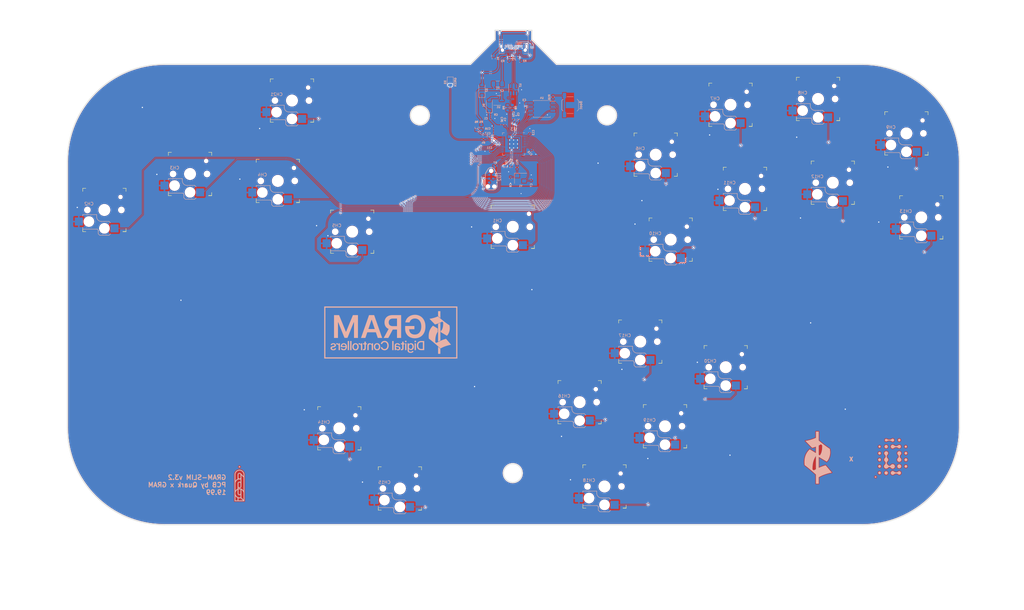
<source format=kicad_pcb>
(kicad_pcb (version 20221018) (generator pcbnew)
  (layers (0 "F.Cu" signal) (31 "B.Cu" signal) (34 "B.Paste" user) (35 "F.Paste" user) (36 "B.SilkS" user "B.Silkscreen") (37 "F.SilkS" user "F.Silkscreen") (38 "B.Mask" user) (39 "F.Mask" user) (44 "Edge.Cuts" user))
  (net 0 "")
  (net 1 "GND")
  (net 2 "+3V3")
  (net 3 "+5V")
  (net 4 "+1V1")
  (net 5 "XTAL_IN")
  (net 6 "/XTAL_O")
  (net 7 "Net-(D1-A)")
  (net 8 "3vCable")
  (net 9 "Net-(D3-A)")
  (net 10 "Net-(F1-Pad1)")
  (net 12 "Net-(J1-CC1)")
  (net 13 "DBUS+")
  (net 14 "DBUS-")
  (net 17 "DATA")
  (net 19 "Net-(J1-CC2)")
  (net 22 "Net-(J1-SHIELD)")
  (net 23 "SWD")
  (net 24 "~{RESET}")
  (net 25 "SWCLK")
  (net 27 "PICO_LED")
  (net 28 "VBUS_SENSE")
  (net 29 "D+")
  (net 30 "/D_+")
  (net 31 "D-")
  (net 32 "/D_-")
  (net 33 "/~{USB_BOOT}")
  (net 34 "CS")
  (net 35 "XTAL_OUT")
  (net 36 "START")
  (net 37 "RIGHT")
  (net 38 "DOWN")
  (net 39 "LEFT")
  (net 40 "L")
  (net 41 "M1")
  (net 42 "M2")
  (net 47 "C_UP")
  (net 48 "C_LT")
  (net 49 "A")
  (net 50 "C_DN")
  (net 51 "C_RT")
  (net 52 "UP")
  (net 53 "MS")
  (net 54 "Z")
  (net 55 "LS")
  (net 56 "X")
  (net 57 "Y")
  (net 59 "B")
  (net 60 "R")
  (net 62 "SD3")
  (net 63 "QSPI_CLK")
  (net 64 "SD0")
  (net 65 "SD2")
  (net 66 "SD1")
  (net 67 "EXTRA")
  (footprint "MicroGRAM:Kailh_socket_PG1350" (layer "F.Cu") (at 250.57 166.58)
    (fp_text reference "CH19")
    (fp_text value "choc_SW_HS")
  )
  (footprint "MicroGRAM:Kailh_socket_PG1350" (layer "F.Cu") (at 125.26 87.18)
    (fp_text reference "CH4")
    (fp_text value "choc_SW_HS")
  )
  (footprint "MicroGRAM:Kailh_socket_PG1350" (layer "F.Cu") (at 149.33 103.61)
    (fp_text reference "CH5")
    (fp_text value "choc_SW_HS")
  )
  (footprint "MicroGRAM:Kailh_socket_PG1350" (layer "F.Cu") (at 222.94 158.79)
    (fp_text reference "CH16")
    (fp_text value "choc_SW_HS")
  )
  (footprint "MicroGRAM:Kailh_socket_PG1350" (layer "F.Cu") (at 164.77 186.71)
    (fp_text reference "CH15")
    (fp_text value "choc_SW_HS")
  )
  (footprint "MicroGRAM:Kailh_socket_PG1350" (layer "F.Cu") (at 230.98 186.06)
    (fp_text reference "CH18")
    (fp_text value "choc_SW_HS")
  )
  (footprint "MicroGRAM:Kailh_socket_PG1350" (layer "F.Cu") (at 201.3 102.03)
    (fp_text reference "CH1")
    (fp_text value "choc_SW_HS")
  )
  (footprint "MicroGRAM:Kailh_socket_PG1350" (layer "F.Cu") (at 270.21 147.46)
    (fp_text reference "CH20")
    (fp_text value "choc_SW_HS")
  )
  (footprint "MicroGRAM:Kailh_socket_PG1350" (layer "F.Cu") (at 304.87 87.76)
    (fp_text reference "CH12")
    (fp_text value "choc_SW_HS")
  )
  (footprint "MicroGRAM:Kailh_socket_PG1350" (layer "F.Cu") (at 247.55 78.68)
    (fp_text reference "CH6")
    (fp_text value "choc_SW_HS")
  )
  (footprint "MicroGRAM:Kailh_socket_PG1350" (layer "F.Cu") (at 333.5 98.98)
    (fp_text reference "CH13")
    (fp_text value "choc_SW_HS")
  )
  (footprint "MicroGRAM:Kailh_socket_PG1350" (layer "F.Cu") (at 300.1 60.66)
    (fp_text reference "CH8")
    (fp_text value "choc_SW_HS")
  )
  (footprint "MicroGRAM:Kailh_socket_PG1350" (layer "F.Cu") (at 69.13 96.58)
    (fp_text reference "CH2")
    (fp_text value "choc_SW_HS")
  )
  (footprint "MicroGRAM:Kailh_socket_PG1350" (layer "F.Cu") (at 252.41 106.18)
    (fp_text reference "CH10")
    (fp_text value "choc_SW_HS")
  )
  (footprint "MicroGRAM:Kailh_socket_PG1350" (layer "F.Cu") (at 242.56 139.19)
    (fp_text reference "CH17")
    (fp_text value "choc_SW_HS")
  )
  (footprint "MicroGRAM:Kailh_socket_PG1350" (layer "F.Cu") (at 271.77 62.53)
    (fp_text reference "CH7")
    (fp_text value "choc_SW_HS")
  )
  (footprint "MicroGRAM:Kailh_socket_PG1350" (layer "F.Cu") (at 328.69 71.8)
    (fp_text reference "CH9")
    (fp_text value "choc_SW_HS")
  )
  (footprint "MicroGRAM:Kailh_socket_PG1350" (layer "F.Cu") (at 145.16 167.24)
    (fp_text reference "CH14")
    (fp_text value "choc_SW_HS")
  )
  (footprint "MicroGRAM:Kailh_socket_PG1350" (layer "F.Cu") (at 96.85 84.93)
    (fp_text reference "CH3")
    (fp_text value "choc_SW_HS")
  )
  (footprint "MicroGRAM:Kailh_socket_PG1350" (layer "F.Cu") (at 129.84 61.17)
    (fp_text reference "CH21")
    (fp_text value "choc_SW_HS")
  )
  (footprint "MicroGRAM:Kailh_socket_PG1350" (layer "F.Cu") (at 276.44 89.76)
    (fp_text reference "CH11")
    (fp_text value "choc_SW_HS")
  )
  (footprint "Capacitor_SMD:C_0402_1005Metric" (layer "B.Cu") (at 201.56887 67.18725 90)
    (fp_text reference "C10")
    (fp_text value "1uF")
  )
  (footprint "Resistor_SMD:R_0402_1005Metric" (layer "B.Cu") (at 191.81887 73.835 180)
    (fp_text reference "R4")
    (fp_text value "470")
  )
  (footprint "Capacitor_SMD:C_0402_1005Metric" (layer "B.Cu") (at 206.80412 71.521018 90)
    (fp_text reference "C13")
    (fp_text value "100nF")
  )
  (footprint "Capacitor_SMD:C_0402_1005Metric" (layer "B.Cu") (at 200.67987 82.80825 -90)
    (fp_text reference "C14")
    (fp_text value "100nF")
  )
  (footprint "Package_TO_SOT_SMD:SOT-23-6" (layer "B.Cu") (at 201.56887 57.675 -90)
    (fp_text reference "U2")
    (fp_text value "USBLC6-2SC6")
  )
  (footprint "Capacitor_SMD:C_0402_1005Metric" (layer "B.Cu") (at 205.04887 61.965 180)
    (fp_text reference "C3")
    (fp_text value "100nF")
  )
  (footprint "qw-logo:qw new logo silk + copper md" (layer "B.Cu") (at 323.71 176.92 180)
    (fp_text reference "H1" hide)
    (fp_text value "qw-logo" hide)
  )
  (footprint "MicroGRAM:GRAM_LOGO" (layer "B.Cu") (at 300.11 176.73 180)
    (fp_text reference "REF**" hide)
    (fp_text value "GRAM_LOGO" hide)
  )
  (footprint "Capacitor_SMD:C_0402_1005Metric" (layer "B.Cu") (at 195.09187 71.75925 180)
    (fp_text reference "C17")
    (fp_text value "100nF")
  )
  (footprint "Crystal:Crystal_SMD_3225-4Pin_3.2x2.5mm" (layer "B.Cu") (at 203.85487 86.36425)
    (fp_text reference "Y1")
    (fp_text value "12MHz")
  )
  (footprint "Diode_SMD:D_SOD-123" (layer "B.Cu") (at 191.31887 57.805 90)
    (fp_text reference "D2")
    (fp_text value "Schottky Diode")
  )
  (footprint "qw-footprints:RP2040-QFN-56" (layer "B.Cu") (at 201.56887 75.22 180)
    (fp_text reference "U3")
    (fp_text value "RP2040")
  )
  (footprint "Button_Switch_SMD:SW_SPST_SKQG_WithStem" (layer "B.Cu") (at 219.86 62.64 90)
    (fp_text reference "SW1" hide)
    (fp_text value "Boot")
  )
  (footprint "Capacitor_SMD:C_0402_1005Metric" (layer "B.Cu") (at 195.09187 70.23525 180)
    (fp_text reference "C16")
    (fp_text value "100nF")
  )
  (footprint "Capacitor_SMD:C_0402_1005Metric" (layer "B.Cu") (at 199.15587 82.80825 -90)
    (fp_text reference "C6")
    (fp_text value "100nF")
  )
  (footprint "Resistor_SMD:R_0603_1608Metric" (layer "B.Cu") (at 199.60887 63.465 -90)
    (fp_text reference "R9")
    (fp_text value "27")
  )
  (footprint "Package_TO_SOT_SMD:SOT-23" (layer "B.Cu") (at 196.79637 61.145)
    (fp_text reference "U1")
    (fp_text value "XC6206")
  )
  (footprint "Resistor_SMD:R_0402_1005Metric" (layer "B.Cu") (at 195.64887 82.255)
    (fp_text reference "R7")
    (fp_text value "10k")
  )
  (footprint "Capacitor_SMD:C_0402_1005Metric" (layer "B.Cu") (at 193.74 77.58 180)
    (fp_text reference "C11")
    (fp_text value "100nF")
  )
  (footprint "Resistor_SMD:R_0603_1608Metric" (layer "B.Cu") (at 191.11887 69.93 -90)
    (fp_text reference "R5")
    (fp_text value "5.6k")
  )
  (footprint "Resistor_SMD:R_0603_1608Metric" (layer "B.Cu") (at 195.11 47.57 90)
    (fp_text reference "R1")
    (fp_text value "1M")
  )
  (footprint "Capacitor_SMD:C_0402_1005Metric" (layer "B.Cu") (at 197.24887 58.905)
    (fp_text reference "C2")
    (fp_text value "1uF")
  )
  (footprint "Resistor_SMD:R_0603_1608Metric" (layer "B.Cu") (at 201.13887 63.465 -90)
    (fp_text reference "R8")
    (fp_text value "27")
  )
  (footprint "Capacitor_SMD:C_0402_1005Metric" (layer "B.Cu") (at 207.28387 86.634018 -90)
    (fp_text reference "C7")
    (fp_text value "22pF")
  )
  (footprint "Capacitor_SMD:C_0402_1005Metric" (layer "B.Cu") (at 203.09287 67.18725 90)
    (fp_text reference "C5")
    (fp_text value "100nF")
  )
  (footprint "Resistor_SMD:R_0603_1608Metric" (layer "B.Cu") (at 189.57887 69.93 90)
    (fp_text reference "R6")
    (fp_text value "10k")
  )
  (footprint "Capacitor_SMD:C_0402_1005Metric" (layer "B.Cu") (at 207.68 77.4 -45)
    (fp_text reference "C15")
    (fp_text value "100nF")
  )
  (footprint "Fuse:Fuse_1206_3216Metric" (layer "B.Cu") (at 196.43887 55.785 180)
    (fp_text reference "F1")
    (fp_text value "500 mA")
  )
  (footprint "Capacitor_SMD:C_0402_1005Metric" (layer "B.Cu") (at 198.80312 68.981018 90)
    (fp_text reference "C4")
    (fp_text value "1uF")
  )
  (footprint "Resistor_SMD:R_0402_1005Metric" (layer "B.Cu") (at 214.29887 60.045 -90)
    (fp_text reference "R10")
    (fp_text value "1k")
  )
  (footprint "Capacitor_SMD:C_0402_1005Metric" (layer "B.Cu") (at 197.78712 68.981018 90)
    (fp_text reference "C12")
    (fp_text value "100nF")
  )
  (footprint "Capacitor_SMD:C_0402_1005Metric" (layer "B.Cu") (at 200.58112 86.380018 90)
    (fp_text reference "C8")
    (fp_text value "22pF")
  )
  (footprint "Diode_SMD:D_SOD-123" (layer "B.Cu") (at 193.69887 62.735 90)
    (fp_text reference "D1")
    (fp_text value "Schottky Diode")
  )
  (footprint "qw-footprints:TYPE-C_24P_QCHT" (layer "B.Cu") (at 201.57037 40.515)
    (fp_text reference "J1")
    (fp_text value "USB C Connector")
  )
  (footprint "Capacitor_SMD:C_0402_1005Metric" (layer "B.Cu") (at 194.22887 65.75)
    (fp_text reference "C9")
    (fp_text value "10uF")
  )
  (footprint "LED_SMD:LED_0805_2012Metric" (layer "B.Cu") (at 181.07 55.23 -90)
    (fp_text reference "D3")
    (fp_text value "GREEN")
  )
  (footprint "PCM_marbastlib-various:CON_TC2030_outlined" (layer "B.Cu") (at 194.29887 86.445 -90)
    (fp_text reference "J2")
    (fp_text value "JTAG_TC2030")
  )
  (footprint "1999:1999 logo md" (layer "B.Cu") (at 113.07 185.09 180)
    (fp_text reference "H2" hide)
    (fp_text value "1999 logo" hide)
  )
  (footprint "Resistor_SMD:R_0402_1005Metric" (layer "B.Cu") (at 199.63 48.37 180)
    (fp_text reference "R3")
    (fp_text value "5.1k")
  )
  (footprint "Resistor_SMD:R_0402_1005Metric" (layer "B.Cu") (at 203.55 48.37)
    (fp_text reference "R2")
    (fp_text value "5.1k")
  )
  (footprint "Package_SO:SOIC-8_5.23x5.23mm_P1.27mm" (layer "B.Cu") (at 210.69887 63.875 180)
    (fp_text reference "U4")
    (fp_text value "W25Q128JVS")
  )
  (footprint "Capacitor_SMD:C_0402_1005Metric" (layer "B.Cu") (at 194.22887 66.95 180)
    (fp_text reference "C1")
    (fp_text value "1uF")
  )
  (footprint "Resistor_SMD:R_0402_1005Metric" (layer "B.Cu") (at 202.71187 82.80825 90)
    (fp_text reference "R11")
    (fp_text value "1k")
  )
  (gr_poly (pts (xy 177.119491 130.9288) (xy 177.868526 131.573854) (xy 177.868526 129.326748) (xy 177.119491 129.326748)) (fill solid) (layer "B.SilkS"))
  (gr_poly (pts (xy 151.566548 139.695963) (xy 151.543479 139.696529) (xy 151.518525 139.697443) (xy 151.491686 139.698679) (xy 151.465393 139.700167) (xy 151.453363 139.700986) (xy 151.442077 139.701854) (xy 151.431535 139.702772) (xy 151.421737 139.703739) (xy 151.412682 139.704756) (xy 151.404372 139.705823) (xy 151.404372 140.118837) (xy 151.411465 140.117014) (xy 151.419842 140.115116) (xy 151.429497 140.113144) (xy 151.440422 140.111098) (xy 151.466061 140.106781) (xy 151.496712 140.102168) (xy 151.513293 140.100023) (xy 151.529893 140.098153) (xy 151.546505 140.096563) (xy 151.563123 140.095255) (xy 151.579741 140.094233) (xy 151.596353 140.093498) (xy 151.612952 140.093055) (xy 151.629534 140.092907) (xy 151.64855 140.093158) (xy 151.667299 140.093912) (xy 151.685782 140.095167) (xy 151.703998 140.096925) (xy 151.721947 140.099186) (xy 151.73963 140.101948) (xy 151.757046 140.105213) (xy 151.774196 140.108981) (xy 151.791078 140.11325) (xy 151.807694 140.118022) (xy 151.824044 140.123296) (xy 151.840126 140.129072) (xy 151.855942 140.135351) (xy 151.871492 140.142132) (xy 151.886774 140.149415) (xy 151.90179 140.157201) (xy 151.916478 140.165427) (xy 151.930775 140.174032) (xy 151.944683 140.183017) (xy 151.958201 140.192382) (xy 151.97133 140.202129) (xy 151.98407 140.212258) (xy 151.996422 140.22277) (xy 152.008386 140.233665) (xy 152.019962 140.244945) (xy 152.031151 140.256611) (xy 152.041953 140.268662) (xy 152.052369 140.2811) (xy 152.062398 140.293926) (xy 152.072042 140.30714) (xy 152.081301 140.320743) (xy 152.090175 140.334736) (xy 152.098584 140.348998) (xy 152.106447 140.363509) (xy 152.113766 140.378266) (xy 152.12054 140.393271) (xy 152.12677 140.408522) (xy 152.132456 140.424019) (xy 152.137599 140.439761) (xy 152.142198 140.455749) (xy 152.146256 140.471982) (xy 152.149771 140.48846) (xy 152.152744 140.505182) (xy 152.155175 140.522147) (xy 152.157066 140.539356) (xy 152.158416 140.556808) (xy 152.159226 140.574503) (xy 152.159496 140.59244) (xy 152.159496 141.947106) (xy 152.591295 141.947106) (xy 152.591295 139.728842) (xy 152.17405 139.728842) (xy 152.17405 140.081268) (xy 152.15103 140.081268) (xy 152.143077 140.059188) (xy 152.134398 140.037699) (xy 152.124993 140.016799) (xy 152.114861 139.996489) (xy 152.104002 139.97677) (xy 152.092415 139.957642) (xy 152.080101 139.939106) (xy 152.067058 139.921161) (xy 152.053287 139.903809) (xy 152.038787 139.887049) (xy 152.023557 139.870882) (xy 152.007597 139.855309) (xy 151.990907 139.840329) (xy 151.973487 139.825943) (xy 151.955335 139.812152) (xy 151.936452 139.798956) (xy 151.917089 139.786461) (xy 151.897398 139.774772) (xy 151.87738 139.763889) (xy 151.857036 139.753812) (xy 151.836366 139.744541) (xy 151.815371 139.736076) (xy 151.794052 139.728418) (xy 151.77241 139.721566) (xy 151.750446 139.715519) (xy 151.72816 139.710279) (xy 151.705552 139.705846) (xy 151.682625 139.702218) (xy 151.659379 139.699396) (xy 151.635813 139.697381) (xy 151.611931 139.696172) (xy 151.587731 139.695769)) (fill solid) (layer "B.SilkS"))
  (gr_poly (pts (xy 177.119491 143.140644) (xy 177.868526 143.140644) (xy 177.868526 141.517423) (xy 177.119491 140.830831)) (fill solid) (layer "B.SilkS"))
  (gr_poly (pts (xy 176.762167 131.141156) (xy 176.438312 131.265911) (xy 176.106656 131.383374) (xy 175.767205 131.491832) (xy 175.419965 131.589575) (xy 175.064943 131.674891) (xy 174.884515 131.712354) (xy 174.702144 131.746068) (xy 174.517831 131.77582) (xy 174.331576 131.801395) (xy 176.120953 133.632311) (xy 176.226996 133.606949) (xy 176.341347 133.577692) (xy 176.462537 133.54454) (xy 176.5891 133.507494) (xy 176.71957 133.466554) (xy 176.85248 133.42172) (xy 176.986364 133.372991) (xy 177.119755 133.320368) (xy 177.591242 133.124311) (xy 177.606621 133.117962) (xy 177.614124 133.114787) (xy 177.621404 133.111612) (xy 177.677761 133.088063) (xy 177.711892 133.073776) (xy 177.743377 133.060547) (xy 177.75793 133.054462) (xy 177.761456 133.05292) (xy 177.764908 133.051452) (xy 177.771688 133.048641) (xy 177.796823 133.038058) (xy 177.812169 133.031707) (xy 177.831749 133.023505) (xy 177.838099 133.02086) (xy 177.838454 133.020752) (xy 177.838824 133.020628) (xy 177.839202 133.020492) (xy 177.839583 133.020347) (xy 177.839963 133.020195) (xy 177.840336 133.020041) (xy 177.841042 133.019735) (xy 177.841662 133.019454) (xy 177.842154 133.019222) (xy 177.842597 133.019007) (xy 177.851857 133.015039) (xy 177.852396 133.014819) (xy 177.852994 133.014567) (xy 177.854205 133.014047) (xy 177.855561 133.013451) (xy 177.859001 133.011864) (xy 177.859027 133.011816) (xy 177.859056 133.011771) (xy 177.859088 133.011728) (xy 177.859122 133.011689) (xy 177.859159 133.011652) (xy 177.859197 133.011618) (xy 177.859237 133.011587) (xy 177.859278 133.011558) (xy 177.85932 133.011531) (xy 177.859364 133.011507) (xy 177.859408 133.011484) (xy 177.859452 133.011464) (xy 177.859497 133.011445) (xy 177.859541 133.011429) (xy 177.859629 133.011401) (xy 177.859714 133.011379) (xy 177.859794 133.011363) (xy 177.859867 133.011351) (xy 177.859931 133.011343) (xy 177.860025 133.011336) (xy 177.860059 133.011335) (xy 177.866409 133.008688) (xy 177.867468 133.008688) (xy 177.868526 133.008159) (xy 177.953301 132.969166) (xy 178.035647 132.930173) (xy 178.115074 132.891181) (xy 178.191086 132.852188) (xy 178.263192 132.813195) (xy 178.330898 132.774202) (xy 178.393711 132.735209) (xy 178.423129 132.715712) (xy 178.451138 132.696216) (xy 178.784249 133.008159) (xy 178.781326 133.365828) (xy 178.768655 133.719587) (xy 178.756834 133.894391) (xy 178.740381 134.067486) (xy 178.718565 134.238628) (xy 178.690652 134.407574) (xy 178.655912 134.57408) (xy 178.613613 134.737901) (xy 178.563023 134.898796) (xy 178.50341 135.056518) (xy 178.434043 135.210826) (xy 178.354189 135.361474) (xy 178.263118 135.508219) (xy 178.160097 135.650818) (xy 177.98653 135.551864) (xy 177.98653 136.115691) (xy 179.991013 137.294674) (xy 179.991013 137.294675) (xy 180.083618 137.199197) (xy 180.173781 137.092719) (xy 180.261016 136.975941) (xy 180.344835 136.849563) (xy 180.424751 136.714286) (xy 180.500275 136.570812) (xy 180.57092 136.41984) (xy 180.636199 136.262072) (xy 180.695625 136.098208) (xy 180.748708 135.928949) (xy 180.794963 135.754996) (xy 180.833901 135.577049) (xy 180.865035 135.395809) (xy 180.887877 135.211978) (xy 180.90194 135.026255) (xy 180.906736 134.839341) (xy 180.906029 134.78108) (xy 180.904012 134.723237) (xy 180.896653 134.608566) (xy 180.885877 134.49485) (xy 180.872902 134.381612) (xy 180.845233 134.154657) (xy 180.832974 134.039986) (xy 180.823392 133.923883) (xy 180.447306 133.674582) (xy 180.069251 133.4121) (xy 179.691177 133.138884) (xy 179.315036 132.85738) (xy 178.942776 132.570035) (xy 178.576348 132.279294) (xy 178.217703 131.987605) (xy 177.86879 131.697414) (xy 177.119755 131.052359) (xy 177.078215 131.01082)) (fill solid) (layer "B.SilkS"))
  (gr_poly (pts (xy 144.339987 139.695963) (xy 144.316918 139.696529) (xy 144.291965 139.697443) (xy 144.265126 139.698679) (xy 144.238833 139.700167) (xy 144.226802 139.700986) (xy 144.215516 139.701854) (xy 144.204974 139.702772) (xy 144.195176 139.703739) (xy 144.186122 139.704756) (xy 144.177812 139.705823) (xy 144.177812 140.118837) (xy 144.184906 140.117014) (xy 144.193283 140.115116) (xy 144.202937 140.113144) (xy 144.213862 140.111098) (xy 144.239502 140.106781) (xy 144.270152 140.102168) (xy 144.286734 140.100023) (xy 144.303333 140.098153) (xy 144.319945 140.096563) (xy 144.336563 140.095255) (xy 144.353181 140.094233) (xy 144.369793 140.093498) (xy 144.386393 140.093055) (xy 144.402974 140.092907) (xy 144.42199 140.093158) (xy 144.440739 140.093912) (xy 144.459221 140.095167) (xy 144.477437 140.096925) (xy 144.495386 140.099186) (xy 144.513069 140.101948) (xy 144.530485 140.105213) (xy 144.547634 140.108981) (xy 144.564517 140.11325) (xy 144.581133 140.118022) (xy 144.597482 140.123296) (xy 144.613565 140.129072) (xy 144.629382 140.135351) (xy 144.644931 140.142132) (xy 144.660214 140.149415) (xy 144.675231 140.157201) (xy 144.689918 140.165427) (xy 144.704215 140.174032) (xy 144.718122 140.183017) (xy 144.73164 140.192382) (xy 144.744768 140.202129) (xy 144.757508 140.212258) (xy 144.76986 140.22277) (xy 144.781824 140.233665) (xy 144.7934 140.244945) (xy 144.804589 140.256611) (xy 144.815391 140.268662) (xy 144.825806 140.2811) (xy 144.835836 140.293926) (xy 144.84548 140.30714) (xy 144.854739 140.320743) (xy 144.863613 140.334736) (xy 144.872022 140.348998) (xy 144.879886 140.363509) (xy 144.887204 140.378266) (xy 144.893979 140.393271) (xy 144.900208 140.408522) (xy 144.905895 140.424019) (xy 144.911037 140.439761) (xy 144.915637 140.455749) (xy 144.919694 140.471982) (xy 144.923209 140.48846) (xy 144.926182 140.505182) (xy 144.928613 140.522147) (xy 144.930504 140.539356) (xy 144.931854 140.556808) (xy 144.932663 140.574503) (xy 144.932933 140.59244) (xy 144.932933 141.947106) (xy 145.364733 141.947106) (xy 145.364733 139.728841) (xy 144.947218 139.728841) (xy 144.947218 140.081265) (xy 144.924202 140.081265) (xy 144.916248 140.059186) (xy 144.907569 140.037696) (xy 144.898163 140.016797) (xy 144.888031 139.996487) (xy 144.877172 139.976768) (xy 144.865585 139.95764) (xy 144.853271 139.939104) (xy 144.840228 139.92116) (xy 144.826457 139.903807) (xy 144.811957 139.887047) (xy 144.796727 139.870881) (xy 144.780767 139.855307) (xy 144.764078 139.840327) (xy 144.746658 139.825942) (xy 144.728506 139.812151) (xy 144.709624 139.798955) (xy 144.690261 139.786459) (xy 144.67057 139.77477) (xy 144.650552 139.763887) (xy 144.630208 139.75381) (xy 144.609538 139.744539) (xy 144.588543 139.736075) (xy 144.567224 139.728416) (xy 144.545582 139.721564) (xy 144.523618 139.715518) (xy 144.501332 139.710278) (xy 144.478724 139.705844) (xy 144.455797 139.702216) (xy 144.432551 139.699395) (xy 144.408985 139.69738) (xy 144.385103 139.69617) (xy 144.361057 139.69577)) (fill solid) (layer "B.SilkS"))
  (gr_poly (pts (xy 163.899171 139.700485) (xy 163.865182 139.701936) (xy 163.830684 139.704354) (xy 163.795671 139.70774) (xy 163.760137 139.712094) (xy 163.724076 139.717414) (xy 163.687482 139.723702) (xy 163.650348 139.730958) (xy 163.63172 139.735075) (xy 163.61324 139.73959) (xy 163.594909 139.744501) (xy 163.576727 139.749809) (xy 163.558694 139.755514) (xy 163.54081 139.761616) (xy 163.523075 139.768115) (xy 163.505488 139.775011) (xy 163.48805 139.782303) (xy 163.470761 139.789993) (xy 163.453621 139.798079) (xy 163.43663 139.806562) (xy 163.419788 139.815443) (xy 163.403094 139.82472) (xy 163.38655 139.834393) (xy 163.370154 139.844464) (xy 163.370943 139.843936) (xy 163.354758 139.854481) (xy 163.338945 139.865578) (xy 163.323503 139.877225) (xy 163.308432 139.889424) (xy 163.293731 139.902172) (xy 163.279401 139.915471) (xy 163.26544 139.929319) (xy 163.251848 139.943717) (xy 163.238626 139.958663) (xy 163.225772 139.974158) (xy 163.213286 139.9902) (xy 163.201168 140.006791) (xy 163.189418 140.023928) (xy 163.178035 140.041613) (xy 163.167018 140.059844) (xy 163.156368 140.078621) (xy 163.146226 140.098024) (xy 163.136735 140.118134) (xy 163.127897 140.13895) (xy 163.11971 140.160472) (xy 163.112177 140.1827) (xy 163.105296 140.205632) (xy 163.099069 140.229269) (xy 163.093496 140.25361) (xy 163.088577 140.278655) (xy 163.084313 140.304403) (xy 163.080703 140.330855) (xy 163.077749 140.358009) (xy 163.075451 140.385865) (xy 163.073809 140.414424) (xy 163.072823 140.443683) (xy 163.072495 140.473644) (xy 163.072495 141.946844) (xy 163.49424 141.946844) (xy 163.49424 141.64363) (xy 163.511438 141.64363) (xy 163.516858 141.654086) (xy 163.522601 141.664516) (xy 163.528667 141.674923) (xy 163.535057 141.685306) (xy 163.541771 141.695666) (xy 163.548809 141.706003) (xy 163.556172 141.716318) (xy 163.56386 141.72661) (xy 163.571873 141.736881) (xy 163.580213 141.74713) (xy 163.588879 141.757359) (xy 163.597871 141.767567) (xy 163.607191 141.777755) (xy 163.616838 141.787923) (xy 163.626813 141.798071) (xy 163.637116 141.808201) (xy 163.647769 141.818213) (xy 163.658795 141.828008) (xy 163.670193 141.837588) (xy 163.681963 141.846951) (xy 163.694105 141.856098) (xy 163.706619 141.865031) (xy 163.719505 141.873749) (xy 163.732763 141.882252) (xy 163.746393 141.890542) (xy 163.760395 141.898618) (xy 163.77477 141.90648) (xy 163.789516 141.91413) (xy 163.804634 141.921568) (xy 163.820125 141.928793) (xy 163.835987 141.935807) (xy 163.852222 141.942609) (xy 163.868847 141.949096) (xy 163.885882 141.955161) (xy 163.903324 141.960806) (xy 163.921175 141.96603) (xy 163.939434 141.970833) (xy 163.9581 141.975217) (xy 163.977173 141.979182) (xy 163.996652 141.982728) (xy 164.016538 141.985855) (xy 164.036829 141.988564) (xy 164.057526 141.990855) (xy 164.078628 141.992728) (xy 164.122045 141.995225) (xy 164.167078 141.996056) (xy 164.193265 141.995749) (xy 164.219142 141.994829) (xy 164.244707 141.993294) (xy 164.269959 141.991145) (xy 164.294899 141.988382) (xy 164.319524 141.985006) (xy 164.343835 141.981015) (xy 164.36783 141.976411) (xy 164.391509 141.971192) (xy 164.414871 141.96536) (xy 164.437915 141.958914) (xy 164.460641 141.951854) (xy 164.483047 141.94418) (xy 164.505133 141.935892) (xy 164.526898 141.926991) (xy 164.548342 141.917475) (xy 164.569348 141.907373) (xy 164.589801 141.896713) (xy 164.609701 141.885494) (xy 164.629047 141.873715) (xy 164.647838 141.861377) (xy 164.666073 141.848479) (xy 164.683752 141.83502) (xy 164.700873 141.821001) (xy 164.717436 141.80642) (xy 164.733441 141.791278) (xy 164.748885 141.775574) (xy 164.763769 141.759307) (xy 164.778092 141.742478) (xy 164.791854 141.725086) (xy 164.805052 141.70713) (xy 164.817687 141.68861) (xy 164.829655 141.669547) (xy 164.840854 141.649963) (xy 164.851283 141.629855) (xy 164.860942 141.609222) (xy 164.86983 141.588064) (xy 164.877948 141.56638) (xy 164.885294 141.544168) (xy 164.891869 141.521426) (xy 164.897671 141.498154) (xy 164.902701 141.474351) (xy 164.906959 141.450016) (xy 164.910443 141.425147) (xy 164.913154 141.399743) (xy 164.91509 141.373803) (xy 164.916252 141.347326) (xy 164.916553 141.326394) (xy 164.493308 141.326394) (xy 164.492843 141.346126) (xy 164.491448 141.365239) (xy 164.489125 141.383734) (xy 164.485874 141.40161) (xy 164.481696 141.41887) (xy 164.476592 141.435513) (xy 164.473693 141.443604) (xy 164.470562 141.451541) (xy 164.467201 141.459325) (xy 164.463608 141.466954) (xy 164.459784 141.474431) (xy 164.455729 141.481754) (xy 164.451444 141.488923) (xy 164.446928 141.49594) (xy 164.442181 141.502803) (xy 164.437204 141.509513) (xy 164.431996 141.516071) (xy 164.426558 141.522475) (xy 164.42089 141.528727) (xy 164.414991 141.534827) (xy 164.402505 141.546568) (xy 164.389099 141.5577) (xy 164.374774 141.568223) (xy 164.359702 141.578077) (xy 164.34406 141.587297) (xy 164.327862 141.595885) (xy 164.311121 141.603839) (xy 164.293853 141.611158) (xy 164.276069 141.617844) (xy 164.257783 141.623894) (xy 164.23901 141.629309) (xy 164.219762 141.634089) (xy 164.200053 141.638232) (xy 164.179898 141.641739) (xy 164.159308 141.64461) (xy 164.138299 141.646843) (xy 164.116883 141.648439) (xy 164.095074 141.649396) (xy 164.072885 141.649715) (xy 164.05071 141.64944) (xy 164.028932 141.648612) (xy 164.007552 141.647232) (xy 163.98657 141.6453) (xy 163.965986 141.642817) (xy 163.945801 141.639781) (xy 163.926015 141.636194) (xy 163.906629 141.632055) (xy 163.887642 141.627364) (xy 163.869056 141.622121) (xy 163.850871 141.616326) (xy 163.833087 141.609979) (xy 163.815704 141.60308) (xy 163.798724 141.595629) (xy 163.782145 141.587626) (xy 163.76597 141.579072) (xy 163.750231 141.570068) (xy 163.734965 141.560717) (xy 163.72017 141.551019) (xy 163.705847 141.540976) (xy 163.691998 141.530587) (xy 163.678622 141.519852) (xy 163.665719 141.508773) (xy 163.65329 141.497349) (xy 163.641336 141.485581) (xy 163.629857 141.473469) (xy 163.618852 141.461014) (xy 163.608323 141.448215) (xy 163.598271 141.435075) (xy 163.588694 141.421591) (xy 163.579594 141.407766) (xy 163.570972 141.3936) (xy 163.562848 141.379151) (xy 163.555246 141.364577) (xy 163.548166 141.349879) (xy 163.541607 141.335056) (xy 163.535571 141.320107) (xy 163.530058 141.305032) (xy 163.525068 141.289831) (xy 163.520602 141.274503) (xy 163.516659 141.259048) (xy 163.513241 141.243466) (xy 163.510348 141.227756) (xy 163.50798 141.211917) (xy 163.506138 141.19595) (xy 163.504821 141.179854) (xy 163.504031 141.163628) (xy 163.503768 141.147273) (xy 163.503834 141.147338) (xy 163.503899 141.147404) (xy 163.50403 141.147537) (xy 163.50403 140.861521) (xy 163.507118 140.864386) (xy 163.51053 140.867226) (xy 163.514267 140.87004) (xy 163.51833 140.872828) (xy 163.52272 140.87559) (xy 163.527438 140.878325) (xy 163.532485 140.881033) (xy 163.537864 140.883713) (xy 163.543573 140.886366) (xy 163.549616 140.88899) (xy 163.555993 140.891586) (xy 163.562705 140.894152) (xy 163.57714 140.899196) (xy 163.592929 140.904119) (xy 163.609673 140.908883) (xy 163.626966 140.913454) (xy 163.644811 140.917839) (xy 163.66321 140.922045) (xy 163.682168 140.926077) (xy 163.701686 140.929941) (xy 163.721769 140.933644) (xy 163.74242 140.937193) (xy 163.784038 140.943939) (xy 163.825135 140.950289) (xy 163.865686 140.956242) (xy 163.905667 140.961797) (xy 164.038489 140.979789) (xy 164.069506 140.984093) (xy 164.099848 140.98907) (xy 164.129507 140.994723) (xy 164.158478 141.001055) (xy 164.186754 141.008069) (xy 164.21433 141.015768) (xy 164.241199 141.024155) (xy 164.267354 141.033234) (xy 164.280088 141.038074) (xy 164.292494 141.043168) (xy 164.304572 141.048516) (xy 164.316322 141.054116) (xy 164.327746 141.059969) (xy 164.338842 141.066075) (xy 164.349612 141.072432) (xy 164.360057 141.079041) (xy 164.370175 141.085901) (xy 164.379969 141.093012) (xy 164.389438 141.100373) (xy 164.398582 141.107984) (xy 164.407402 141.115844) (xy 164.415899 141.123954) (xy 164.424072 141.132313) (xy 164.431923 141.14092) (xy 164.439371 141.149831) (xy 164.446335 141.159102) (xy 164.452817 141.168731) (xy 164.458816 141.178719) (xy 164.464333 141.189064) (xy 164.469368 141.199768) (xy 164.473922 141.210829) (xy 164.477995 141.222247) (xy 164.481587 141.234021) (xy 164.484699 141.246152) (xy 164.487331 141.258638) (xy 164.489483 141.27148) (xy 164.491157 141.284677) (xy 164.492352 141.298229) (xy 164.493069 141.312134) (xy 164.493308 141.326394) (xy 164.916553 141.326394) (xy 164.91664 141.32031) (xy 164.916358 141.297105) (xy 164.915511 141.274421) (xy 164.914101 141.252257) (xy 164.912126 141.230612) (xy 164.909586 141.209487) (xy 164.906483 141.188881) (xy 164.902815 141.168793) (xy 164.898583 141.149224) (xy 164.893786 141.130172) (xy 164.888425 141.111638) (xy 164.8825 141.093621) (xy 164.876011 141.07612) (xy 164.868957 141.059136) (xy 164.861339 141.042668) (xy 164.853156 141.026715) (xy 164.844409 141.011277) (xy 164.835182 140.996295) (xy 164.825558 140.98171) (xy 164.815539 140.967521) (xy 164.805123 140.95373) (xy 164.794313 140.940335) (xy 164.783107 140.927338) (xy 164.771507 140.914737) (xy 164.759512 140.902533) (xy 164.747124 140.890726) (xy 164.734342 140.879316) (xy 164.721168 140.868302) (xy 164.7076 140.857686) (xy 164.693641 140.847466) (xy 164.679289 140.837644) (xy 164.664547 140.828218) (xy 164.649413 140.819189) (xy 164.618296 140.802062) (xy 164.586264 140.786004) (xy 164.553321 140.77102) (xy 164.519469 140.757111) (xy 164.484712 140.744281) (xy 164.449053 140.732533) (xy 164.412494 140.721871) (xy 164.37504 140.712296) (xy 164.337051 140.703617) (xy 164.298885 140.695442) (xy 164.260539 140.687782) (xy 164.222011 140.680646) (xy 164.183297 140.674044) (xy 164.144393 140.667983) (xy 164.105297 140.662475) (xy 164.066007 140.657528) (xy 163.885462 140.636361) (xy 163.742421 140.619163) (xy 163.72716 140.6172) (xy 163.712432 140.615083) (xy 163.698236 140.612812) (xy 163.684573 140.610386) (xy 163.671441 140.607807) (xy 163.65884 140.605075) (xy 163.646771 140.602191) (xy 163.635232 140.599154) (xy 163.624223 140.595965) (xy 163.613744 140.592625) (xy 163.603795 140.589133) (xy 163.594374 140.585491) (xy 163.585482 140.581698) (xy 163.577119 140.577755) (xy 163.569283 140.573663) (xy 163.561975 140.569421) (xy 163.555151 140.564888) (xy 163.548767 140.56002) (xy 163.542823 140.554818) (xy 163.53732 140.54928) (xy 163.532256 140.543407) (xy 163.527633 140.5372) (xy 163.523451 140.530658) (xy 163.519708 140.52378) (xy 163.516406 140.516568) (xy 163.513544 140.509022) (xy 163.511122 140.50114) (xy 163.509141 140.492923) (xy 163.5076 140.484372) (xy 163.506499 140.475486) (xy 163.505839 140.466264) (xy 163.505618 140.456709) (xy 163.505618 140.446655) (xy 163.506031 140.423326) (xy 163.507269 140.400666) (xy 163.509333 140.378676) (xy 163.512225 140.357354) (xy 163.515944 140.3367) (xy 163.520492 140.316714) (xy 163.525869 140.297395) (xy 163.532077 140.278744) (xy 163.539116 140.260759) (xy 163.546986 140.24344) (xy 163.555689 140.226787) (xy 163.565225 140.210799) (xy 163.575595 140.195477) (xy 163.5868 140.180819) (xy 163.59884 140.166826) (xy 163.611717 140.153497) (xy 163.625352 140.140905) (xy 163.639681 140.129126) (xy 163.65473 140.118159) (xy 163.670525 140.108005) (xy 163.68709 140.098663) (xy 163.704451 140.090133) (xy 163.722632 140.082416) (xy 163.74166 140.075511) (xy 163.761559 140.069418) (xy 163.782355 140.064138) (xy 163.804072 140.05967) (xy 163.826736 140.056014) (xy 163.850372 140.053171) (xy 163.875006 140.05114) (xy 163.900662 140.049922) (xy 163.927365 140.049516) (xy 163.954238 140.049891) (xy 163.980386 140.051016) (xy 164.005807 140.052892) (xy 164.030504 140.055518) (xy 164.054474 140.058895) (xy 164.077719 140.063021) (xy 164.100239 140.067899) (xy 164.122033 140.073526) (xy 164.143101 140.079904) (xy 164.163444 140.087032) (xy 164.183061 140.094911) (xy 164.201953 140.10354) (xy 164.220119 140.112919) (xy 164.23756 140.123049) (xy 164.254275 140.133929) (xy 164.270265 140.145559) (xy 164.285545 140.157645) (xy 164.300228 140.169893) (xy 164.314315 140.182303) (xy 164.327804 140.194875) (xy 164.340695 140.20761) (xy 164.352986 140.220508) (xy 164.364677 140.233569) (xy 164.375768 140.246795) (xy 164.386257 140.260185) (xy 164.396144 140.27374) (xy 164.405428 140.287459) (xy 164.414108 140.301345) (xy 164.422183 140.315396) (xy 164.429653 140.329613) (xy 164.436517 140.343998) (xy 164.442774 140.358549) (xy 164.848645 140.266209) (xy 164.839353 140.241259) (xy 164.829534 140.21691) (xy 164.819188 140.193163) (xy 164.808317 140.170017) (xy 164.79692 140.147472) (xy 164.784998 140.125529) (xy 164.772551 140.104188) (xy 164.75958 140.083448) (xy 164.746085 140.06331) (xy 164.732066 140.043773) (xy 164.717524 140.024838) (xy 164.702459 140.006504) (xy 164.686872 139.988772) (xy 164.670762 139.971641) (xy 164.654131 139.955112) (xy 164.636978 139.939185) (xy 164.619354 139.923824) (xy 164.601407 139.908997) (xy 164.583134 139.894702) (xy 164.564536 139.880939) (xy 164.545611 139.867708) (xy 164.526357 139.855008) (xy 164.506774 139.84284) (xy 164.48686 139.831201) (xy 164.466615 139.820093) (xy 164.446037 139.809515) (xy 164.425124 139.799467) (xy 164.403876 139.789947) (xy 164.382292 139.780956) (xy 164.36037 139.772493) (xy 164.33811 139.764558) (xy 164.315509 139.757151) (xy 164.269682 139.743756) (xy 164.223282 139.732148) (xy 164.176304 139.722325) (xy 164.128747 139.714288) (xy 164.080607 139.708038) (xy 164.031881 139.703573) (xy 163.982566 139.700894) (xy 163.932659 139.700001)) (fill solid) (layer "B.SilkS"))
  (gr_poly (pts (xy 152.591295 139.728842) (xy 152.591561 139.728842) (xy 152.591295 139.728841)) (fill solid) (layer "B.SilkS"))
  (gr_poly (pts (xy 146.580615 139.700246) (xy 146.55728 139.70098) (xy 146.534033 139.702202) (xy 146.510874 139.703912) (xy 146.487803 139.706108) (xy 146.464821 139.708791) (xy 146.441928 139.711959) (xy 146.419125 139.715611) (xy 146.396412 139.719747) (xy 146.373789 139.724366) (xy 146.351256 139.729467) (xy 146.328815 139.73505) (xy 146.306466 139.741113) (xy 146.284208 139.747656) (xy 146.262043 139.754678) (xy 146.239971 139.762178) (xy 146.218087 139.77024) (xy 146.196488 139.778848) (xy 146.175173 139.788003) (xy 146.154143 139.797707) (xy 146.133396 139.807959) (xy 146.112932 139.818761) (xy 146.092752 139.830113) (xy 146.072854 139.842016) (xy 146.053238 139.854471) (xy 146.033903 139.867479) (xy 146.014851 139.88104) (xy 145.996079 139.895156) (xy 145.977587 139.909827) (xy 145.959376 139.925053) (xy 145.941445 139.940836) (xy 145.923793 139.957176) (xy 145.923793 139.956648) (xy 145.906513 139.973574) (xy 145.889698 139.991114) (xy 145.873348 140.009268) (xy 145.857461 140.028035) (xy 145.842038 140.047417) (xy 145.827078 140.067413) (xy 145.812581 140.088023) (xy 145.798547 140.109246) (xy 145.784974 140.131084) (xy 145.771863 140.153535) (xy 145.759213 140.1766) (xy 145.747024 140.20028) (xy 145.735295 140.224573) (xy 145.724027 140.24948) (xy 145.713217 140.275001) (xy 145.702867 140.301135) (xy 145.693063 140.327974) (xy 145.683891 140.355509) (xy 145.675352 140.38374) (xy 145.667445 140.41267) (xy 145.660171 140.442298) (xy 145.65353 140.472627) (xy 145.647521 140.503658) (xy 145.642145 140.535391) (xy 145.633289 140.60097) (xy 145.626964 140.669374) (xy 145.623169 140.740611) (xy 145.621904 140.814692) (xy 145.621904 140.967886) (xy 147.19829 140.967886) (xy 147.197384 140.993013) (xy 147.195956 141.017693) (xy 147.194004 141.041926) (xy 147.191526 141.065711) (xy 147.188522 141.089048) (xy 147.184988 141.111937) (xy 147.180925 141.134377) (xy 147.176329 141.156368) (xy 147.171201 141.177909) (xy 147.165537 141.199) (xy 147.159337 141.219641) (xy 147.152599 141.239832) (xy 147.145322 141.259571) (xy 147.137504 141.278858) (xy 147.129143 141.297694) (xy 147.120238 141.316077) (xy 147.11017 141.335283) (xy 147.099613 141.353905) (xy 147.088564 141.371945) (xy 147.077025 141.389404) (xy 147.064994 141.406282) (xy 147.052471 141.422578) (xy 147.039456 141.438294) (xy 147.025949 141.453429) (xy 147.011948 141.467985) (xy 146.997454 141.481961) (xy 146.982467 141.495359) (xy 146.966985 141.508177) (xy 146.951009 141.520418) (xy 146.934537 141.532081) (xy 146.917571 141.543166) (xy 146.900108 141.553674) (xy 146.882215 141.563527) (xy 146.863955 141.572748) (xy 146.845327 141.581335) (xy 146.826332 141.589289) (xy 146.806967 141.596608) (xy 146.787232 141.603293) (xy 146.767127 141.609344) (xy 146.74665 141.614759) (xy 146.725802 141.619538) (xy 146.70458 141.623682) (xy 146.682985 141.627189) (xy 146.661016 141.630059) (xy 146.638671 141.632292) (xy 146.61595 141.633888) (xy 146.592852 141.634845) (xy 146.569377 141.635165) (xy 146.539054 141.634607) (xy 146.524144 141.633911) (xy 146.509401 141.632936) (xy 146.494825 141.631685) (xy 146.480417 141.630156) (xy 146.466176 141.62835) (xy 146.452103 141.626268) (xy 146.438197 141.62391) (xy 146.424458 141.621277) (xy 146.410886 141.618368) (xy 146.397482 141.615185) (xy 146.384246 141.611727) (xy 146.371176 141.607995) (xy 146.358275 141.60399) (xy 146.34554 141.599711) (xy 146.333045 141.595156) (xy 146.320761 141.590323) (xy 146.308688 141.585211) (xy 146.296826 141.579821) (xy 146.285174 141.574154) (xy 146.273733 141.56821) (xy 146.262502 141.561989) (xy 146.251483 141.555492) (xy 146.240674 141.548718) (xy 146.230076 141.54167) (xy 146.219689 141.534346) (xy 146.209513 141.526747) (xy 146.199548 141.518874) (xy 146.189794 141.510727) (xy 146.180251 141.502306) (xy 146.170918 141.493612) (xy 146.161827 141.484651) (xy 146.153009 141.47543) (xy 146.144464 141.465948) (xy 146.136191 141.456206) (xy 146.128192 141.446204) (xy 146.120465 141.435941) (xy 146.113011 141.425418) (xy 146.10583 141.414634) (xy 146.098922 141.40359) (xy 146.092286 141.392285) (xy 146.085924 141.38072) (xy 146.079834 141.368894) (xy 146.074017 141.356808) (xy 146.068474 141.344462) (xy 146.063203 141.331855) (xy 146.058205 141.318987) (xy 145.649425 141.392541) (xy 145.655834 141.414936) (xy 145.662855 141.436978) (xy 145.670488 141.458665) (xy 145.678731 141.479998) (xy 145.687584 141.500976) (xy 145.697044 141.521598) (xy 145.707112 141.541865) (xy 145.717785 141.561775) (xy 145.729063 141.581329) (xy 145.740945 141.600526) (xy 145.753429 141.619365) (xy 145.766514 141.637847) (xy 145.780199 141.65597) (xy 145.794483 141.673736) (xy 145.809365 141.691142) (xy 145.824843 141.708189) (xy 145.840867 141.724867) (xy 145.857387 141.741067) (xy 145.874404 141.75679) (xy 145.891919 141.772036) (xy 145.909931 141.786804) (xy 145.928441 141.801094) (xy 145.947449 141.814907) (xy 145.966957 141.828243) (xy 145.986963 141.841101) (xy 146.00747 141.853482) (xy 146.028476 141.865385) (xy 146.049982 141.876811) (xy 146.07199 141.887759) (xy 146.094498 141.89823) (xy 146.117508 141.908223) (xy 146.14102 141.917739) (xy 146.164988 141.926728) (xy 146.189364 141.935139) (xy 146.21415 141.942973) (xy 146.239345 141.950229) (xy 146.26495 141.956907) (xy 146.290963 141.963006) (xy 146.317387 141.968526) (xy 146.344219 141.973466) (xy 146.371461 141.977827) (xy 146.399112 141.981608) (xy 146.427172 141.984808) (xy 146.455642 141.987427) (xy 146.513809 141.990921) (xy 146.573613 141.992086) (xy 146.614277 141.991537) (xy 146.654216 141.98989) (xy 146.693432 141.987145) (xy 146.731924 141.983301) (xy 146.769694 141.978358) (xy 146.806742 141.972315) (xy 146.843069 141.965173) (xy 146.878677 141.95693) (xy 146.913565 141.947586) (xy 146.947734 141.937141) (xy 146.981186 141.925595) (xy 147.01392 141.912947) (xy 147.045939 141.899197) (xy 147.077241 141.884344) (xy 147.107829 141.868388) (xy 147.137703 141.851328) (xy 147.166799 141.833267) (xy 147.19505 141.814307) (xy 147.222458 141.794446) (xy 147.249022 141.773685) (xy 147.27474 141.752024) (xy 147.299614 141.729461) (xy 147.323641 141.705997) (xy 147.346823 141.681631) (xy 147.369158 141.656363) (xy 147.390646 141.630192) (xy 147.411287 141.603117) (xy 147.431081 141.57514) (xy 147.450026 141.546259) (xy 147.468122 141.516473) (xy 147.48537 141.485783) (xy 147.501769 141.454188) (xy 147.517244 141.421761) (xy 147.53172 141.388584) (xy 147.545198 141.35467) (xy 147.557678 141.320032) (xy 147.56916 141.284682) (xy 147.579643 141.248634) (xy 147.589127 141.211899) (xy 147.597613 141.174491) (xy 147.605101 141.136422) (xy 147.61159 141.097706) (xy 147.617081 141.058355) (xy 147.621574 141.018383) (xy 147.625068 140.9778) (xy 147.627564 140.936622) (xy 147.629062 140.894859) (xy 147.629561 140.852526) (xy 147.629062 140.810228) (xy 147.627564 140.768562) (xy 147.625068 140.727529) (xy 147.621574 140.687129) (xy 147.617081 140.64736) (xy 147.616689 140.644564) (xy 147.198027 140.644564) (xy 146.045506 140.644564) (xy 146.045776 140.623384) (xy 146.046586 140.602507) (xy 146.047936 140.581934) (xy 146.049826 140.561663) (xy 146.052258 140.541694) (xy 146.055231 140.522028) (xy 146.058746 140.502663) (xy 146.062803 140.483599) (xy 146.067402 140.464835) (xy 146.072545 140.446372) (xy 146.078231 140.428209) (xy 146.084461 140.410346) (xy 146.091235 140.392782) (xy 146.098554 140.375517) (xy 146.106418 140.35855) (xy 146.114827 140.341881) (xy 146.123723 140.325578) (xy 146.133047 140.309709) (xy 146.1428 140.294274) (xy 146.152984 140.279274) (xy 146.163599 140.264707) (xy 146.174646 140.250575) (xy 146.186125 140.236876) (xy 146.198037 140.223612) (xy 146.210384 140.210782) (xy 146.223165 140.198386) (xy 146.236382 140.186423) (xy 146.250035 140.174896) (xy 146.264126 140.163802) (xy 146.278655 140.153142) (xy 146.293622 140.142916) (xy 146.309029 140.133125) (xy 146.324777 140.123851) (xy 146.340865 140.115178) (xy 146.357293 140.107106) (xy 146.37406 140.099634) (xy 146.391164 140.092762) (xy 146.408606 140.08649) (xy 146.426384 140.080817) (xy 146.444497 140.075743) (xy 146.462945 140.071267) (xy 146.481728 140.067389) (xy 146.500843 140.064109) (xy 146.520292 140.061426) (xy 146.540071 140.05934) (xy 146.560182 140.057851) (xy 146.580623 140.056957) (xy 146.601393 140.05666) (xy 146.623934 140.057007) (xy 146.646115 140.058049) (xy 146.667935 140.059785) (xy 146.689392 140.062216) (xy 146.710487 140.065341) (xy 146.731218 140.069161) (xy 146.751585 140.073676) (xy 146.771587 140.078885) (xy 146.791223 140.084788) (xy 146.810492 140.091386) (xy 146.829394 140.098679) (xy 146.847928 140.106666) (xy 146.866092 140.115347) (xy 146.883887 140.124723) (xy 146.901311 140.134794) (xy 146.918364 140.145559) (xy 146.93499 140.156836) (xy 146.951132 140.168539) (xy 146.96679 140.180668) (xy 146.981964 140.193222) (xy 146.996655 140.206198) (xy 147.010862 140.219597) (xy 147.024585 140.233416) (xy 147.037824 140.247656) (xy 147.05058 140.262313) (xy 147.062852 140.277389) (xy 147.074641 140.29288) (xy 147.085945 140.308787) (xy 147.096766 140.325107) (xy 147.107103 140.34184) (xy 147.116956 140.358985) (xy 147.126326 140.37654) (xy 147.134093 140.392236) (xy 147.141421 140.408068) (xy 147.148309 140.424039) (xy 147.154757 140.440148) (xy 147.160767 140.456397) (xy 147.166339 140.472786) (xy 147.171472 140.489316) (xy 147.176168 140.505988) (xy 147.180427 140.522803) (xy 147.184249 140.539761) (xy 147.187634 140.556863) (xy 147.190583 140.57411) (xy 147.193097 140.591503) (xy 147.195175 140.609043) (xy 147.196818 140.626729) (xy 147.198027 140.644564) (xy 147.616689 140.644564) (xy 147.61159 140.608225) (xy 147.605101 140.569722) (xy 147.597613 140.531851) (xy 147.589127 140.494613) (xy 147.579643 140.458007) (xy 147.56916 140.422034) (xy 147.557678 140.386694) (xy 147.545198 140.351986) (xy 147.53172 140.31791) (xy 147.517244 140.284467) (xy 147.501769 140.251657) (xy 147.485394 140.21961) (xy 147.468219 140.188454) (xy 147.450243 140.158192) (xy 147.431467 140.12882) (xy 147.411889 140.100341) (xy 147.391509 140.072752) (xy 147.370327 140.046054) (xy 147.348342 140.020246) (xy 147.325555 139.995328) (xy 147.301964 139.9713) (xy 147.277569 139.948161) (xy 147.25237 139.92591) (xy 147.226366 139.904547) (xy 147.199557 139.884073) (xy 147.171943 139.864486) (xy 147.143523 139.845786) (xy 147.114395 139.828147) (xy 147.084659 139.811643) (xy 147.054314 139.796275) (xy 147.023359 139.782042) (xy 146.991794 139.768946) (xy 146.959616 139.756987) (xy 146.926827 139.746165) (xy 146.893424 139.73648) (xy 146.859408 139.727933) (xy 146.824777 139.720525) (xy 146.78953 139.714255) (xy 146.753667 139.709125) (xy 146.717187 139.705134) (xy 146.680089 139.702282) (xy 146.642372 139.700571) (xy 146.604036 139.700001)) (fill solid) (layer "B.SilkS"))
  (gr_poly (pts (xy 162.289067 141.947372) (xy 162.720867 141.947372) (xy 162.720867 138.989595) (xy 162.289067 138.989595)) (fill solid) (layer "B.SilkS"))
  (gr_poly (pts (xy 165.519893 139.728577) (xy 165.065074 139.728577) (xy 165.065074 140.075182) (xy 165.519893 140.075182) (xy 165.519893 141.295704) (xy 165.519747 141.311138) (xy 165.51931 141.326088) (xy 165.51858 141.340553) (xy 165.517557 141.354532) (xy 165.516242 141.368024) (xy 165.514633 141.381029) (xy 165.512731 141.393545) (xy 165.510534 141.405572) (xy 165.508043 141.417109) (xy 165.505256 141.428156) (xy 165.502175 141.438711) (xy 165.498797 141.448774) (xy 165.495124 141.458343) (xy 165.491154 141.46742) (xy 165.486887 141.476001) (xy 165.482323 141.484087) (xy 165.47757 141.49177) (xy 165.472637 141.499142) (xy 165.467526 141.506203) (xy 165.462235 141.512951) (xy 165.456767 141.519386) (xy 165.45112 141.525507) (xy 165.445296 141.531314) (xy 165.439295 141.536805) (xy 165.433118 141.54198) (xy 165.426763 141.546837) (xy 165.420233 141.551377) (xy 165.413527 141.555599) (xy 165.406646 141.559501) (xy 165.399591 141.563083) (xy 165.392361 141.566344) (xy 165.384957 141.569283) (xy 165.377422 141.572021) (xy 165.369801 141.574579) (xy 165.362095 141.576958) (xy 165.354302 141.579158) (xy 165.346424 141.581181) (xy 165.338462 141.583025) (xy 165.330415 141.584692) (xy 165.322284 141.586182) (xy 165.314069 141.587495) (xy 165.305771 141.588632) (xy 165.297389 141.589593) (xy 165.288926 141.590378) (xy 165.271752 141.591424) (xy 165.254253 141.591772) (xy 165.241454 141.59166) (xy 165.229055 141.591325) (xy 165.21706 141.590767) (xy 165.20547 141.589986) (xy 165.19429 141.588981) (xy 165.183522 141.587753) (xy 165.173169 141.586302) (xy 165.163236 141.584628) (xy 165.102646 141.572985) (xy 165.024594 141.929644) (xy 165.034504 141.933315) (xy 165.045388 141.93699) (xy 165.057252 141.940671) (xy 165.070102 141.944361) (xy 165.083944 141.948063) (xy 165.098785 141.951782) (xy 165.11463 141.955518) (xy 165.131485 141.959277) (xy 165.149382 141.962836) (xy 165.168349 141.965974) (xy 165.188389 141.96869) (xy 165.209504 141.970985) (xy 165.231699 141.972858) (xy 165.254975 141.974309) (xy 165.279337 141.975338) (xy 165.304787 141.975945) (xy 165.326026 141.976079) (xy 165.347079 141.975686) (xy 165.367948 141.974768) (xy 165.388631 141.973325) (xy 165.40913 141.971358) (xy 165.429445 141.968867) (xy 165.449576 141.965855) (xy 165.469523 141.96232) (xy 165.489288 141.958265) (xy 165.50887 141.953689) (xy 165.52827 141.948594) (xy 165.547488 141.942981) (xy 165.566525 141.93685) (xy 165.585381 141.930202) (xy 165.604056 141.923037) (xy 165.622551 141.915357) (xy 165.640783 141.90715) (xy 165.658569 141.898403) (xy 165.675909 141.889115) (xy 165.692803 141.879287) (xy 165.709253 141.868918) (xy 165.725258 141.858007) (xy 165.740819 141.846554) (xy 165.755936 141.83456) (xy 165.770609 141.822022) (xy 165.78484 141.808942) (xy 165.798628 141.795319) (xy 165.811974 141.781151) (xy 165.824878 141.76644) (xy 165.83734 141.751183) (xy 165.849361 141.735382) (xy 165.860942 141.719036) (xy 165.871949 141.702153) (xy 165.882248 141.684743) (xy 165.89184 141.666805) (xy 165.900724 141.648339) (xy 165.908899 141.629344) (xy 165.916366 141.60982) (xy 165.923123 141.589766) (xy 165.929171 141.569183) (xy 165.934508 141.548069) (xy 165.939135 141.526425) (xy 165.943052 141.50425) (xy 165.946257 141.481544) (xy 165.94875 141.458306) (xy 165.950532 141.434535) (xy 165.951601 141.410232) (xy 165.951958 141.385397) (xy 165.951694 141.385134) (xy 165.951694 140.075182) (xy 166.276602 140.075182) (xy 166.276602 139.728577) (xy 165.951694 139.728577) (xy 165.951694 139.197029) (xy 165.519893 139.197029)) (fill solid) (layer "B.SilkS"))
  (gr_poly (pts (xy 169.493172 130.507993) (xy 169.343653 130.516364) (xy 169.19672 130.530317) (xy 169.052376 130.549851) (xy 168.981176 130.56171) (xy 168.910624 130.574965) (xy 168.840721 130.589616) (xy 168.771468 130.605661) (xy 168.702864 130.623102) (xy 168.634909 130.641938) (xy 168.567605 130.662169) (xy 168.500952 130.683796) (xy 168.435083 130.706706) (xy 168.370132 130.730788) (xy 168.306097 130.756043) (xy 168.242979 130.782469) (xy 168.180777 130.810067) (xy 168.119491 130.838838) (xy 168.059121 130.86878) (xy 167.999665 130.899894) (xy 167.941125 130.932181) (xy 167.883498 130.965639) (xy 167.826786 131.00027) (xy 167.770987 131.036072) (xy 167.716101 131.073046) (xy 167.662128 131.111193) (xy 167.609067 131.150511) (xy 167.556918 131.191002) (xy 167.505799 131.232556) (xy 167.455827 131.275066) (xy 167.407 131.318531) (xy 167.35932 131.362952) (xy 167.312786 131.40833) (xy 167.267397 131.454665) (xy 167.223153 131.501957) (xy 167.180053 131.550207) (xy 167.138098 131.599415) (xy 167.097286 131.649581) (xy 167.057617 131.700707) (xy 167.019092 131.752791) (xy 166.981709 131.805835) (xy 166.945468 131.859839) (xy 166.910369 131.914804) (xy 166.876412 131.970729) (xy 166.843744 132.027501) (xy 166.812515 132.085004) (xy 166.782725 132.14324) (xy 166.754373 132.202207) (xy 166.72746 132.261905) (xy 166.701986 132.322336) (xy 166.67795 132.383498) (xy 166.655353 132.445392) (xy 166.634194 132.508018) (xy 166.614475 132.571375) (xy 166.596193 132.635464) (xy 166.579351 132.700285) (xy 166.563947 132.765837) (xy 166.549982 132.832122) (xy 166.537455 132.899138) (xy 166.526367 132.966885) (xy 167.890824 132.966885) (xy 167.914476 132.894703) (xy 167.940193 132.824399) (xy 167.967981 132.755968) (xy 167.982654 132.722453) (xy 167.997847 132.689404) (xy 168.013561 132.656819) (xy 168.029796 132.624699) (xy 168.046554 132.593043) (xy 168.063836 132.56185) (xy 168.081641 132.531118) (xy 168.099971 132.500848) (xy 168.118826 132.471038) (xy 168.138208 132.441687) (xy 168.158092 132.412827) (xy 168.178454 132.384488) (xy 168.199293 132.356671) (xy 168.22061 132.329376) (xy 168.242404 132.302603) (xy 168.264676 132.276353) (xy 168.287425 132.250627) (xy 168.310651 132.225424) (xy 168.334355 132.200745) (xy 168.358537 132.17659) (xy 168.383196 132.15296) (xy 168.408332 132.129855) (xy 168.433946 132.107276) (xy 168.460037 132.085223) (xy 168.486606 132.063696) (xy 168.513652 132.042696) (xy 168.541232 132.022275) (xy 168.569302 132.002487) (xy 168.597861 131.983332) (xy 168.626911 131.964809) (xy 168.65645 131.946919) (xy 168.686479 131.929661) (xy 168.716998 131.913036) (xy 168.748008 131.897043) (xy 168.779507 131.881683) (xy 168.811495 131.866955) (xy 168.843974 131.852859) (xy 168.876943 131.839397) (xy 168.910401 131.826566) (xy 168.94435 131.814369) (xy 168.978788 131.802804) (xy 169.013716 131.791871) (xy 169.084856 131.771965) (xy 169.157584 131.754713) (xy 169.231899 131.740116) (xy 169.307801 131.728172) (xy 169.385291 131.718883) (xy 169.464368 131.712248) (xy 169.545032 131.708266) (xy 169.627284 131.706939) (xy 169.701239 131.708108) (xy 169.774178 131.711616) (xy 169.846099 131.717461) (xy 169.917003 131.725646) (xy 169.98689 131.736171) (xy 170.05576 131.749035) (xy 170.123613 131.764239) (xy 170.190449 131.781784) (xy 170.256269 131.801669) (xy 170.321071 131.823896) (xy 170.384856 131.848465) (xy 170.447624 131.875376) (xy 170.509376 131.904629) (xy 170.57011 131.936225) (xy 170.629827 131.970165) (xy 170.688528 132.006448) (xy 170.745982 132.044995) (xy 170.801862 132.085724) (xy 170.856169 132.128638) (xy 170.908905 132.173735) (xy 170.96007 132.221017) (xy 171.009666 132.270483) (xy 171.057694 132.322135) (xy 171.104155 132.375972) (xy 171.14905 132.431995) (xy 171.192381 132.490204) (xy 171.234148 132.5506) (xy 171.274353 132.613183) (xy 171.312996 132.677954) (xy 171.35008 132.744912) (xy 171.385605 132.814059) (xy 171.419572 132.885394) (xy 171.451722 132.958751) (xy 171.481795 133.033977) (xy 171.509791 133.111093) (xy 171.535712 133.19012) (xy 171.559556 133.271078) (xy 171.581325 133.353989) (xy 171.601019 133.438873) (xy 171.618638 133.525752) (xy 171.634183 133.614646) (xy 171.647654 133.705576) (xy 171.659051 133.798564) (xy 171.668375 133.89363) (xy 171.675627 133.990795) (xy 171.680806 134.09008) (xy 171.683913 134.191506) (xy 171.684949 134.295094) (xy 171.683919 134.398771) (xy 171.680831 134.500451) (xy 171.675684 134.600132) (xy 171.668479 134.697814) (xy 171.659214 134.793497) (xy 171.647891 134.887178) (xy 171.634509 134.978859) (xy 171.619068 135.068537) (xy 171.601568 135.156212) (xy 171.58201 135.241883) (xy 171.560393 135.32555) (xy 171.536716 135.407212) (xy 171.510982 135.486867) (xy 171.483188 135.564516) (xy 171.453336 135.640157) (xy 171.421424 135.713789) (xy 171.387678 135.785373) (xy 171.352319 135.854767) (xy 171.31535 135.921972) (xy 171.276771 135.986988) (xy 171.236583 136.049815) (xy 171.194787 136.110453) (xy 171.151383 136.168902) (xy 171.106371 136.225162) (xy 171.059754 136.279234) (xy 171.011532 136.331116) (xy 170.961705 136.380809) (xy 170.910274 136.428313) (xy 170.85724 136.473628) (xy 170.802604 136.516754) (xy 170.746366 136.557691) (xy 170.688528 136.596439) (xy 170.629297 136.632917) (xy 170.568882 136.667045) (xy 170.507281 136.698822) (xy 170.444495 136.728247) (xy 170.380523 136.755321) (xy 170.315365 136.780042) (xy 170.249019 136.802411) (xy 170.181487 136.822426) (xy 170.112767 136.840089) (xy 170.042859 136.855398) (xy 169.971763 136.868352) (xy 169.899478 136.878952) (xy 169.826004 136.887197) (xy 169.75134 136.893087) (xy 169.675487 136.896622) (xy 169.598444 136.8978) (xy 169.52868 136.896953) (xy 169.460083 136.894414) (xy 169.392651 136.890182) (xy 169.326386 136.884256) (xy 169.261286 136.876638) (xy 169.197352 136.867327) (xy 169.134583 136.856323) (xy 169.072981 136.843626) (xy 169.012544 136.829236) (xy 168.953274 136.813154) (xy 168.895169 136.795378) (xy 168.83823 136.775909) (xy 168.782456 136.754748) (xy 168.727849 136.731893) (xy 168.674407 136.707346) (xy 168.622132 136.681106) (xy 168.571226 136.653309) (xy 168.521797 136.624092) (xy 168.473844 136.593453) (xy 168.427369 136.561394) (xy 168.382371 136.527913) (xy 168.338851 136.49301) (xy 168.296809 136.456685) (xy 168.256245 136.418936) (xy 168.217161 136.379765) (xy 168.179556 136.33917) (xy 168.143431 136.297151) (xy 168.108786 136.253708) (xy 168.075621 136.20884) (xy 168.043937 136.162547) (xy 168.013735 136.114829) (xy 167.985015 136.065685) (xy 167.959031 136.017514) (xy 167.934659 135.968351) (xy 167.911895 135.918196) (xy 167.89074 135.867049) (xy 167.87119 135.814909) (xy 167.853245 135.761778) (xy 167.836903 135.707654) (xy 167.822163 135.652538) (xy 167.809022 135.59643) (xy 167.79748 135.539329) (xy 167.787535 135.481237) (xy 167.779185 135.422152) (xy 167.772428 135.362075) (xy 167.767264 135.301006) (xy 167.76369 135.238945) (xy 167.761705 135.175891) (xy 169.464829 135.175891) (xy 169.464829 134.1292) (xy 166.465247 134.1292) (xy 166.465247 135.017141) (xy 166.466825 135.134852) (xy 166.47156 135.250553) (xy 166.479452 135.364247) (xy 166.490502 135.475932) (xy 166.50471 135.58561) (xy 166.522076 135.693281) (xy 166.542601 135.798945) (xy 166.566285 135.902602) (xy 166.593129 136.004253) (xy 166.623132 136.103899) (xy 166.656296 136.201539) (xy 166.69262 136.297174) (xy 166.732105 136.390805) (xy 166.774752 136.482432) (xy 166.820561 136.572055) (xy 166.869531 136.659674) (xy 166.921265 136.745092) (xy 166.975362 136.828011) (xy 167.031823 136.908431) (xy 167.090649 136.986352) (xy 167.15184 137.061773) (xy 167.215399 137.134696) (xy 167.281324 137.20512) (xy 167.349618 137.273044) (xy 167.42028 137.33847) (xy 167.493313 137.401396) (xy 167.568715 137.461823) (xy 167.646489 137.519752) (xy 167.726635 137.575181) (xy 167.809153 137.628111) (xy 167.894045 137.678542) (xy 167.981311 137.726474) (xy 168.070537 137.771699) (xy 168.161405 137.814009) (xy 168.253914 137.853404) (xy 168.348065 137.889883) (xy 168.443856 137.923446) (xy 168.541287 137.954093) (xy 168.640356 137.981822) (xy 168.741063 138.006635) (xy 168.843407 138.028529) (xy 168.947387 138.047506) (xy 169.053003 138.063564) (xy 169.160253 138.076704) (xy 169.269138 138.086924) (xy 169.379656 138.094225) (xy 169.491806 138.098605) (xy 169.605588 138.100066) (xy 169.732303 138.098267) (xy 169.857058 138.092872) (xy 169.979854 138.083881) (xy 170.10069 138.071292) (xy 170.219566 138.055107) (xy 170.336483 138.035325) (xy 170.451441 138.011947) (xy 170.564438 137.984972) (xy 170.675477 137.9544) (xy 170.784555 137.920232) (xy 170.891674 137.882466) (xy 170.996834 137.841105) (xy 171.100034 137.796146) (xy 171.201274 137.747591) (xy 171.300555 137.695439) (xy 171.397876 137.63969) (xy 171.397875 137.639691) (xy 171.492889 137.580669) (xy 171.58525 137.518595) (xy 171.674957 137.453472) (xy 171.762012 137.385299) (xy 171.846413 137.314076) (xy 171.928163 137.239805) (xy 172.007261 137.162484) (xy 172.083708 137.082116) (xy 172.157503 136.998699) (xy 172.228648 136.912235) (xy 172.297143 136.822724) (xy 172.362988 136.730166) (xy 172.426183 136.634562) (xy 172.48673 136.535912) (xy 172.544627 136.434216) (xy 172.599877 136.329475) (xy 172.652115 136.221966) (xy 172.700981 136.111962) (xy 172.746474 135.999466) (xy 172.788595 135.884475) (xy 172.827344 135.76699) (xy 172.862721 135.64701) (xy 172.894727 135.524534) (xy 172.923363 135.399564) (xy 172.948628 135.272097) (xy 172.970523 135.142134) (xy 172.989049 135.009674) (xy 173.004205 134.874717) (xy 173.015993 134.737263) (xy 173.024412 134.59731) (xy 173.029463 134.45486) (xy 173.031147 134.309911) (xy 173.030152 134.198742) (xy 173.027167 134.089073) (xy 173.022191 133.980904) (xy 173.015227 133.874233) (xy 173.006273 133.769059) (xy 172.995331 133.665382) (xy 172.9824 133.563202) (xy 172.967482 133.462516) (xy 172.950576 133.363325) (xy 172.931683 133.265628) (xy 172.910803 133.169424) (xy 172.887937 133.074711) (xy 172.863086 132.981491) (xy 172.836248 132.88976) (xy 172.807426 132.79952) (xy 172.776618 132.710769) (xy 172.744022 132.623589) (xy 172.709832 132.538065) (xy 172.674048 132.454195) (xy 172.63667 132.371978) (xy 172.597699 132.291414) (xy 172.557134 132.212502) (xy 172.514975 132.13524) (xy 172.471223 132.059629) (xy 172.425876 131.985668) (xy 172.378937 131.913355) (xy 172.330403 131.84269) (xy 172.280276 131.773673) (xy 172.228555 131.706301) (xy 172.175241 131.640576) (xy 172.120333 131.576495) (xy 172.063831 131.514058) (xy 172.005909 131.453361) (xy 171.946741 131.3945) (xy 171.886328 131.337474) (xy 171.824672 131.282283) (xy 171.761772 131.228928) (xy 171.697629 131.177409) (xy 171.632245 131.127725) (xy 171.56562 131.079877) (xy 171.497754 131.033864) (xy 171.428649 130.989687) (xy 171.358306 130.947346) (xy 171.286724 130.90684) (xy 171.213906 130.868169) (xy 171.139851 130.831334) (xy 171.06456 130.796335) (xy 170.988035 130.763171) (xy 170.910468 130.731932) (xy 170.832051 130.702709) (xy 170.752786 130.675502) (xy 170.672672 130.65031) (xy 170.59171 130.627133) (xy 170.509901 130.605971) (xy 170.427245 130.586825) (xy 170.343741 130.569694) (xy 170.259391 130.554579) (xy 170.174195 130.541479) (xy 170.088154 130.530394) (xy 170.001267 130.521325) (xy 169.913535 130.514271) (xy 169.824959 130.509233) (xy 169.735539 130.50621) (xy 169.645275 130.505202)) (fill solid) (layer "B.SilkS"))
  (gr_poly (pts (xy 171.599354 138.990022) (xy 171.546465 138.992096) (xy 171.494532 138.995553) (xy 171.443554 139.000393) (xy 171.393533 139.006616) (xy 171.344469 139.014222) (xy 171.296363 139.023211) (xy 171.249214 139.033582) (xy 171.203023 139.045337) (xy 171.15779 139.058474) (xy 171.113517 139.072994) (xy 171.070202 139.088897) (xy 171.027848 139.106182) (xy 170.986453 139.124851) (xy 170.946019 139.144903) (xy 170.906545 139.166337) (xy 170.906545 139.166073) (xy 170.868073 139.188794) (xy 170.830742 139.212707) (xy 170.79455 139.237811) (xy 170.759499 139.264109) (xy 170.725587 139.291601) (xy 170.692814 139.320287) (xy 170.66118 139.350168) (xy 170.630684 139.381245) (xy 170.601326 139.41352) (xy 170.573105 139.446991) (xy 170.546022 139.481661) (xy 170.520076 139.517531) (xy 170.495265 139.5546) (xy 170.471591 139.59287) (xy 170.449053 139.632341) (xy 170.427649 139.673015) (xy 170.407464 139.71479) (xy 170.388582 139.757567) (xy 170.371001 139.80135) (xy 170.354723 139.846143) (xy 170.339748 139.89195) (xy 170.326074 139.938775) (xy 170.313703 139.986621) (xy 170.302634 140.035494) (xy 170.292867 140.085395) (xy 170.284402 140.13633) (xy 170.27724 140.188302) (xy 170.27138 140.241314) (xy 170.266822 140.295372) (xy 170.263567 140.350479) (xy 170.261613 140.406638) (xy 170.260962 140.463854) (xy 170.261619 140.521093) (xy 170.263591 140.577322) (xy 170.266878 140.632539) (xy 170.271479 140.686744) (xy 170.277395 140.739937) (xy 170.284626 140.792117) (xy 170.293171 140.843284) (xy 170.303031 140.893438) (xy 170.314205 140.942577) (xy 170.326694 140.990703) (xy 170.340498 141.037813) (xy 170.355616 141.083909) (xy 170.372049 141.128989) (xy 170.389797 141.173053) (xy 170.408859 141.216101) (xy 170.429236 141.258132) (xy 170.450853 141.299057) (xy 170.473637 141.338784) (xy 170.497587 141.377312) (xy 170.522705 141.414642) (xy 170.548989 141.450771) (xy 170.576441 141.4857) (xy 170.605062 141.519428) (xy 170.634851 141.551953) (xy 170.665808 141.583275) (xy 170.697936 141.613393) (xy 170.731232 141.642306) (xy 170.765699 141.670015) (xy 170.801337 141.696517) (xy 170.838145 141.721812) (xy 170.876125 141.745899) (xy 170.915276 141.768778) (xy 170.955531 141.790358) (xy 170.996821 141.810549) (xy 171.039147 141.829349) (xy 171.082509 141.84676) (xy 171.126906 141.862779) (xy 171.172339 141.877408) (xy 171.218808 141.890646) (xy 171.266312 141.902491) (xy 171.314852 141.912945) (xy 171.364427 141.922006) (xy 171.415038 141.929674) (xy 171.466684 141.935948) (xy 171.519366 141.940829) (xy 171.573084 141.944316) (xy 171.627837 141.946409) (xy 171.683626 141.947106) (xy 172.641153 141.947106) (xy 172.641153 139.379327) (xy 172.194801 139.379327) (xy 172.194801 141.557378) (xy 171.707968 141.557378) (xy 171.666194 141.556879) (xy 171.625307 141.555382) (xy 171.585308 141.552886) (xy 171.546196 141.549391) (xy 171.507973 141.544898) (xy 171.470638 141.539407) (xy 171.434193 141.532917) (xy 171.398637 141.525429) (xy 171.363971 141.516943) (xy 171.330195 141.507458) (xy 171.29731 141.496975) (xy 171.265316 141.485493) (xy 171.234213 141.473013) (xy 171.204002 141.459535) (xy 171.174683 141.445058) (xy 171.146257 141.429583) (xy 171.118718 141.413156) (xy 171.092059 141.395824) (xy 171.066281 141.377588) (xy 171.041383 141.358447) (xy 171.017366 141.338403) (xy 170.994229 141.317455) (xy 170.971973 141.295604) (xy 170.950598 141.27285) (xy 170.930103 141.249194) (xy 170.910489 141.224637) (xy 170.891755 141.199177) (xy 170.873902 141.172817) (xy 170.856929 141.145556) (xy 170.840837 141.117394) (xy 170.825626 141.088333) (xy 170.811295 141.058372) (xy 170.811031 141.058373) (xy 170.797574 141.027521) (xy 170.784986 140.99579) (xy 170.773265 140.963189) (xy 170.762413 140.929728) (xy 170.752429 140.895413) (xy 170.743314 140.860255) (xy 170.735066 140.824261) (xy 170.727687 140.78744) (xy 170.721176 140.7498) (xy 170.715532 140.71135) (xy 170.710758 140.672099) (xy 170.706851 140.632055) (xy 170.703812 140.591226) (xy 170.701642 140.549622) (xy 170.70034 140.50725) (xy 170.699906 140.464119) (xy 170.70034 140.421021) (xy 170.701641 140.378743) (xy 170.703809 140.337284) (xy 170.706843 140.296646) (xy 170.710741 140.25683) (xy 170.715505 140.217837) (xy 170.721131 140.179666) (xy 170.727621 140.14232) (xy 170.734972 140.105798) (xy 170.743184 140.070102) (xy 170.752257 140.035232) (xy 170.76219 140.001189) (xy 170.772981 139.967974) (xy 170.784631 139.935588) (xy 170.797138 139.904031) (xy 170.810501 139.873305) (xy 170.824761 139.843449) (xy 170.839858 139.814505) (xy 170.855792 139.786473) (xy 170.872563 139.759352) (xy 170.890171 139.733143) (xy 170.908616 139.707845) (xy 170.927899 139.683459) (xy 170.948019 139.659984) (xy 170.968975 139.637422) (xy 170.990769 139.61577) (xy 171.013401 139.59503) (xy 171.036869 139.575202) (xy 171.061174 139.556286) (xy 171.086317 139.53828) (xy 171.112297 139.521187) (xy 171.139114 139.505005) (xy 171.166808 139.489772) (xy 171.195322 139.475524) (xy 171.224655 139.462261) (xy 171.254807 139.449984) (xy 171.28578 139.43869) (xy 171.317573 139.428381) (xy 171.350187 139.419056) (xy 171.383622 139.410714) (xy 171.417879 139.403354) (xy 171.452958 139.396977) (xy 171.488859 139.391583) (xy 171.525584 139.38717) (xy 171.563131 139.383738) (xy 171.601502 139.381288) (xy 171.640697 139.379817) (xy 171.680716 139.379327) (xy 172.194801 139.379327) (xy 172.641153 139.379327) (xy 172.641153 138.98933) (xy 171.653199 138.98933)) (fill solid) (layer "B.SilkS"))
  (gr_poly (pts (xy 157.337866 139.700824) (xy 157.299802 139.702498) (xy 157.262359 139.705288) (xy 157.225537 139.709195) (xy 157.189334 139.714218) (xy 157.153752 139.720357) (xy 157.118789 139.727613) (xy 157.084447 139.735984) (xy 157.050725 139.745472) (xy 157.017624 139.756076) (xy 156.985142 139.767796) (xy 156.95328 139.780633) (xy 156.922039 139.794585) (xy 156.891418 139.809654) (xy 156.861417 139.825839) (xy 156.832036 139.84314) (xy 156.803371 139.861499) (xy 156.775518 139.880757) (xy 156.748477 139.900914) (xy 156.722249 139.92197) (xy 156.696834 139.943925) (xy 156.67223 139.966779) (xy 156.648439 139.990533) (xy 156.625461 140.015186) (xy 156.603295 140.040738) (xy 156.581941 140.067189) (xy 156.5614 140.094539) (xy 156.541671 140.122788) (xy 156.522754 140.151937) (xy 156.50465 140.181985) (xy 156.487358 140.212932) (xy 156.470879 140.244778) (xy 156.455308 140.27747) (xy 156.440741 140.310852) (xy 156.42718 140.344922) (xy 156.414622 140.379674) (xy 156.40307 140.415106) (xy 156.392522 140.451212) (xy 156.382978 140.48799) (xy 156.374439 140.525435) (xy 156.366905 140.563544) (xy 156.360375 140.602312) (xy 156.35485 140.641736) (xy 156.35033 140.681812) (xy 156.346814 140.722536) (xy 156.344302 140.763904) (xy 156.342795 140.805913) (xy 156.342293 140.848557) (xy 156.342795 140.891181) (xy 156.344302 140.933129) (xy 156.346814 140.974401) (xy 156.35033 141.014997) (xy 156.35485 141.054916) (xy 156.360375 141.094161) (xy 156.366905 141.132729) (xy 156.374439 141.170621) (xy 156.382978 141.207837) (xy 156.392522 141.244377) (xy 156.40307 141.280242) (xy 156.414622 141.31543) (xy 156.42718 141.349943) (xy 156.440741 141.38378) (xy 156.455308 141.416941) (xy 156.470879 141.449426) (xy 156.487359 141.481126) (xy 156.504651 141.511933) (xy 156.522756 141.541848) (xy 156.541672 141.570869) (xy 156.561402 141.598998) (xy 156.581943 141.626233) (xy 156.603297 141.652576) (xy 156.625463 141.678025) (xy 156.648442 141.702582) (xy 156.672233 141.726246) (xy 156.696836 141.749017) (xy 156.722251 141.770895) (xy 156.748479 141.791879) (xy 156.775519 141.811971) (xy 156.803371 141.83117) (xy 156.832036 141.849476) (xy 156.861417 141.866777) (xy 156.891419 141.882962) (xy 156.92204 141.898031) (xy 156.953282 141.911984) (xy 156.985143 141.92482) (xy 157.017625 141.936541) (xy 157.050727 141.947145) (xy 157.084448 141.956632) (xy 157.11879 141.965004) (xy 157.153752 141.97226) (xy 157.189335 141.978399) (xy 157.225537 141.983422) (xy 157.26236 141.987329) (xy 157.299803 141.990119) (xy 157.337866 141.991793) (xy 157.376549 141.992352) (xy 157.415232 141.991793) (xy 157.453295 141.990119) (xy 157.490738 141.987328) (xy 157.527561 141.983422) (xy 157.563763 141.978398) (xy 157.599345 141.972259) (xy 157.634308 141.965004) (xy 157.668649 141.956632) (xy 157.702371 141.947144) (xy 157.735473 141.93654) (xy 157.767955 141.92482) (xy 157.799816 141.911983) (xy 157.831058 141.898031) (xy 157.861679 141.882962) (xy 157.89168 141.866777) (xy 157.921062 141.849476) (xy 157.949727 141.83117) (xy 157.97758 141.811971) (xy 158.00462 141.791879) (xy 158.030848 141.770895) (xy 158.056264 141.749017) (xy 158.080867 141.726246) (xy 158.104658 141.702582) (xy 158.127636 141.678025) (xy 158.149802 141.652576) (xy 158.171156 141.626233) (xy 158.191697 141.598998) (xy 158.211426 141.570869) (xy 158.230343 141.541848) (xy 158.248447 141.511933) (xy 158.265739 141.481126) (xy 158.282219 141.449426) (xy 158.29779 141.416952) (xy 158.312356 141.383824) (xy 158.325918 141.350034) (xy 158.338476 141.31558) (xy 158.350028 141.280456) (xy 158.360577 141.244657) (xy 158.37012 141.20818) (xy 158.378659 141.171018) (xy 158.386194 141.133169) (xy 158.392724 141.094626) (xy 158.398249 141.055386) (xy 158.40277 141.015443) (xy 158.406286 140.974794) (xy 158.408797 140.933433) (xy 158.410304 140.891356) (xy 158.410806 140.848557) (xy 158.410788 140.84697) (xy 157.974504 140.84697) (xy 157.974253 140.873521) (xy 157.9735 140.899792) (xy 157.972244 140.925784) (xy 157.970486 140.951497) (xy 157.968226 140.976931) (xy 157.965463 141.002086) (xy 157.962198 141.026962) (xy 157.958431 141.051559) (xy 157.954162 141.075876) (xy 157.94939 141.099915) (xy 157.944116 141.123675) (xy 157.938339 141.147156) (xy 157.932061 141.170357) (xy 157.92528 141.19328) (xy 157.917997 141.215924) (xy 157.910211 141.238288) (xy 157.901905 141.26019) (xy 157.893059 141.281546) (xy 157.883672 141.302355) (xy 157.873745 141.322616) (xy 157.863276 141.342328) (xy 157.852266 141.36149) (xy 157.840715 141.380102) (xy 157.828621 141.398163) (xy 157.815984 141.415672) (xy 157.802805 141.432628) (xy 157.789082 141.449031) (xy 157.774815 141.46488) (xy 157.760005 141.480174) (xy 157.744649 141.494911) (xy 157.728749 141.509093) (xy 157.712303 141.522717) (xy 157.695301 141.535646) (xy 157.677732 141.547744) (xy 157.659602 141.55901) (xy 157.640916 141.569444) (xy 157.621678 141.579045) (xy 157.601892 141.587814) (xy 157.581564 141.59575) (xy 157.560698 141.602851) (xy 157.539298 141.609119) (xy 157.51737 141.614552) (xy 157.494918 141.619151) (xy 157.471946 141.622914) (xy 157.44846 141.625842) (xy 157.424463 141.627934) (xy 157.399962 141.629189) (xy 157.374959 141.629607) (xy 157.349978 141.629189) (xy 157.325536 141.627934) (xy 157.301634 141.625842) (xy 157.278271 141.622914) (xy 157.255448 141.619151) (xy 157.233164 141.614552) (xy 157.21142 141.609119) (xy 157.190215 141.602851) (xy 157.16955 141.59575) (xy 157.149424 141.587814) (xy 157.129837 141.579045) (xy 157.110791 141.569444) (xy 157.092283 141.55901) (xy 157.074315 141.547744) (xy 157.056887 141.535646) (xy 157.039998 141.522717) (xy 157.023649 141.509096) (xy 157.007838 141.494922) (xy 156.992567 141.480196) (xy 156.977834 141.464917) (xy 156.963638 141.449085) (xy 156.949981 141.432698) (xy 156.93686 141.415758) (xy 156.924276 141.398262) (xy 156.912229 141.380212) (xy 156.900717 141.361607) (xy 156.889741 141.342445) (xy 156.879301 141.322728) (xy 156.869395 141.302454) (xy 156.860023 141.281623) (xy 156.851186 141.260234) (xy 156.842882 141.238288) (xy 156.835096 141.215959) (xy 156.827813 141.193324) (xy 156.821033 141.170388) (xy 156.814754 141.147156) (xy 156.808978 141.123633) (xy 156.803704 141.099823) (xy 156.794663 141.051361) (xy 156.787631 141.001807) (xy 156.782609 140.951199) (xy 156.779595 140.899575) (xy 156.778591 140.84697) (xy 156.778842 140.820563) (xy 156.779595 140.794421) (xy 156.780851 140.768545) (xy 156.782609 140.742935) (xy 156.784869 140.71759) (xy 156.787631 140.69251) (xy 156.790896 140.667694) (xy 156.794663 140.643142) (xy 156.798932 140.618853) (xy 156.803704 140.594828) (xy 156.808978 140.571065) (xy 156.814754 140.547565) (xy 156.821033 140.524327) (xy 156.827813 140.50135) (xy 156.835096 140.478635) (xy 156.842882 140.456181) (xy 156.851189 140.434132) (xy 156.860034 140.412635) (xy 156.869418 140.39169) (xy 156.879338 140.371295) (xy 156.889795 140.35145) (xy 156.900787 140.332156) (xy 156.912314 140.313411) (xy 156.924376 140.295215) (xy 156.93697 140.277568) (xy 156.950097 140.260469) (xy 156.963756 140.243919) (xy 156.977946 140.227916) (xy 156.992665 140.21246) (xy 157.007915 140.197551) (xy 157.023692 140.183189) (xy 157.039998 140.169373) (xy 157.056832 140.156254) (xy 157.074196 140.143984) (xy 157.092094 140.132564) (xy 157.11053 140.121991) (xy 157.129507 140.112267) (xy 157.149028 140.10339) (xy 157.169097 140.095361) (xy 157.189718 140.088178) (xy 157.210894 140.081842) (xy 157.232629 140.076352) (xy 157.254925 140.071708) (xy 157.277787 140.067909) (xy 157.301218 140.064955) (xy 157.325221 140.062845) (xy 157.3498 140.06158) (xy 157.374959 140.061158) (xy 157.400136 140.06158) (xy 157.424767 140.062845) (xy 157.448853 140.064955) (xy 157.472393 140.067909) (xy 157.495387 140.071708) (xy 157.517835 140.076352) (xy 157.539738 140.081842) (xy 157.561095 140.088178) (xy 157.581906 140.095361) (xy 157.602171 140.10339) (xy 157.621891 140.112267) (xy 157.641065 140.121991) (xy 157.659693 140.132564) (xy 157.677776 140.143984) (xy 157.695312 140.156254) (xy 157.712303 140.169373) (xy 157.728749 140.183192) (xy 157.744649 140.197562) (xy 157.760005 140.212483) (xy 157.774815 140.227953) (xy 157.789082 140.243972) (xy 157.802805 140.260539) (xy 157.815984 140.277653) (xy 157.828621 140.295314) (xy 157.840715 140.313521) (xy 157.852266 140.332272) (xy 157.863276 140.351568) (xy 157.873745 140.371406) (xy 157.883672 140.391788) (xy 157.893059 140.412711) (xy 157.901905 140.434176) (xy 157.910211 140.456181) (xy 157.917997 140.478626) (xy 157.92528 140.501318) (xy 157.932061 140.524259) (xy 157.938339 140.547453) (xy 157.944116 140.570905) (xy 157.94939 140.594618) (xy 157.958431 140.642844) (xy 157.965463 140.692161) (xy 157.970486 140.7426) (xy 157.9735 140.794193) (xy 157.974504 140.84697) (xy 158.410788 140.84697) (xy 158.410304 140.805735) (xy 158.408797 140.763589) (xy 158.406286 140.72212) (xy 158.40277 140.681328) (xy 158.398249 140.641214) (xy 158.392724 140.601777) (xy 158.386194 140.563018) (xy 158.378659 140.524939) (xy 158.37012 140.487538) (xy 158.360577 140.450817) (xy 158.350028 140.414775) (xy 158.338476 140.379414) (xy 158.325918 140.344733) (xy 158.312356 140.310733) (xy 158.29779 140.277415) (xy 158.282219 140.244778) (xy 158.265739 140.212885) (xy 158.248447 140.181898) (xy 158.230342 140.151816) (xy 158.211426 140.12264) (xy 158.191696 140.094369) (xy 158.171155 140.067003) (xy 158.149801 140.040543) (xy 158.127635 140.014988) (xy 158.104657 139.990338) (xy 158.080866 139.966594) (xy 158.056263 139.943755) (xy 158.030847 139.921821) (xy 158.00462 139.900793) (xy 157.977579 139.88067) (xy 157.949727 139.861453) (xy 157.921062 139.84314) (xy 157.89168 139.825839) (xy 157.861679 139.809654) (xy 157.831058 139.794585) (xy 157.799816 139.780633) (xy 157.767955 139.767796) (xy 157.735473 139.756076) (xy 157.702371 139.745472) (xy 157.668649 139.735984) (xy 157.634308 139.727613) (xy 157.599345 139.720357) (xy 157.563763 139.714218) (xy 157.527561 139.709195) (xy 157.490738 139.705288) (xy 157.453295 139.702498) (xy 157.415232 139.700824) (xy 157.376549 139.700266)) (fill solid) (layer "B.SilkS"))
  (gr_poly (pts (xy 177.867468 133.106585) (xy 177.86641 133.106585) (xy 177.86006 133.109231) (xy 177.859002 133.109231) (xy 177.855562 133.110818) (xy 177.855099 133.111038) (xy 177.854537 133.111289) (xy 177.853925 133.111553) (xy 177.853313 133.11181) (xy 177.851858 133.112405) (xy 177.842597 133.116374) (xy 177.842349 133.11643) (xy 177.8421 133.116497) (xy 177.84185 133.116574) (xy 177.841597 133.116659) (xy 177.841081 133.116853) (xy 177.840547 133.117069) (xy 177.839988 133.117297) (xy 177.839398 133.117527) (xy 177.83877 133.117752) (xy 177.838441 133.117859) (xy 177.838099 133.117962) (xy 177.831749 133.120607) (xy 177.81217 133.128545) (xy 177.796824 133.134631) (xy 177.771689 133.144685) (xy 177.765107 133.147595) (xy 177.763377 133.148338) (xy 177.761606 133.149075) (xy 177.759791 133.1498) (xy 177.757931 133.150505) (xy 177.743378 133.156326) (xy 177.73578 133.15939) (xy 177.728033 133.162577) (xy 177.720087 133.165814) (xy 177.711893 133.169026) (xy 177.711364 133.169555) (xy 177.703129 133.172821) (xy 177.694695 133.176235) (xy 177.677233 133.183313) (xy 177.423134 133.285971) (xy 177.119227 133.407679) (xy 177.119227 139.197027) (xy 177.135366 139.18909) (xy 177.44311 139.039269) (xy 177.775658 138.879527) (xy 177.820902 138.857831) (xy 177.862971 138.837458) (xy 177.863022 138.83741) (xy 177.863076 138.837365) (xy 177.863132 138.837323) (xy 177.863191 138.837284) (xy 177.863251 138.837247) (xy 177.863313 138.837213) (xy 177.863377 138.837181) (xy 177.863442 138.837152) (xy 177.863507 138.837126) (xy 177.863573 138.837101) (xy 177.863705 138.837058) (xy 177.863836 138.837023) (xy 177.863963 138.836995) (xy 177.864083 138.836974) (xy 177.864195 138.836957) (xy 177.864296 138.836946) (xy 177.864384 138.836938) (xy 177.864511 138.83693) (xy 177.864558 138.836929) (xy 177.865616 138.836401) (xy 177.865666 138.836375) (xy 177.865715 138.836348) (xy 177.865764 138.83632) (xy 177.865813 138.836291) (xy 177.86591 138.836229) (xy 177.866005 138.836165) (xy 177.866096 138.836099) (xy 177.866183 138.836033) (xy 177.866266 138.835968) (xy 177.866344 138.835905) (xy 177.866415 138.835844) (xy 177.866479 138.835788) (xy 177.866583 138.835694) (xy 177.866674 138.835607) (xy 177.868527 138.834813) (xy 177.868527 133.106055)) (fill solid) (layer "B.SilkS"))
  (gr_poly (pts (xy 169.532828 141.947106) (xy 169.964629 141.947106) (xy 169.964629 139.728841) (xy 169.532828 139.728841)) (fill solid) (layer "B.SilkS"))
  (gr_poly (pts (xy 144.361057 139.69577) (xy 144.361171 139.695769) (xy 144.360903 139.695767)) (fill solid) (layer "B.SilkS"))
  (gr_poly (pts (xy 140.273088 144.666496) (xy 183.369478 144.666496) (xy 183.369478 128.197506) (xy 182.986626 128.197506) (xy 182.986626 144.269621) (xy 140.65594 144.269621) (xy 140.65594 128.197506) (xy 182.986626 128.197506) (xy 183.369478 128.197506) (xy 183.369478 127.800631) (xy 140.273088 127.800631)) (fill solid) (layer "B.SilkS"))
  (gr_poly (pts (xy 175.339943 134.160585) (xy 175.206603 134.301601) (xy 175.0765 134.451398) (xy 174.950516 134.610464) (xy 174.829535 134.779286) (xy 174.71444 134.958351) (xy 174.606114 135.148147) (xy 174.505441 135.34916) (xy 174.413304 135.561878) (xy 174.330586 135.786787) (xy 174.258171 136.024376) (xy 174.196941 136.275131) (xy 174.14778 136.539539) (xy 174.111572 136.818089) (xy 174.089199 137.111265) (xy 174.081545 137.419557) (xy 174.082525 137.515979) (xy 174.08546 137.61675) (xy 174.090349 137.720418) (xy 174.097189 137.825527) (xy 174.105975 137.930624) (xy 174.116706 138.034255) (xy 174.129377 138.134964) (xy 174.143987 138.231299) (xy 174.466418 138.470832) (xy 174.819575 138.746943) (xy 175.195169 139.051337) (xy 175.584908 139.375721) (xy 176.373655 140.051281) (xy 177.119491 140.70727) (xy 177.868526 141.393864) (xy 177.869055 141.393867) (xy 177.910595 141.414768) (xy 178.086522 141.310888) (xy 178.270559 141.210067) (xy 178.462035 141.112425) (xy 178.660279 141.018083) (xy 178.864621 140.927162) (xy 179.074389 140.83978) (xy 179.507521 140.676118) (xy 179.954307 140.528057) (xy 180.409382 140.39656) (xy 180.867377 140.282588) (xy 181.322926 140.187101) (xy 179.699972 138.272841) (xy 179.465996 138.338049) (xy 179.232507 138.40889) (xy 178.999991 138.485121) (xy 178.768936 138.566495) (xy 178.539828 138.652768) (xy 178.313154 138.743696) (xy 178.089401 138.839032) (xy 177.869055 138.938532) (xy 177.867203 138.939327) (xy 177.867148 138.939379) (xy 177.867082 138.939437) (xy 177.867007 138.939498) (xy 177.866926 138.939562) (xy 177.866752 138.939694) (xy 177.866575 138.939823) (xy 177.86641 138.939939) (xy 177.866273 138.940033) (xy 177.866145 138.94012) (xy 177.865087 138.940649) (xy 177.865036 138.94065) (xy 177.864982 138.940655) (xy 177.864925 138.940662) (xy 177.864867 138.940671) (xy 177.864744 138.940697) (xy 177.864615 138.940731) (xy 177.864484 138.940771) (xy 177.864352 138.940816) (xy 177.864221 138.940864) (xy 177.864095 138.940913) (xy 177.863862 138.94101) (xy 177.863673 138.941095) (xy 177.863499 138.941177) (xy 177.821431 138.962344) (xy 177.776187 138.984834) (xy 177.760047 138.992771) (xy 177.734382 139.005735) (xy 177.706601 139.019493) (xy 177.704529 139.02041) (xy 177.702476 139.02137) (xy 177.700434 139.022368) (xy 177.698399 139.023396) (xy 177.690197 139.027696) (xy 177.14886 139.298628) (xy 177.135631 139.305243) (xy 177.119491 139.313445) (xy 176.557781 139.604487) (xy 176.224671 139.375623) (xy 176.220991 139.075624) (xy 176.224601 138.791598) (xy 176.23545 138.522682) (xy 176.253486 138.268011) (xy 176.278655 138.026722) (xy 176.310907 137.797951) (xy 176.35019 137.580836) (xy 176.396452 137.374513) (xy 176.44964 137.178117) (xy 176.509703 136.990786) (xy 176.576588 136.811656) (xy 176.650245 136.639864) (xy 176.73062 136.474546) (xy 176.817663 136.314838) (xy 176.911321 136.159877) (xy 177.011542 136.0088) (xy 177.011542 134.962637) (xy 177.013923 134.962637) (xy 175.475636 134.027864)) (fill solid) (layer "B.SilkS"))
  (gr_poly (pts (xy 159.750773 138.950434) (xy 159.693388 138.953593) (xy 159.63697 138.958854) (xy 159.581519 138.966215) (xy 159.527036 138.975671) (xy 159.47352 138.98722) (xy 159.447124 138.993779) (xy 159.420971 139.000859) (xy 159.395059 139.008461) (xy 159.369389 139.016585) (xy 159.344002 139.025211) (xy 159.318937 139.034321) (xy 159.294194 139.043915) (xy 159.269774 139.053995) (xy 159.245676 139.064559) (xy 159.2219 139.075609) (xy 159.198448 139.087146) (xy 159.175317 139.099168) (xy 159.152509 139.111678) (xy 159.130024 139.124674) (xy 159.107861 139.138158) (xy 159.08602 139.15213) (xy 159.064502 139.166591) (xy 159.043307 139.18154) (xy 159.022434 139.196978) (xy 159.001883 139.212906) (xy 158.98171 139.229296) (xy 158.961973 139.24612) (xy 158.94267 139.263381) (xy 158.923805 139.281077) (xy 158.905376 139.299211) (xy 158.887386 139.317783) (xy 158.869834 139.336794) (xy 158.852722 139.356244) (xy 158.836051 139.376134) (xy 158.81982 139.396466) (xy 158.804031 139.417239) (xy 158.788685 139.438455) (xy 158.773782 139.460114) (xy 158.759323 139.482218) (xy 158.74531 139.504766) (xy 158.731741 139.52776) (xy 158.718667 139.551182) (xy 158.706131 139.575013) (xy 158.694135 139.599253) (xy 158.682678 139.623903) (xy 158.671761 139.648962) (xy 158.661384 139.67443) (xy 158.651545 139.700308) (xy 158.642247 139.726594) (xy 158.633488 139.75329) (xy 158.625268 139.780396) (xy 158.617588 139.80791) (xy 158.610447 139.835834) (xy 158.603846 139.864167) (xy 158.597784 139.89291) (xy 158.592262 139.922061) (xy 158.587279 139.951622) (xy 159.037865 139.951622) (xy 159.041313 139.933701) (xy 159.045108 139.916052) (xy 159.04925 139.898675) (xy 159.05374 139.88157) (xy 159.058576 139.864736) (xy 159.06376 139.848173) (xy 159.069292 139.831881) (xy 159.07517 139.815858) (xy 159.081396 139.800106) (xy 159.08797 139.784622) (xy 159.09489 139.769408) (xy 159.102158 139.754463) (xy 159.109773 139.739785) (xy 159.117735 139.725375) (xy 159.126045 139.711233) (xy 159.134702 139.697358) (xy 159.143659 139.683793) (xy 159.15287 139.670483) (xy 159.162333 139.657427) (xy 159.172049 139.644627) (xy 159.182015 139.632083) (xy 159.192232 139.619795) (xy 159.202699 139.607764) (xy 159.213414 139.59599) (xy 159.224378 139.584473) (xy 159.235589 139.573213) (xy 159.247046 139.562212) (xy 159.258749 139.551469) (xy 159.270697 139.540986) (xy 159.282889 139.530761) (xy 159.295325 139.520796) (xy 159.308003 139.511092) (xy 159.320899 139.501663) (xy 159.333986 139.492526) (xy 159.347263 139.483681) (xy 159.36073 139.475129) (xy 159.374387 139.46687) (xy 159.388232 139.458904) (xy 159.402264 139.451232) (xy 159.416483 139.443854) (xy 159.430888 139.436771) (xy 159.445479 139.429983) (xy 159.460254 139.42349) (xy 159.475213 139.417293) (xy 159.490354 139.411391) (xy 159.505678 139.405787) (xy 159.521183 139.400479) (xy 159.536868 139.395468) (xy 159.568744 139.386352) (xy 159.601071 139.378452) (xy 159.633858 139.371767) (xy 159.66711 139.366298) (xy 159.700833 139.362044) (xy 159.735034 139.359006) (xy 159.769718 139.357183) (xy 159.804892 139.356575) (xy 159.83663 139.357077) (xy 159.867946 139.358584) (xy 159.89884 139.361096) (xy 159.929313 139.364612) (xy 159.959363 139.369132) (xy 159.988993 139.374657) (xy 160.0182 139.381187) (xy 160.046986 139.388722) (xy 160.07535 139.397261) (xy 160.103293 139.406804) (xy 160.130814 139.417352) (xy 160.157913 139.428905) (xy 160.18459 139.441462) (xy 160.210846 139.455024) (xy 160.23668 139.469591) (xy 160.262093 139.485162) (xy 160.28696 139.501703) (xy 160.311157 139.519181) (xy 160.334686 139.537596) (xy 160.357545 139.556946) (xy 160.379737 139.577233) (xy 160.401261 139.598457) (xy 160.422118 139.620617) (xy 160.442307 139.643713) (xy 160.46183 139.667746) (xy 160.480687 139.692715) (xy 160.498878 139.71862) (xy 160.516403 139.745462) (xy 160.533263 139.77324) (xy 160.549459 139.801955) (xy 160.56499 139.831606) (xy 160.579857 139.862193) (xy 160.593937 139.893656) (xy 160.607106 139.92594) (xy 160.619364 139.959053) (xy 160.630711 139.993004) (xy 160.641149 140.027802) (xy 160.650677 140.063455) (xy 160.659295 140.099971) (xy 160.667005 140.137359) (xy 160.673806 140.175628) (xy 160.679699 140.214786) (xy 160.684685 140.254842) (xy 160.688763 140.295804) (xy 160.691934 140.33768) (xy 160.694199 140.38048) (xy 160.695557 140.424211) (xy 160.69601 140.468883) (xy 160.695557 140.513587) (xy 160.694199 140.557411) (xy 160.691934 140.600354) (xy 160.688763 140.642416) (xy 160.684685 140.683598) (xy 160.679699 140.7239) (xy 160.673806 140.76332) (xy 160.667005 140.801861) (xy 160.659295 140.83952) (xy 160.650677 140.8763) (xy 160.641149 140.912198) (xy 160.630711 140.947216) (xy 160.619364 140.981354) (xy 160.607106 141.014611) (xy 160.593937 141.046987) (xy 160.579857 141.078483) (xy 160.564987 141.109064) (xy 160.549446 141.138696) (xy 160.533235 141.16738) (xy 160.516353 141.195115) (xy 160.4988 141.2219) (xy 160.480575 141.247738) (xy 160.461678 141.272626) (xy 160.442109 141.296565) (xy 160.421867 141.319556) (xy 160.400951 141.341598) (xy 160.379362 141.362692) (xy 160.357099 141.382836) (xy 160.334162 141.402032) (xy 160.31055 141.420279) (xy 160.286262 141.437577) (xy 160.261299 141.453927) (xy 160.235803 141.469306) (xy 160.209916 141.483692) (xy 160.183637 141.497087) (xy 160.156966 141.509489) (xy 160.129904 141.520899) (xy 160.102448 141.531317) (xy 160.0746 141.540743) (xy 160.046358 141.549176) (xy 160.017723 141.556618) (xy 159.988693 141.563067) (xy 159.959269 141.568524) (xy 159.92945 141.572988) (xy 159.899236 141.576461) (xy 159.868626 141.578941) (xy 159.837619 141.58043) (xy 159.806217 141.580926) (xy 159.771414 141.580319) (xy 159.737052 141.578503) (xy 159.703124 141.575484) (xy 159.669625 141.571269) (xy 159.636547 141.565862) (xy 159.603884 141.559271) (xy 159.571631 141.551502) (xy 159.539781 141.542561) (xy 159.524095 141.537606) (xy 159.50859 141.532366) (xy 159.493266 141.526841) (xy 159.478124 141.521031) (xy 159.463165 141.514935) (xy 159.44839 141.508554) (xy 159.4338 141.501888) (xy 159.419394 141.494937) (xy 159.405175 141.4877) (xy 159.391143 141.480178) (xy 159.377298 141.472371) (xy 159.363642 141.464278) (xy 159.350174 141.4559) (xy 159.336897 141.447237) (xy 159.32381 141.438289) (xy 159.310915 141.429055) (xy 159.29819 141.419546) (xy 159.285713 141.409769) (xy 159.273483 141.399727) (xy 159.2615 141.389417) (xy 159.249763 141.378841) (xy 159.238273 141.367998) (xy 159.227028 141.356889) (xy 159.216029 141.345513) (xy 159.205274 141.33387) (xy 159.194764 141.321961) (xy 159.184499 141.309785) (xy 159.174477 141.297342) (xy 159.164698 141.284633) (xy 159.155163 141.271657) (xy 159.14587 141.258414) (xy 159.13682 141.244904) (xy 159.12806 141.231138) (xy 159.119643 141.217122) (xy 159.111567 141.202857) (xy 159.103833 141.188342) (xy 159.096442 141.173575) (xy 159.089394 141.158557) (xy 159.08269 141.143285) (xy 159.076329 141.127761) (xy 159.070312 141.111982) (xy 159.06464 141.095948) (xy 159.059313 141.079658) (xy 159.054331 141.063111) (xy 159.049695 141.046308) (xy 159.045405 141.029246) (xy 159.041462 141.011925) (xy 159.037865 140.994344) (xy 158.587279 140.995667) (xy 158.592057 141.022813) (xy 158.597362 141.049679) (xy 158.603193 141.076267) (xy 158.60955 141.102575) (xy 158.616433 141.128605) (xy 158.62384 141.154355) (xy 158.631773 141.179826) (xy 158.64023 141.205018) (xy 158.649211 141.229932) (xy 158.658715 141.254566) (xy 158.668743 141.278921) (xy 158.679293 141.302997) (xy 158.690366 141.326794) (xy 158.701961 141.350312) (xy 158.714077 141.373551) (xy 158.726715 141.396511) (xy 158.73984 141.419136) (xy 158.753417 141.44137) (xy 158.767447 141.463212) (xy 158.78193 141.484663) (xy 158.796866 141.505722) (xy 158.812254 141.526387) (xy 158.828095 141.54666) (xy 158.844388 141.566539) (xy 158.861134 141.586025) (xy 158.878333 141.605116) (xy 158.895985 141.623813) (xy 158.914089 141.642115) (xy 158.932647 141.660022) (xy 158.951656 141.677533) (xy 158.971119 141.694647) (xy 158.991034 141.711366) (xy 159.011352 141.72765) (xy 159.032024 141.743463) (xy 159.053049 141.758805) (xy 159.074427 141.773678) (xy 159.096159 141.788081) (xy 159.118245 141.802015) (xy 159.140684 141.815479) (xy 159.163476 141.828476) (xy 159.186622 141.841004) (xy 159.210121 141.853064) (xy 159.233974 141.864657) (xy 159.25818 141.875782) (xy 159.28274 141.886442) (xy 159.307653 141.896634) (xy 159.33292 141.906361) (xy 159.35854 141.915623) (xy 159.384486 141.92437) (xy 159.410729 141.932552) (xy 159.464105 141.947224) (xy 159.518666 141.959639) (xy 159.574408 141.969796) (xy 159.631328 141.977696) (xy 159.689423 141.983339) (xy 159.74869 141.986725) (xy 159.809126 141.987853) (xy 159.85682 141.987137) (xy 159.903856 141.984989) (xy 159.950235 141.981411) (xy 159.995959 141.976402) (xy 160.041027 141.969964) (xy 160.085439 141.962097) (xy 160.129197 141.952803) (xy 160.1723 141.942081) (xy 160.214748 141.929933) (xy 160.256543 141.91636) (xy 160.297685 141.901362) (xy 160.338173 141.88494) (xy 160.378009 141.867094) (xy 160.417192 141.847827) (xy 160.455724 141.827137) (xy 160.493604 141.805027) (xy 160.530659 141.781543) (xy 160.566716 141.756831) (xy 160.601774 141.730889) (xy 160.635834 141.703717) (xy 160.668896 141.675314) (xy 160.700959 141.645679) (xy 160.732024 141.614812) (xy 160.76209 141.582711) (xy 160.791158 141.549377) (xy 160.819227 141.514807) (xy 160.846299 141.479002) (xy 160.872371 141.441961) (xy 160.897446 141.403683) (xy 160.921521 141.364166) (xy 160.944599 141.323412) (xy 160.966678 141.281417) (xy 160.987583 141.238303) (xy 161.007136 141.194185) (xy 161.025337 141.149058) (xy 161.042189 141.102919) (xy 161.057689 141.05576) (xy 161.07184 141.007578) (xy 161.084642 140.958367) (xy 161.096094 140.908123) (xy 161.106197 140.85684) (xy 161.114952 140.804513) (xy 161.122359 140.751138) (xy 161.128418 140.696708) (xy 161.133131 140.64122) (xy 161.136496 140.584668) (xy 161.138515 140.527047) (xy 161.139188 140.468352) (xy 161.138512 140.409642) (xy 161.136484 140.35198) (xy 161.133103 140.295365) (xy 161.128369 140.239797) (xy 161.122281 140.185276) (xy 161.11484 140.1318) (xy 161.106045 140.07937) (xy 161.095895 140.027986) (xy 161.08439 139.977646) (xy 161.07153 139.928351) (xy 161.057314 139.8801) (xy 161.041742 139.832893) (xy 161.024814 139.786729) (xy 161.006529 139.741608) (xy 160.986886 139.69753) (xy 160.965886 139.654494) (xy 160.943711 139.612592) (xy 160.920543 139.571919) (xy 160.896383 139.532475) (xy 160.871231 139.494259) (xy 160.845087 139.457273) (xy 160.817951 139.421517) (xy 160.789822 139.386991) (xy 160.760701 139.353695) (xy 160.730588 139.321631) (xy 160.699483 139.290797) (xy 160.667386 139.261196) (xy 160.634297 139.232826) (xy 160.600215 139.205689) (xy 160.565141 139.179785) (xy 160.529075 139.155114) (xy 160.492017 139.131677) (xy 160.492149 139.131942) (xy 160.492281 139.132208) (xy 160.454404 139.110054) (xy 160.415883 139.089332) (xy 160.376717 139.070042) (xy 160.336908 139.052183) (xy 160.296456 139.035756) (xy 160.25536 139.020758) (xy 160.213622 139.007191) (xy 160.171242 138.995054) (xy 160.12822 138.984346) (xy 160.084556 138.975067) (xy 160.040251 138.967217) (xy 159.995306 138.960795) (xy 159.949721 138.9558) (xy 159.903495 138.952234) (xy 159.85663 138.950094) (xy 159.809126 138.949381)) (fill solid) (layer "B.SilkS"))
  (gr_poly (pts (xy 143.15847 139.700609) (xy 143.115311 139.702432) (xy 143.073343 139.705469) (xy 143.032569 139.709721) (xy 142.992988 139.715186) (xy 142.954602 139.721865) (xy 142.917411 139.729758) (xy 142.881416 139.738862) (xy 142.846618 139.74918) (xy 142.813018 139.760709) (xy 142.780616 139.773449) (xy 142.749414 139.787401) (xy 142.719411 139.802564) (xy 142.690609 139.818937) (xy 142.663009 139.83652) (xy 142.636611 139.855312) (xy 142.611313 139.875119) (xy 142.587114 139.895744) (xy 142.564012 139.917187) (xy 142.542007 139.93945) (xy 142.521101 139.96253) (xy 142.501291 139.98643) (xy 142.482579 140.011147) (xy 142.464965 140.036684) (xy 142.448449 140.063039) (xy 142.433029 140.090212) (xy 142.418708 140.118204) (xy 142.405484 140.147015) (xy 142.393358 140.176644) (xy 142.382329 140.207092) (xy 142.372397 140.238358) (xy 142.363564 140.270443) (xy 142.754881 140.339764) (xy 142.758066 140.330416) (xy 142.761468 140.321123) (xy 142.765088 140.311887) (xy 142.768926 140.302706) (xy 142.772983 140.293581) (xy 142.777259 140.284512) (xy 142.781754 140.275498) (xy 142.786468 140.266541) (xy 142.791403 140.257639) (xy 142.796558 140.248793) (xy 142.801935 140.240003) (xy 142.807532 140.231269) (xy 142.813351 140.22259) (xy 142.819393 140.213967) (xy 142.825656 140.205401) (xy 142.832143 140.19689) (xy 142.838883 140.188502) (xy 142.845909 140.180307) (xy 142.853221 140.172305) (xy 142.86082 140.164494) (xy 142.868706 140.156876) (xy 142.876878 140.14945) (xy 142.885339 140.142216) (xy 142.894087 140.135175) (xy 142.903124 140.128326) (xy 142.91245 140.121669) (xy 142.922065 140.115204) (xy 142.931969 140.108931) (xy 142.942163 140.102851) (xy 142.952648 140.096963) (xy 142.963423 140.091267) (xy 142.974489 140.085764) (xy 142.985874 140.080524) (xy 142.997607 140.075619) (xy 143.009687 140.07105) (xy 143.022114 140.066817) (xy 143.034888 140.06292) (xy 143.048009 140.059361) (xy 143.061478 140.056138) (xy 143.075294 140.053253) (xy 143.089457 140.050706) (xy 143.103968 140.048497) (xy 143.118825 140.046627) (xy 143.13403 140.045096) (xy 143.149583 140.043905) (xy 143.165482 140.043054) (xy 143.181729 140.042543) (xy 143.198323 140.042372) (xy 143.221007 140.042689) (xy 143.243219 140.043638) (xy 143.26496 140.045222) (xy 143.286227 140.04744) (xy 143.307022 140.050295) (xy 143.327344 140.053785) (xy 143.347192 140.057913) (xy 143.366566 140.062679) (xy 143.385465 140.068083) (xy 143.40389 140.074127) (xy 143.42184 140.080811) (xy 143.439313 140.088136) (xy 143.456311 140.096103) (xy 143.472833 140.104713) (xy 143.488878 140.113966) (xy 143.504445 140.123863) (xy 143.519297 140.134219) (xy 143.533193 140.144947) (xy 143.546134 140.156045) (xy 143.558119 140.167515) (xy 143.569147 140.179355) (xy 143.579218 140.191566) (xy 143.588332 140.204146) (xy 143.596488 140.217096) (xy 143.603687 140.230414) (xy 143.609926 140.244101) (xy 143.615207 140.258157) (xy 143.619529 140.27258) (xy 143.62289 140.28737) (xy 143.625292 140.302528) (xy 143.626734 140.318052) (xy 143.627214 140.333942) (xy 143.626892 140.347666) (xy 143.625925 140.361053) (xy 143.624314 140.374106) (xy 143.622059 140.386822) (xy 143.61916 140.399202) (xy 143.615619 140.411244) (xy 143.611435 140.42295) (xy 143.606609 140.434318) (xy 143.601141 140.445349) (xy 143.595032 140.456041) (xy 143.588281 140.466394) (xy 143.58089 140.476408) (xy 143.572859 140.486082) (xy 143.564187 140.495417) (xy 143.554877 140.504411) (xy 143.544927 140.513065) (xy 143.53426 140.521452) (xy 143.522801 140.529647) (xy 143.510549 140.53765) (xy 143.497504 140.54546) (xy 143.483666 140.553078) (xy 143.469038 140.560504) (xy 143.453617 140.567738) (xy 143.437406 140.574779) (xy 143.420404 140.581629) (xy 143.402612 140.588286) (xy 143.38403 140.59475) (xy 143.364659 140.601023) (xy 143.323549 140.612991) (xy 143.279286 140.624191) (xy 142.92686 140.705152) (xy 142.889219 140.714283) (xy 142.852794 140.724016) (xy 142.817584 140.734349) (xy 142.783589 140.745282) (xy 142.75081 140.756816) (xy 142.719246 140.768949) (xy 142.688898 140.781681) (xy 142.659765 140.795012) (xy 142.631847 140.808941) (xy 142.605145 140.823468) (xy 142.579658 140.838593) (xy 142.555386 140.854316) (xy 142.53233 140.870635) (xy 142.51049 140.88755) (xy 142.489864 140.905062) (xy 142.470455 140.92317) (xy 142.452242 140.941965) (xy 142.435206 140.961444) (xy 142.419349 140.981605) (xy 142.404668 141.002449) (xy 142.391164 141.023977) (xy 142.378836 141.046189) (xy 142.367685 141.069086) (xy 142.357709 141.092668) (xy 142.348907 141.116935) (xy 142.341281 141.141887) (xy 142.334829 141.167526) (xy 142.329551 141.193851) (xy 142.325447 141.220862) (xy 142.322515 141.248561) (xy 142.320757 141.276948) (xy 142.320171 141.306022) (xy 142.32062 141.330755) (xy 142.321969 141.355147) (xy 142.324215 141.379197) (xy 142.32736 141.402905) (xy 142.331402 141.42627) (xy 142.336342 141.449292) (xy 142.342178 141.471971) (xy 142.348911 141.494306) (xy 142.35654 141.516296) (xy 142.365064 141.537943) (xy 142.374484 141.559244) (xy 142.384799 141.5802) (xy 142.396008 141.60081) (xy 142.408111 141.621075) (xy 142.421109 141.640992) (xy 142.434999 141.660563) (xy 142.449687 141.6797) (xy 142.465075 141.698315) (xy 142.481164 141.716409) (xy 142.497954 141.733981) (xy 142.515444 141.751031) (xy 142.533635 141.767557) (xy 142.552527 141.78356) (xy 142.57212 141.79904) (xy 142.592413 141.813996) (xy 142.613408 141.828427) (xy 142.635103 141.842333) (xy 142.657498 141.855715) (xy 142.680594 141.86857) (xy 142.704392 141.8809) (xy 142.728889 141.892704) (xy 142.754088 141.90398) (xy 142.779888 141.914649) (xy 142.80619 141.92463) (xy 142.832995 141.933923) (xy 142.860302 141.942527) (xy 142.888111 141.950442) (xy 142.916422 141.95767) (xy 142.945236 141.964209) (xy 142.974552 141.97006) (xy 143.00437 141.975222) (xy 143.034691 141.979696) (xy 143.065514 141.983482) (xy 143.096839 141.986579) (xy 143.128666 141.988989) (xy 143.160996 141.990709) (xy 143.193828 141.991742) (xy 143.227162 141.992086) (xy 143.273209 141.991463) (xy 143.318183 141.989593) (xy 143.362084 141.986477) (xy 143.404913 141.982115) (xy 143.446668 141.976506) (xy 143.487351 141.96965) (xy 143.526961 141.961548) (xy 143.565498 141.9522) (xy 143.602963 141.941605) (xy 143.639354 141.929764) (xy 143.674673 141.916676) (xy 143.708919 141.902342) (xy 143.742093 141.886762) (xy 143.774193 141.869935) (xy 143.805221 141.851862) (xy 143.835176 141.832542) (xy 143.863884 141.812069) (xy 143.891173 141.790536) (xy 143.917041 141.767945) (xy 143.941489 141.744295) (xy 143.964517 141.719589) (xy 143.986125 141.693825) (xy 144.006313 141.667006) (xy 144.025081 141.639132) (xy 144.042429 141.610204) (xy 144.058357 141.580222) (xy 144.072864 141.549187) (xy 144.085952 141.517101) (xy 144.09762 141.483964) (xy 144.107867 141.449776) (xy 144.116694 141.414539) (xy 144.124101 141.378252) (xy 143.706587 141.314751) (xy 143.7014 141.334874) (xy 143.695563 141.354365) (xy 143.689077 141.373224) (xy 143.681943 141.391452) (xy 143.674163 141.409049) (xy 143.665737 141.426015) (xy 143.656668 141.442351) (xy 143.646955 141.458057) (xy 143.636601 141.473133) (xy 143.625606 141.487581) (xy 143.613972 141.5014) (xy 143.601699 141.514591) (xy 143.588789 141.527153) (xy 143.575243 141.539089) (xy 143.561062 141.550397) (xy 143.546248 141.561079) (xy 143.530826 141.571125) (xy 143.514823 141.580525) (xy 143.498237 141.58928) (xy 143.481071 141.597389) (xy 143.463326 141.604852) (xy 143.445001 141.611667) (xy 143.426097 141.617835) (xy 143.406617 141.623356) (xy 143.386559 141.628228) (xy 143.365926 141.632452) (xy 143.344717 141.636027) (xy 143.322934 141.638954) (xy 143.300578 141.64123) (xy 143.277648 141.642857) (xy 143.254147 141.643833) (xy 143.230074 141.644158) (xy 143.203864 141.643808) (xy 143.178319 141.642758) (xy 143.153438 141.64101) (xy 143.129222 141.638565) (xy 143.105671 141.635424) (xy 143.082785 141.631587) (xy 143.060566 141.627057) (xy 143.039012 141.621835) (xy 143.018125 141.615921) (xy 142.997906 141.609316) (xy 142.978353 141.602023) (xy 142.959468 141.594041) (xy 142.941252 141.585373) (xy 142.923704 141.576019) (xy 142.906824 141.565981) (xy 142.890614 141.555259) (xy 142.875235 141.544038) (xy 142.860848 141.532501) (xy 142.847454 141.520649) (xy 142.835051 141.508481) (xy 142.823641 141.495999) (xy 142.813223 141.483202) (xy 142.803797 141.470092) (xy 142.795363 141.456668) (xy 142.787921 141.442931) (xy 142.781472 141.428881) (xy 142.776015 141.414519) (xy 142.77155 141.399844) (xy 142.768077 141.384858) (xy 142.765597 141.369561) (xy 142.764109 141.353953) (xy 142.763613 141.338035) (xy 142.763913 141.325165) (xy 142.764816 141.312549) (xy 142.766321 141.30019) (xy 142.768429 141.288087) (xy 142.77114 141.276241) (xy 142.774455 141.264654) (xy 142.778373 141.253325) (xy 142.782895 141.242256) (xy 142.788022 141.231448) (xy 142.793754 141.220901) (xy 142.800092 141.210616) (xy 142.807035 141.200593) (xy 142.814584 141.190834) (xy 142.822739 141.18134) (xy 142.831501 141.17211) (xy 142.840871 141.163146) (xy 142.850864 141.154449) (xy 142.861496 141.146019) (xy 142.872766 141.137856) (xy 142.884673 141.129962) (xy 142.897217 141.122335) (xy 142.910398 141.114977) (xy 142.924216 141.107888) (xy 142.938669 141.101068) (xy 142.953758 141.094518) (xy 142.969483 141.088239) (xy 142.985842 141.082229) (xy 143.002835 141.076491) (xy 143.020463 141.071024) (xy 143.038725 141.065828) (xy 143.057619 141.060905) (xy 143.077147 141.056254) (xy 143.45259 140.973969) (xy 143.490751 140.964764) (xy 143.527648 140.954907) (xy 143.563278 140.944399) (xy 143.597643 140.93324) (xy 143.63074 140.92143) (xy 143.662571 140.908969) (xy 143.693135 140.895857) (xy 143.722431 140.882093) (xy 143.750458 140.867679) (xy 143.777217 140.852613) (xy 143.802707 140.836896) (xy 143.826928 140.820529) (xy 143.849879 140.803509) (xy 143.87156 140.785839) (xy 143.891971 140.767518) (xy 143.91111 140.748545) (xy 143.929034 140.728924) (xy 143.945799 140.708659) (xy 143.961406 140.687749) (xy 143.975853 140.666193) (xy 143.989143 140.643993) (xy 144.001275 140.621148) (xy 144.01225 140.597658) (xy 144.022068 140.573523) (xy 144.03073 140.548743) (xy 144.038235 140.523318) (xy 144.044585 140.497248) (xy 144.049779 140.470534) (xy 144.053818 140.443174) (xy 144.056703 140.41517) (xy 144.058434 140.38652) (xy 144.05901 140.357226) (xy 144.058583 140.332861) (xy 144.057298 140.308882) (xy 144.055158 140.285286) (xy 144.05216 140.262075) (xy 144.048306 140.239249) (xy 144.043593 140.216807) (xy 144.038023 140.194749) (xy 144.031593 140.173076) (xy 144.024306 140.151787) (xy 144.016158 140.130883) (xy 144.007151 140.110364) (xy 143.997284 140.090228) (xy 143.986557 140.070478) (xy 143.974969 140.051111) (xy 143.962519 140.03213) (xy 143.949208 140.013532) (xy 143.949474 140.013533) (xy 143.935453 139.995333) (xy 143.920775 139.97764) (xy 143.905439 139.960455) (xy 143.889447 139.943778) (xy 143.872797 139.927608) (xy 143.855489 139.911944) (xy 143.837525 139.896786) (xy 143.818903 139.882134) (xy 143.799624 139.867988) (xy 143.779687 139.854346) (xy 143.759093 139.84121) (xy 143.737842 139.828577) (xy 143.715933 139.816448) (xy 143.693367 139.804823) (xy 143.670144 139.793701) (xy 143.646263 139.783081) (xy 143.621837 139.773035) (xy 143.596975 139.763635) (xy 143.571678 139.75488) (xy 143.545945 139.746771) (xy 143.519774 139.739309) (xy 143.493165 139.732493) (xy 143.466118 139.726325) (xy 143.438631 139.720804) (xy 143.410704 139.715932) (xy 143.382336 139.711708) (xy 143.353526 139.708132) (xy 143.324273 139.705206) (xy 143.294577 139.70293) (xy 143.264437 139.701303) (xy 143.233852 139.700327) (xy 143.202822 139.700002)) (fill solid) (layer "B.SilkS"))
  (gr_poly (pts (xy 154.960838 139.700374) (xy 154.933163 139.701489) (xy 154.905924 139.703347) (xy 154.879121 139.705946) (xy 154.852755 139.709287) (xy 154.826828 139.713368) (xy 154.801339 139.718189) (xy 154.776289 139.723748) (xy 154.75168 139.730045) (xy 154.727512 139.737079) (xy 154.703785 139.74485) (xy 154.680501 139.753356) (xy 154.657661 139.762597) (xy 154.635265 139.772573) (xy 154.613313 139.783281) (xy 154.591808 139.794722) (xy 154.591875 139.794656) (xy 154.591942 139.79459) (xy 154.592009 139.794524) (xy 154.592076 139.794458) (xy 154.571091 139.806671) (xy 154.550702 139.819598) (xy 154.530908 139.833237) (xy 154.511709 139.84759) (xy 154.493105 139.862655) (xy 154.475097 139.878434) (xy 154.457684 139.894926) (xy 154.440867 139.912131) (xy 154.424645 139.93005) (xy 154.409018 139.948681) (xy 154.393986 139.968026) (xy 154.37955 139.988083) (xy 154.365709 140.008854) (xy 154.352463 140.030338) (xy 154.339813 140.052535) (xy 154.327757 140.075446) (xy 154.316369 140.09906) (xy 154.305718 140.123367) (xy 154.295804 140.148368) (xy 154.286627 140.174061) (xy 154.278186 140.200445) (xy 154.270481 140.22752) (xy 154.263512 140.255285) (xy 154.257279 140.283739) (xy 154.25178 140.312881) (xy 154.247015 140.342711) (xy 154.242985 140.373228) (xy 154.239688 140.40443) (xy 154.237125 140.436318) (xy 154.235294 140.46889) (xy 154.234196 140.502147) (xy 154.23383 140.536086) (xy 154.23383 141.947108) (xy 154.665627 141.947108) (xy 154.665627 140.587944) (xy 154.666117 140.558238) (xy 154.667587 140.529344) (xy 154.670037 140.501263) (xy 154.673469 140.473996) (xy 154.677882 140.447543) (xy 154.683276 140.421904) (xy 154.689653 140.397079) (xy 154.697012 140.37307) (xy 154.705355 140.349876) (xy 154.71468 140.327498) (xy 154.724989 140.305936) (xy 154.736283 140.285191) (xy 154.74856 140.265263) (xy 154.761823 140.246152) (xy 154.776071 140.227859) (xy 154.791304 140.210384) (xy 154.807396 140.193851) (xy 154.824221 140.178386) (xy 154.841776 140.163987) (xy 154.860064 140.150654) (xy 154.879083 140.138388) (xy 154.898834 140.127189) (xy 154.919316 140.117056) (xy 154.940531 140.10799) (xy 154.962477 140.099991) (xy 154.985154 140.093058) (xy 155.008564 140.087191) (xy 155.032705 140.082392) (xy 155.057578 140.078658) (xy 155.083182 140.075992) (xy 155.109518 140.074392) (xy 155.136586 140.073859) (xy 155.155208 140.074113) (xy 155.173569 140.074876) (xy 155.191669 140.076147) (xy 155.209507 140.077927) (xy 155.227083 140.080215) (xy 155.244397 140.083012) (xy 155.261448 140.086317) (xy 155.278236 140.090131) (xy 155.29476 140.094453) (xy 155.311021 140.099284) (xy 155.327017 140.104623) (xy 155.342748 140.110471) (xy 155.358215 140.116827) (xy 155.373416 140.123691) (xy 155.388351 140.131064) (xy 155.40302 140.138946) (xy 155.417364 140.147314) (xy 155.431323 140.156148) (xy 155.444898 140.165448) (xy 155.458088 140.175214) (xy 155.470894 140.185447) (xy 155.483315 140.196147) (xy 155.495352 140.207314) (xy 155.507004 140.218949) (xy 155.518272 140.231053) (xy 155.529155 140.243624) (xy 155.539653 140.256665) (xy 155.549767 140.270175) (xy 155.559497 140.284155) (xy 155.568842 140.298605) (xy 155.577802 140.313526) (xy 155.586379 140.328917) (xy 155.594503 140.344742) (xy 155.602105 140.360965) (xy 155.609186 140.377585) (xy 155.615745 140.394604) (xy 155.621781 140.412021) (xy 155.627294 140.429836) (xy 155.632284 140.448051) (xy 155.636751 140.466666) (xy 155.640693 140.48568) (xy 155.644111 140.505095) (xy 155.647004 140.52491) (xy 155.649372 140.545127) (xy 155.651214 140.565745) (xy 155.652531 140.586766) (xy 155.653321 140.608188) (xy 155.653584 140.630013) (xy 155.653584 141.947108) (xy 156.085384 141.947108) (xy 156.085384 139.728842) (xy 155.670778 139.728842) (xy 155.670778 140.089998) (xy 155.64326 140.089998) (xy 155.633345 140.068241) (xy 155.622748 140.047024) (xy 155.611468 140.026348) (xy 155.599506 140.006212) (xy 155.586862 139.986617) (xy 155.573536 139.967563) (xy 155.559528 139.949052) (xy 155.544837 139.931082) (xy 155.529465 139.913656) (xy 155.51341 139.896772) (xy 155.496673 139.880431) (xy 155.479254 139.864635) (xy 155.461153 139.849382) (xy 155.44237 139.834675) (xy 155.422905 139.820512) (xy 155.402757 139.806894) (xy 155.381934 139.793965) (xy 155.36044 139.781866) (xy 155.338275 139.7706) (xy 155.31544 139.760166) (xy 155.291933 139.750564) (xy 155.267755 139.741795) (xy 155.242905 139.73386) (xy 155.217383 139.726758) (xy 155.191187 139.72049) (xy 155.164319 139.715057) (xy 155.136776 139.710458) (xy 155.10856 139.706695) (xy 155.07967 139.703767) (xy 155.050105 139.701675) (xy 155.019864 139.70042) (xy 154.988948 139.700002)) (fill solid) (layer "B.SilkS"))
  (gr_poly (pts (xy 147.886739 141.947372) (xy 148.318538 141.947372) (xy 148.318538 138.989595) (xy 147.886739 138.989595)) (fill solid) (layer "B.SilkS"))
  (gr_poly (pts (xy 169.732649 138.871359) (xy 169.718942 138.872252) (xy 169.705489 138.873739) (xy 169.69229 138.87582) (xy 169.679345 138.878495) (xy 169.666654 138.881763) (xy 169.654218 138.885625) (xy 169.642036 138.890079) (xy 169.630108 138.895125) (xy 169.618434 138.900763) (xy 169.607015 138.906992) (xy 169.59585 138.913813) (xy 169.584939 138.921224) (xy 169.574282 138.929225) (xy 169.563879 138.937816) (xy 169.553731 138.946997) (xy 169.544023 138.956576) (xy 169.534941 138.966364) (xy 169.526486 138.976367) (xy 169.518657 138.98659) (xy 169.511454 138.997037) (xy 169.504878 139.007714) (xy 169.498928 139.018626) (xy 169.493604 139.029778) (xy 169.488907 139.041175) (xy 169.484835 139.052822) (xy 169.481391 139.064724) (xy 169.478572 139.076887) (xy 169.47638 139.089314) (xy 169.474814 139.102011) (xy 169.473874 139.114984) (xy 169.473561 139.128236) (xy 169.473874 139.141507) (xy 169.474814 139.15453) (xy 169.47638 139.167306) (xy 169.478572 139.179835) (xy 169.481391 139.192117) (xy 169.484835 139.204153) (xy 169.488907 139.215944) (xy 169.493604 139.227489) (xy 169.498928 139.238789) (xy 169.504878 139.249844) (xy 169.511454 139.260656) (xy 169.518657 139.271224) (xy 169.526486 139.281548) (xy 169.534941 139.291629) (xy 169.544023 139.301468) (xy 169.553731 139.311064) (xy 169.563879 139.320245) (xy 169.574281 139.328836) (xy 169.584938 139.336838) (xy 169.595849 139.344249) (xy 169.607014 139.351069) (xy 169.618433 139.357299) (xy 169.630107 139.362937) (xy 169.642035 139.367983) (xy 169.654217 139.372437) (xy 169.666653 139.376298) (xy 169.679344 139.379566) (xy 169.692289 139.382241) (xy 169.705488 139.384322) (xy 169.718942 139.385809) (xy 169.732649 139.386702) (xy 169.746611 139.387) (xy 169.760573 139.386702) (xy 169.774281 139.385809) (xy 169.787735 139.384322) (xy 169.800934 139.382241) (xy 169.813879 139.379566) (xy 169.82657 139.376298) (xy 169.839007 139.372437) (xy 169.851189 139.367983) (xy 169.863117 139.362937) (xy 169.87479 139.357299) (xy 169.88621 139.351069) (xy 169.897375 139.344249) (xy 169.908286 139.336838) (xy 169.918942 139.328836) (xy 169.929345 139.320245) (xy 169.939493 139.311064) (xy 169.949201 139.301486) (xy 169.958282 139.291697) (xy 169.966738 139.281694) (xy 169.974567 139.271472) (xy 169.981769 139.261024) (xy 169.988346 139.250347) (xy 169.994296 139.239435) (xy 169.99962 139.228283) (xy 170.004317 139.216885) (xy 170.008389 139.205238) (xy 170.011833 139.193336) (xy 170.014652 139.181174) (xy 170.016844 139.168747) (xy 170.01841 139.156049) (xy 170.019349 139.143077) (xy 170.019663 139.129824) (xy 170.019349 139.116553) (xy 170.01841 139.103531) (xy 170.016844 139.090755) (xy 170.014652 139.078226) (xy 170.011833 139.065944) (xy 170.008389 139.053908) (xy 170.004317 139.042117) (xy 169.99962 139.030572) (xy 169.994296 139.019272) (xy 169.988346 139.008217) (xy 169.981769 138.997405) (xy 169.974567 138.986838) (xy 169.966738 138.976513) (xy 169.958282 138.966432) (xy 169.949201 138.956594) (xy 169.939493 138.946997) (xy 169.929345 138.937816) (xy 169.918942 138.929225) (xy 169.908286 138.921224) (xy 169.897375 138.913813) (xy 169.88621 138.906992) (xy 169.87479 138.900763) (xy 169.863117 138.895125) (xy 169.851189 138.890079) (xy 169.839007 138.885625) (xy 169.82657 138.881763) (xy 169.813879 138.878495) (xy 169.800934 138.87582) (xy 169.787735 138.873739) (xy 169.774281 138.872252) (xy 169.760573 138.871359) (xy 169.746611 138.871062)) (fill solid) (layer "B.SilkS"))
  (gr_poly (pts (xy 150.359744 139.700559) (xy 150.321681 139.702233) (xy 150.284239 139.705024) (xy 150.247416 139.70893) (xy 150.211214 139.713953) (xy 150.175632 139.720093) (xy 150.14067 139.727348) (xy 150.106328 139.73572) (xy 150.072606 139.745207) (xy 150.039504 139.755811) (xy 150.007023 139.767532) (xy 149.975162 139.780368) (xy 149.94392 139.794321) (xy 149.913299 139.809389) (xy 149.883298 139.825574) (xy 149.853917 139.842876) (xy 149.825252 139.861234) (xy 149.797399 139.880492) (xy 149.770359 139.900649) (xy 149.74413 139.921705) (xy 149.718715 139.94366) (xy 149.694112 139.966514) (xy 149.670321 139.990268) (xy 149.647342 140.01492) (xy 149.625176 140.040472) (xy 149.603822 140.066924) (xy 149.583281 140.094274) (xy 149.563552 140.122523) (xy 149.544635 140.151672) (xy 149.526531 140.18172) (xy 149.509239 140.212667) (xy 149.49276 140.244513) (xy 149.477188 140.277205) (xy 149.462622 140.310588) (xy 149.449059 140.344657) (xy 149.436502 140.379409) (xy 149.424949 140.414841) (xy 149.414401 140.450947) (xy 149.404857 140.487725) (xy 149.396318 140.52517) (xy 149.388783 140.563278) (xy 149.382254 140.602047) (xy 149.376728 140.641471) (xy 149.372208 140.681547) (xy 149.368692 140.722271) (xy 149.36618 140.763639) (xy 149.364673 140.805647) (xy 149.364171 140.848292) (xy 149.364673 140.890916) (xy 149.36618 140.932864) (xy 149.368692 140.974136) (xy 149.372208 141.014732) (xy 149.376728 141.054652) (xy 149.382254 141.093896) (xy 149.388783 141.132464) (xy 149.396318 141.170357) (xy 149.404857 141.207573) (xy 149.414401 141.244113) (xy 149.424949 141.279978) (xy 149.436502 141.315166) (xy 149.449059 141.349679) (xy 149.462622 141.383516) (xy 149.477188 141.416677) (xy 149.49276 141.449162) (xy 149.509239 141.480862) (xy 149.526531 141.511669) (xy 149.544635 141.541584) (xy 149.563552 141.570605) (xy 149.583281 141.598734) (xy 149.603822 141.625969) (xy 149.625176 141.652312) (xy 149.647342 141.677761) (xy 149.670321 141.702318) (xy 149.694112 141.725982) (xy 149.718715 141.748752) (xy 149.74413 141.77063) (xy 149.770359 141.791615) (xy 149.797399 141.811706) (xy 149.825252 141.830905) (xy 149.853917 141.84921) (xy 149.883298 141.866512) (xy 149.913299 141.882697) (xy 149.94392 141.897766) (xy 149.975162 141.911719) (xy 150.007023 141.924555) (xy 150.039504 141.936276) (xy 150.072606 141.94688) (xy 150.106328 141.956368) (xy 150.14067 141.964739) (xy 150.175632 141.971994) (xy 150.211214 141.978134) (xy 150.247416 141.983156) (xy 150.284239 141.987063) (xy 150.321681 141.989854) (xy 150.359744 141.991528) (xy 150.398427 141.992086) (xy 150.43711 141.991528) (xy 150.475172 141.989854) (xy 150.512615 141.987063) (xy 150.549437 141.983156) (xy 150.58564 141.978133) (xy 150.621222 141.971994) (xy 150.656184 141.964739) (xy 150.690526 141.956367) (xy 150.724248 141.946879) (xy 150.757349 141.936275) (xy 150.789831 141.924555) (xy 150.821692 141.911718) (xy 150.852934 141.897766) (xy 150.883555 141.882697) (xy 150.913556 141.866512) (xy 150.942937 141.84921) (xy 150.971602 141.830905) (xy 150.999455 141.811706) (xy 151.026495 141.791615) (xy 151.052723 141.77063) (xy 151.078139 141.748752) (xy 151.102742 141.725982) (xy 151.126533 141.702318) (xy 151.149512 141.677761) (xy 151.171678 141.652312) (xy 151.193032 141.625969) (xy 151.213573 141.598734) (xy 151.233302 141.570605) (xy 151.252219 141.541584) (xy 151.270323 141.511669) (xy 151.287615 141.480862) (xy 151.304094 141.449162) (xy 151.319666 141.416688) (xy 151.334232 141.383559) (xy 151.347795 141.34977) (xy 151.360352 141.315315) (xy 151.371905 141.280191) (xy 151.382453 141.244392) (xy 151.391997 141.207914) (xy 151.400536 141.170753) (xy 151.408071 141.132903) (xy 151.4146 141.094361) (xy 151.420126 141.055121) (xy 151.424646 141.015178) (xy 151.428162 140.974529) (xy 151.430674 140.933167) (xy 151.432181 140.89109) (xy 151.432683 140.848292) (xy 151.432667 140.84697) (xy 150.996385 140.84697) (xy 150.996134 140.873521) (xy 150.995381 140.899792) (xy 150.994125 140.925784) (xy 150.992367 140.951497) (xy 150.990106 140.976931) (xy 150.987344 141.002086) (xy 150.984079 141.026962) (xy 150.980311 141.051559) (xy 150.976042 141.075876) (xy 150.97127 141.099915) (xy 150.965996 141.123675) (xy 150.960219 141.147156) (xy 150.953941 141.170357) (xy 150.94716 141.19328) (xy 150.939876 141.215924) (xy 150.932091 141.238288) (xy 150.923784 141.26019) (xy 150.914937 141.281546) (xy 150.90555 141.302355) (xy 150.895623 141.322616) (xy 150.885154 141.342328) (xy 150.874145 141.36149) (xy 150.862593 141.380102) (xy 150.850499 141.398163) (xy 150.837863 141.415672) (xy 150.824683 141.432628) (xy 150.81096 141.449031) (xy 150.796694 141.46488) (xy 150.781883 141.480174) (xy 150.766528 141.494911) (xy 150.750627 141.509093) (xy 150.734181 141.522717) (xy 150.717179 141.535646) (xy 150.69961 141.547744) (xy 150.681481 141.55901) (xy 150.662795 141.569444) (xy 150.643556 141.579045) (xy 150.623771 141.587814) (xy 150.603443 141.59575) (xy 150.582577 141.602851) (xy 150.561177 141.609119) (xy 150.539249 141.614552) (xy 150.516797 141.619151) (xy 150.493825 141.622914) (xy 150.470339 141.625842) (xy 150.446342 141.627934) (xy 150.42184 141.629189) (xy 150.396837 141.629607) (xy 150.371855 141.629189) (xy 150.347413 141.627934) (xy 150.323511 141.625842) (xy 150.300148 141.622914) (xy 150.277324 141.619151) (xy 150.25504 141.614552) (xy 150.233296 141.609119) (xy 150.212091 141.602851) (xy 150.191426 141.59575) (xy 150.1713 141.587814) (xy 150.151714 141.579045) (xy 150.132667 141.569444) (xy 150.11416 141.55901) (xy 150.096192 141.547744) (xy 150.078764 141.535646) (xy 150.061876 141.522717) (xy 150.045527 141.509096) (xy 150.029716 141.494922) (xy 150.014445 141.480196) (xy 149.999712 141.464917) (xy 149.985516 141.449085) (xy 149.971859 141.432698) (xy 149.958738 141.415758) (xy 149.946154 141.398262) (xy 149.934107 141.380212) (xy 149.922595 141.361607) (xy 149.911619 141.342445) (xy 149.901179 141.322728) (xy 149.891273 141.302454) (xy 149.881901 141.281623) (xy 149.873064 141.260234) (xy 149.86476 141.238288) (xy 149.856974 141.215958) (xy 149.849691 141.193323) (xy 149.84291 141.170387) (xy 149.836632 141.147155) (xy 149.830855 141.123632) (xy 149.825581 141.099822) (xy 149.81654 141.051359) (xy 149.809507 141.001806) (xy 149.804484 140.951198) (xy 149.80147 140.899573) (xy 149.800466 140.846969) (xy 149.800717 140.820561) (xy 149.80147 140.79442) (xy 149.802726 140.768544) (xy 149.804484 140.742934) (xy 149.806745 140.717589) (xy 149.809507 140.692509) (xy 149.812772 140.667693) (xy 149.81654 140.643141) (xy 149.820809 140.618852) (xy 149.825581 140.594827) (xy 149.830855 140.571064) (xy 149.836632 140.547564) (xy 149.84291 140.524326) (xy 149.849691 140.50135) (xy 149.856974 140.478634) (xy 149.86476 140.45618) (xy 149.873067 140.434131) (xy 149.881912 140.412635) (xy 149.891295 140.391689) (xy 149.901215 140.371294) (xy 149.911672 140.351449) (xy 149.922664 140.332155) (xy 149.934191 140.31341) (xy 149.946251 140.295214) (xy 149.958846 140.277567) (xy 149.971973 140.260468) (xy 149.985631 140.243918) (xy 149.999821 140.227915) (xy 150.014541 140.212459) (xy 150.029791 140.19755) (xy 150.045569 140.183188) (xy 150.061876 140.169372) (xy 150.07871 140.156253) (xy 150.096075 140.143983) (xy 150.113973 140.132563) (xy 150.132409 140.12199) (xy 150.151386 140.112266) (xy 150.170907 140.103389) (xy 150.190977 140.09536) (xy 150.211598 140.088178) (xy 150.232773 140.081841) (xy 150.254508 140.076351) (xy 150.276804 140.071707) (xy 150.299666 140.067908) (xy 150.323096 140.064954) (xy 150.347099 140.062844) (xy 150.371679 140.061579) (xy 150.396837 140.061157) (xy 150.422014 140.061579) (xy 150.446645 140.062844) (xy 150.470731 140.064954) (xy 150.494271 140.067908) (xy 150.517265 140.071707) (xy 150.539713 140.076351) (xy 150.561616 140.081841) (xy 150.582973 140.088178) (xy 150.603784 140.09536) (xy 150.624049 140.103389) (xy 150.643769 140.112266) (xy 150.662943 140.12199) (xy 150.681571 140.132563) (xy 150.699654 140.143983) (xy 150.71719 140.156253) (xy 150.734181 140.169372) (xy 150.750627 140.183191) (xy 150.766528 140.197561) (xy 150.781883 140.212482) (xy 150.796694 140.227952) (xy 150.81096 140.243971) (xy 150.824683 140.260538) (xy 150.837863 140.277653) (xy 150.850499 140.295313) (xy 150.862593 140.31352) (xy 150.874145 140.332271) (xy 150.885154 140.351567) (xy 150.895623 140.371406) (xy 150.90555 140.391787) (xy 150.914937 140.412711) (xy 150.923784 140.434175) (xy 150.932091 140.45618) (xy 150.932091 140.456181) (xy 150.939876 140.478626) (xy 150.94716 140.501318) (xy 150.953941 140.524259) (xy 150.960219 140.547453) (xy 150.965996 140.570905) (xy 150.97127 140.594618) (xy 150.980311 140.642844) (xy 150.987344 140.692161) (xy 150.992367 140.7426) (xy 150.995381 140.794193) (xy 150.996385 140.84697) (xy 151.432667 140.84697) (xy 151.432181 140.80547) (xy 151.430674 140.763324) (xy 151.428162 140.721855) (xy 151.424646 140.681063) (xy 151.420126 140.640948) (xy 151.4146 140.601512) (xy 151.408071 140.562753) (xy 151.400536 140.524674) (xy 151.391997 140.487273) (xy 151.382453 140.450552) (xy 151.371905 140.41451) (xy 151.360352 140.379149) (xy 151.347795 140.344468) (xy 151.334232 140.310468) (xy 151.319666 140.27715) (xy 151.304094 140.244513) (xy 151.287615 140.21262) (xy 151.270323 140.181633) (xy 151.252219 140.151551) (xy 151.233302 140.122375) (xy 151.213573 140.094104) (xy 151.193032 140.066738) (xy 151.171678 140.040278) (xy 151.149512 140.014722) (xy 151.126533 139.990073) (xy 151.102742 139.966329) (xy 151.078139 139.94349) (xy 151.052723 139.921556) (xy 151.026495 139.900528) (xy 150.999455 139.880405) (xy 150.971602 139.861188) (xy 150.942937 139.842876) (xy 150.913556 139.825574) (xy 150.883555 139.809389) (xy 150.852934 139.794321) (xy 150.821692 139.780368) (xy 150.789831 139.767532) (xy 150.757349 139.755811) (xy 150.724248 139.745207) (xy 150.690526 139.73572) (xy 150.656184 139.727348) (xy 150.621222 139.720093) (xy 150.58564 139.713953) (xy 150.549437 139.70893) (xy 150.512615 139.705024) (xy 150.475172 139.702233) (xy 150.43711 139.700559) (xy 150.398427 139.700001)) (fill solid) (layer "B.SilkS"))
  (gr_poly (pts (xy 162.291886 130.607165) (xy 162.188614 130.610635) (xy 162.08747 130.616417) (xy 161.988453 130.624513) (xy 161.891562 130.634922) (xy 161.796799 130.647643) (xy 161.704163 130.662678) (xy 161.613654 130.680026) (xy 161.525271 130.699687) (xy 161.439016 130.721661) (xy 161.354888 130.745948) (xy 161.272886 130.772547) (xy 161.193012 130.80146) (xy 161.115265 130.832686) (xy 161.039645 130.866225) (xy 160.966152 130.902078) (xy 160.894822 130.940007) (xy 160.825695 130.979779) (xy 160.758768 131.021395) (xy 160.694044 131.064854) (xy 160.63152 131.110158) (xy 160.571198 131.157308) (xy 160.513078 131.206305) (xy 160.457159 131.257148) (xy 160.403441 131.30984) (xy 160.351925 131.36438) (xy 160.302611 131.42077) (xy 160.255497 131.47901) (xy 160.210585 131.539101) (xy 160.167875 131.601044) (xy 160.127366 131.664839) (xy 160.089058 131.730488) (xy 160.052967 131.797673) (xy 160.019207 131.866183) (xy 159.987778 131.936029) (xy 159.95868 132.007221) (xy 159.931912 132.07977) (xy 159.907473 132.153685) (xy 159.885364 132.228978) (xy 159.865584 132.305659) (xy 159.848132 132.383738) (xy 159.833008 132.463226) (xy 159.820212 132.544133) (xy 159.809744 132.62647) (xy 159.801603 132.710247) (xy 159.795788 132.795475) (xy 159.792299 132.882164) (xy 159.791136 132.970325) (xy 159.792314 133.058484) (xy 159.795849 133.145161) (xy 159.801739 133.230356) (xy 159.809984 133.314068) (xy 159.820584 133.396299) (xy 159.833538 133.477048) (xy 159.848847 133.556314) (xy 159.86651 133.634099) (xy 159.886525 133.710401) (xy 159.908894 133.785221) (xy 159.933616 133.858559) (xy 159.960689 133.930415) (xy 159.990114 134.000789) (xy 160.021891 134.069681) (xy 160.056019 134.137091) (xy 160.092497 134.203019) (xy 160.131261 134.267276) (xy 160.172243 134.329672) (xy 160.215444 134.390207) (xy 160.260863 134.448883) (xy 160.308499 134.505698) (xy 160.35835 134.560653) (xy 160.410418 134.613747) (xy 160.464699 134.664981) (xy 160.521195 134.714355) (xy 160.579904 134.761868) (xy 160.640825 134.807521) (xy 160.703957 134.851314) (xy 160.7693 134.893246) (xy 160.836853 134.933318) (xy 160.906615 134.97153) (xy 160.978586 135.007881) (xy 161.013165 135.024302) (xy 161.048239 135.040227) (xy 161.083809 135.055655) (xy 161.119875 135.070587) (xy 159.520203 137.998731) (xy 161.014569 137.998731) (xy 162.467395 135.291514) (xy 163.830264 135.291514) (xy 163.830267 135.291515) (xy 163.830267 137.998731) (xy 165.169588 137.998731) (xy 165.169588 134.18) (xy 163.83 134.18) (xy 162.595455 134.18) (xy 162.533902 134.179457) (xy 162.473762 134.177829) (xy 162.415035 134.175116) (xy 162.357719 134.171318) (xy 162.301813 134.166434) (xy 162.247318 134.160466) (xy 162.194232 134.153412) (xy 162.142554 134.145273) (xy 162.092284 134.136049) (xy 162.043421 134.125739) (xy 161.995964 134.114344) (xy 161.949913 134.101865) (xy 161.905265 134.0883) (xy 161.862022 134.073649) (xy 161.820182 134.057914) (xy 161.779744 134.041093) (xy 161.740698 134.023221) (xy 161.702936 134.004333) (xy 161.666456 133.984427) (xy 161.631259 133.963504) (xy 161.597344 133.941564) (xy 161.564711 133.918608) (xy 161.533359 133.894634) (xy 161.503288 133.869643) (xy 161.474497 133.843636) (xy 161.446987 133.816611) (xy 161.420756 133.788569) (xy 161.395805 133.75951) (xy 161.372133 133.729435) (xy 161.349739 133.698342) (xy 161.328624 133.666233) (xy 161.308786 133.633106) (xy 161.290189 133.598984) (xy 161.272794 133.563889) (xy 161.256601 133.527821) (xy 161.241611 133.490781) (xy 161.227822 133.452768) (xy 161.215234 133.413784) (xy 161.203847 133.373829) (xy 161.19366 133.332903) (xy 161.184673 133.291006) (xy 161.176885 133.24814) (xy 161.170297 133.204303) (xy 161.164907 133.159498) (xy 161.160716 133.113723) (xy 161.157723 133.06698) (xy 161.155927 133.019268) (xy 161.155329 132.970589) (xy 161.155936 132.92187) (xy 161.157759 132.874037) (xy 161.160796 132.827091) (xy 161.165048 132.781032) (xy 161.170513 132.735859) (xy 161.177192 132.691574) (xy 161.185084 132.648175) (xy 161.194189 132.605663) (xy 161.204506 132.564037) (xy 161.216035 132.523299) (xy 161.228776 132.483447) (xy 161.242728 132.444482) (xy 161.25789 132.406404) (xy 161.274263 132.369212) (xy 161.291846 132.332907) (xy 161.310639 132.297489) (xy 161.330671 132.263036) (xy 161.351975 132.229624) (xy 161.374549 132.197255) (xy 161.398393 132.165929) (xy 161.423507 132.135647) (xy 161.44989 132.106408) (xy 161.477542 132.078213) (xy 161.506463 132.051063) (xy 161.536652 132.024957) (xy 161.568108 131.999897) (xy 161.600832 131.975883) (xy 161.634823 131.952915) (xy 161.670081 131.930993) (xy 161.706604 131.910118) (xy 161.744394 131.89029) (xy 161.783449 131.87151) (xy 161.823902 131.853778) (xy 161.865788 131.837192) (xy 161.909107 131.821753) (xy 161.95386 131.80746) (xy 162.000047 131.794313) (xy 162.047669 131.782311) (xy 162.096725 131.771454) (xy 162.147216 131.761741) (xy 162.199143 131.753172) (xy 162.252507 131.745748) (xy 162.307306 131.739466) (xy 162.363542 131.734328) (xy 162.421216 131.730332) (xy 162.480327 131.727478) (xy 162.602863 131.725195) (xy 162.602597 131.72546) (xy 163.83 131.72546) (xy 163.83 134.18) (xy 165.169588 134.18) (xy 165.169588 130.606009) (xy 162.397284 130.606009)) (fill solid) (layer "B.SilkS"))
  (gr_poly (pts (xy 148.675462 141.947372) (xy 149.107262 141.947372) (xy 149.107262 138.989595) (xy 148.675462 138.989595)) (fill solid) (layer "B.SilkS"))
  (gr_poly (pts (xy 153.299053 139.728842) (xy 152.844237 139.728842) (xy 152.844237 140.075446) (xy 153.299053 140.075446) (xy 153.299053 141.295969) (xy 153.298904 141.311404) (xy 153.298458 141.326354) (xy 153.297717 141.340819) (xy 153.29668 141.354798) (xy 153.295348 141.36829) (xy 153.293723 141.381294) (xy 153.291805 141.393811) (xy 153.289594 141.405838) (xy 153.287092 141.417375) (xy 153.2843 141.428422) (xy 153.281217 141.438977) (xy 153.277846 141.44904) (xy 153.274185 141.45861) (xy 153.270238 141.467686) (xy 153.266003 141.476267) (xy 153.261482 141.484353) (xy 153.256729 141.492036) (xy 153.251796 141.499408) (xy 153.246685 141.506468) (xy 153.241394 141.513217) (xy 153.235925 141.519652) (xy 153.230279 141.525773) (xy 153.224455 141.531579) (xy 153.218453 141.53707) (xy 153.212275 141.542245) (xy 153.205921 141.547102) (xy 153.199391 141.551642) (xy 153.192685 141.555864) (xy 153.185804 141.559766) (xy 153.178748 141.563347) (xy 153.171517 141.566608) (xy 153.164113 141.569547) (xy 153.156579 141.572285) (xy 153.148959 141.574843) (xy 153.141253 141.577223) (xy 153.133461 141.579423) (xy 153.125583 141.581446) (xy 153.117621 141.58329) (xy 153.109574 141.584957) (xy 153.101443 141.586447) (xy 153.093228 141.587761) (xy 153.08493 141.588898) (xy 153.076549 141.589858) (xy 153.068085 141.590644) (xy 153.050911 141.591689) (xy 153.033412 141.592037) (xy 153.020614 141.591926) (xy 153.008216 141.59159) (xy 152.99622 141.591032) (xy 152.98463 141.59025) (xy 152.97345 141.589245) (xy 152.962682 141.588017) (xy 152.95233 141.586566) (xy 152.942397 141.584892) (xy 152.942128 141.584629) (xy 152.881539 141.572987) (xy 152.803487 141.929646) (xy 152.813398 141.933317) (xy 152.824282 141.936991) (xy 152.836146 141.940672) (xy 152.848996 141.944362) (xy 152.862838 141.948065) (xy 152.877679 141.951783) (xy 152.893524 141.95552) (xy 152.910381 141.959278) (xy 152.928278 141.962838) (xy 152.947244 141.965975) (xy 152.967284 141.968692) (xy 152.9884 141.970986) (xy 153.010595 141.972859) (xy 153.033872 141.97431) (xy 153.058234 141.975339) (xy 153.083684 141.975947) (xy 153.104923 141.976081) (xy 153.125976 141.975688) (xy 153.146844 141.97477) (xy 153.167527 141.973326) (xy 153.188026 141.971359) (xy 153.208341 141.968869) (xy 153.228472 141.965856) (xy 153.24842 141.962322) (xy 153.268185 141.958266) (xy 153.287767 141.953691) (xy 153.307167 141.948596) (xy 153.326385 141.942983) (xy 153.345422 141.936851) (xy 153.364278 141.930203) (xy 153.382953 141.923039) (xy 153.401448 141.915359) (xy 153.419679 141.907151) (xy 153.437464 141.898404) (xy 153.454804 141.889116) (xy 153.471698 141.879288) (xy 153.488147 141.868919) (xy 153.504152 141.858008) (xy 153.519713 141.846556) (xy 153.534829 141.834561) (xy 153.549503 141.822024) (xy 153.563734 141.808944) (xy 153.577522 141.79532) (xy 153.590868 141.781153) (xy 153.603772 141.766441) (xy 153.616234 141.751185) (xy 153.628256 141.735384) (xy 153.639836 141.719038) (xy 153.650843 141.702155) (xy 153.661143 141.684745) (xy 153.670735 141.666807) (xy 153.679619 141.64834) (xy 153.687794 141.629345) (xy 153.69526 141.609821) (xy 153.702018 141.589768) (xy 153.708065 141.569184) (xy 153.713403 141.548071) (xy 153.71803 141.526427) (xy 153.721946 141.504252) (xy 153.725151 141.481545) (xy 153.727645 141.458307) (xy 153.729426 141.434537) (xy 153.730495 141.410234) (xy 153.730852 141.385398) (xy 153.730852 140.075446) (xy 154.05576 140.075446) (xy 154.05576 139.728842) (xy 153.730852 139.728842) (xy 153.730852 139.197294) (xy 153.299053 139.197294)) (fill solid) (layer "B.SilkS"))
  (gr_poly (pts (xy 168.317243 139.700532) (xy 168.292368 139.701333) (xy 168.268108 139.702667) (xy 168.244465 139.704536) (xy 168.221439 139.70694) (xy 168.19903 139.709879) (xy 168.17724 139.713354) (xy 168.15607 139.717364) (xy 168.135519 139.721911) (xy 168.11559 139.726995) (xy 168.096282 139.732616) (xy 168.077596 139.738775) (xy 168.059534 139.745471) (xy 168.042096 139.752706) (xy 168.025282 139.76048) (xy 168.009094 139.768793) (xy 167.99339 139.777462) (xy 167.978125 139.786305) (xy 167.9633 139.795322) (xy 167.948914 139.804512) (xy 167.934966 139.813875) (xy 167.921457 139.823413) (xy 167.908386 139.833124) (xy 167.895752 139.843008) (xy 167.883556 139.853067) (xy 167.871797 139.863299) (xy 167.860474 139.873704) (xy 167.849587 139.884283) (xy 167.839135 139.895036) (xy 167.829119 139.905963) (xy 167.819538 139.917063) (xy 167.810391 139.928336) (xy 167.792953 139.950723) (xy 167.776554 139.972439) (xy 167.76119 139.993486) (xy 167.746858 140.013863) (xy 167.733556 140.033571) (xy 167.721281 140.052608) (xy 167.710028 140.070976) (xy 167.699796 140.088674) (xy 167.668578 140.088674) (xy 167.668578 139.729634) (xy 167.245509 139.729634) (xy 167.245509 141.997114) (xy 167.246027 142.032436) (xy 167.247581 142.066963) (xy 167.250172 142.100695) (xy 167.253799 142.13363) (xy 167.258463 142.165769) (xy 167.264164 142.197111) (xy 167.270904 142.227654) (xy 167.278682 142.257397) (xy 167.287499 142.286341) (xy 167.297355 142.314484) (xy 167.30825 142.341826) (xy 167.320185 142.368365) (xy 167.33316 142.394101) (xy 167.347176 142.419033) (xy 167.362233 142.443161) (xy 167.378331 142.466483) (xy 167.39527 142.489031) (xy 167.412945 142.510834) (xy 167.431355 142.531894) (xy 167.450501 142.552209) (xy 167.470379 142.57178) (xy 167.49099 142.590607) (xy 167.512331 142.60869) (xy 167.534403 142.626028) (xy 167.557203 142.642623) (xy 167.58073 142.658473) (xy 167.604984 142.673579) (xy 167.629963 142.687941) (xy 167.655666 142.701559) (xy 167.682091 142.714432) (xy 167.709239 142.726561) (xy 167.737106 142.737946) (xy 167.76556 142.748616) (xy 167.794466 142.758597) (xy 167.823823 142.767889) (xy 167.853631 142.776494) (xy 167.883887 142.784409) (xy 167.914593 142.791637) (xy 167.945747 142.798176) (xy 167.977348 142.804027) (xy 168.009395 142.80919) (xy 168.041889 142.813664) (xy 168.074827 142.81745) (xy 168.108209 142.820547) (xy 168.176303 142.824677) (xy 168.246164 142.826054) (xy 168.311078 142.824974) (xy 168.342662 142.823624) (xy 168.373664 142.821733) (xy 168.404085 142.819302) (xy 168.433924 142.816329) (xy 168.463183 142.812814) (xy 168.491862 142.808756) (xy 168.519962 142.804157) (xy 168.547481 142.799014) (xy 168.574422 142.793328) (xy 168.600784 142.787098) (xy 168.626568 142.780324) (xy 168.651774 142.773005) (xy 168.676402 142.765142) (xy 168.700453 142.756733) (xy 168.723941 142.747924) (xy 168.746876 142.738762) (xy 168.769261 142.729246) (xy 168.791094 142.719377) (xy 168.812377 142.709155) (xy 168.833111 142.698578) (xy 168.853294 142.687649) (xy 168.872929 142.676366) (xy 168.892015 142.664729) (xy 168.910552 142.652739) (xy 168.928541 142.640396) (xy 168.945983 142.627699) (xy 168.962877 142.614649) (xy 168.979225 142.601245) (xy 168.995026 142.587488) (xy 169.010282 142.573377) (xy 169.025028 142.559053) (xy 169.039303 142.544555) (xy 169.053105 142.529884) (xy 169.066435 142.515041) (xy 169.079293 142.500025) (xy 169.091677 142.484838) (xy 169.103587 142.46948) (xy 169.115024 142.453951) (xy 169.125986 142.438251) (xy 169.136473 142.422381) (xy 169.146485 142.406341) (xy 169.156022 142.390132) (xy 169.165082 142.373754) (xy 169.173666 142.357208) (xy 169.181774 142.340493) (xy 169.189404 142.323611) (xy 168.818193 142.170417) (xy 168.807972 142.186416) (xy 168.796947 142.202663) (xy 168.785111 142.219158) (xy 168.772453 142.235901) (xy 168.758963 142.252892) (xy 168.744634 142.270131) (xy 168.729455 142.287618) (xy 168.713417 142.305354) (xy 168.704999 142.314202) (xy 168.696214 142.32289) (xy 168.687062 142.331415) (xy 168.677541 142.339778) (xy 168.667652 142.347978) (xy 168.657392 142.356015) (xy 168.646763 142.363888) (xy 168.635762 142.371598) (xy 168.624388 142.379143) (xy 168.612643 142.386524) (xy 168.600523 142.393739) (xy 168.588029 142.400789) (xy 168.57516 142.407673) (xy 168.561915 142.414391) (xy 168.548293 142.420942) (xy 168.534294 142.427326) (xy 168.519895 142.433431) (xy 168.504976 142.439145) (xy 168.489538 142.444467) (xy 168.473581 142.449398) (xy 168.457106 142.453936) (xy 168.440114 142.458082) (xy 168.422606 142.461834) (xy 168.404582 142.465194) (xy 168.386044 142.468159) (xy 168.366992 142.470731) (xy 168.347426 142.472908) (xy 168.327349 142.47469) (xy 168.285659 142.477067) (xy 168.24193 142.47786) (xy 168.211556 142.477395) (xy 168.181852 142.476) (xy 168.152817 142.473675) (xy 168.12445 142.470419) (xy 168.096752 142.466233) (xy 168.069721 142.461117) (xy 168.043358 142.455071) (xy 168.017662 142.448095) (xy 167.992632 142.440189) (xy 167.968269 142.431352) (xy 167.944571 142.421585) (xy 167.921539 142.410889) (xy 167.899172 142.399261) (xy 167.87747 142.386704) (xy 167.856432 142.373217) (xy 167.836058 142.358799) (xy 167.816642 142.343364) (xy 167.798479 142.326826) (xy 167.781569 142.309185) (xy 167.765911 142.290441) (xy 167.751505 142.270595) (xy 167.738353 142.249647) (xy 167.726453 142.227597) (xy 167.715805 142.204447) (xy 167.70641 142.180195) (xy 167.698268 142.154844) (xy 167.691379 142.128393) (xy 167.685742 142.100842) (xy 167.681357 142.072191) (xy 167.678226 142.042443) (xy 167.676347 142.011595) (xy 167.67572 141.97965) (xy 167.67572 141.543353) (xy 167.703237 141.543353) (xy 167.713493 141.561273) (xy 167.724817 141.579708) (xy 167.737207 141.598652) (xy 167.750663 141.618098) (xy 167.765186 141.63804) (xy 167.780776 141.658472) (xy 167.797432 141.679387) (xy 167.815155 141.700781) (xy 167.824494 141.711552) (xy 167.834255 141.722138) (xy 167.844438 141.732538) (xy 167.855042 141.742754) (xy 167.866067 141.752785) (xy 167.877515 141.762632) (xy 167.889384 141.772296) (xy 167.901674 141.781776) (xy 167.914387 141.791073) (xy 167.92752 141.800188) (xy 167.941076 141.80912) (xy 167.955053 141.817871) (xy 167.969452 141.82644) (xy 167.984273 141.834828) (xy 167.999515 141.843035) (xy 168.01518 141.851063) (xy 168.031356 141.858752) (xy 168.048132 141.865946) (xy 168.06551 141.872643) (xy 168.083488 141.878845) (xy 168.102066 141.88455) (xy 168.121244 141.889759) (xy 168.14102 141.894472) (xy 168.161396 141.898689) (xy 168.182369 141.902409) (xy 168.203941 141.905634) (xy 168.226111 141.908363) (xy 168.248877 141.910595) (xy 168.272241 141.912331) (xy 168.296201 141.913572) (xy 168.320757 141.914316) (xy 168.345909 141.914564) (xy 168.378593 141.91408) (xy 168.410861 141.91263) (xy 168.442713 141.910212) (xy 168.47415 141.906829) (xy 168.505172 141.90248) (xy 168.535777 141.897165) (xy 168.565968 141.890885) (xy 168.595743 141.883641) (xy 168.625102 141.875432) (xy 168.654046 141.866259) (xy 168.682575 141.856123) (xy 168.710688 141.845024) (xy 168.738386 141.832962) (xy 168.765668 141.819938) (xy 168.792534 141.805952) (xy 168.818985 141.791004) (xy 168.844887 141.775114) (xy 168.870106 141.758299) (xy 168.894641 141.740559) (xy 168.918492 141.721894) (xy 168.941658 141.702303) (xy 168.964138 141.681787) (xy 168.985931 141.660344) (xy 169.007037 141.637975) (xy 169.027454 141.614679) (xy 169.047182 141.590455) (xy 169.06622 141.565303) (xy 169.084568 141.539224) (xy 169.102224 141.512215) (xy 169.119188 141.484278) (xy 169.135459 141.455411) (xy 169.151036 141.425614) (xy 169.165792 141.394918) (xy 169.179598 141.363354) (xy 169.192455 141.330919) (xy 169.204362 141.297614) (xy 169.215319 141.263437) (xy 169.225325 141.228389) (xy 169.234379 141.192468) (xy 169.242483 141.155673) (xy 169.249634 141.118004) (xy 169.255833 141.079459) (xy 169.26108 141.040039) (xy 169.265373 140.999742) (xy 169.268713 140.958568) (xy 169.271099 140.916515) (xy 169.272531 140.873584) (xy 169.273009 140.829772) (xy 169.272943 140.823686) (xy 168.836446 140.823686) (xy 168.836185 140.85076) (xy 168.835404 140.877413) (xy 168.834103 140.903645) (xy 168.832283 140.929457) (xy 168.829942 140.954849) (xy 168.827083 140.97982) (xy 168.823706 141.004373) (xy 168.81981 141.028506) (xy 168.815396 141.052221) (xy 168.810465 141.075518) (xy 168.805017 141.098397) (xy 168.799052 141.120858) (xy 168.792571 141.142903) (xy 168.785574 141.16453) (xy 168.778062 141.185742) (xy 168.770035 141.206538) (xy 168.761496 141.226843) (xy 168.75245 141.246585) (xy 168.742896 141.265762) (xy 168.732836 141.284375) (xy 168.722271 141.302423) (xy 168.711202 141.319907) (xy 168.699628 141.336827) (xy 168.687551 141.353183) (xy 168.674973 141.368974) (xy 168.661892 141.384201) (xy 168.648311 141.398863) (xy 168.63423 141.412962) (xy 168.619649 141.426496) (xy 168.60457 141.439466) (xy 168.588994 141.451871) (xy 168.57292 141.463712) (xy 168.556316 141.474909) (xy 168.539158 141.48538) (xy 168.521463 141.495126) (xy 168.503248 141.504148) (xy 168.484529 141.512447) (xy 168.465322 141.520021) (xy 168.445645 141.526872) (xy 168.425514 141.533001) (xy 168.404946 141.538407) (xy 168.383958 141.54309) (xy 168.362565 141.547053) (xy 168.340785 141.550294) (xy 168.318635 141.552814) (xy 168.296131 141.554613) (xy 168.27329 141.555693) (xy 168.250128 141.556052) (xy 168.227038 141.555711) (xy 168.2044 141.554688) (xy 168.182213 141.552983) (xy 168.160476 141.550595) (xy 168.139189 141.547526) (xy 168.11835 141.543774) (xy 168.09796 141.53934) (xy 168.078017 141.534224) (xy 168.05852 141.528426) (xy 168.03947 141.521946) (xy 168.020864 141.514784) (xy 168.002702 141.506939) (xy 167.984983 141.498412) (xy 167.967708 141.489204) (xy 167.950873 141.479313) (xy 167.93448 141.46874) (xy 167.918596 141.457525) (xy 167.90319 141.44571) (xy 167.888264 141.433293) (xy 167.873817 141.420276) (xy 167.85985 141.406659) (xy 167.846365 141.392443) (xy 167.833362 141.377627) (xy 167.820843 141.362213) (xy 167.808806 141.3462) (xy 167.797254 141.329589) (xy 167.786188 141.31238) (xy 167.775607 141.294575) (xy 167.765514 141.276172) (xy 167.755907 141.257173) (xy 167.74679 141.237578) (xy 167.738161 141.217387) (xy 167.738159 141.217385) (xy 167.730036 141.196596) (xy 167.722434 141.175216) (xy 167.715353 141.153263) (xy 167.708795 141.130755) (xy 167.702759 141.107709) (xy 167.697246 141.084142) (xy 167.692256 141.060073) (xy 167.687789 141.035517) (xy 167.683847 141.010494) (xy 167.680429 140.98502) (xy 167.675168 140.932789) (xy 167.672009 140.878964) (xy 167.670955 140.823686) (xy 167.671215 140.795914) (xy 167.671996 140.768558) (xy 167.673297 140.741618) (xy 167.675118 140.715095) (xy 167.677458 140.688989) (xy 167.680318 140.6633) (xy 167.683695 140.638029) (xy 167.687591 140.613176) (xy 167.692005 140.588742) (xy 167.696936 140.564727) (xy 167.702384 140.541131) (xy 167.708349 140.517955) (xy 167.71483 140.495199) (xy 167.721826 140.472864) (xy 167.729339 140.45095) (xy 167.737366 140.429456) (xy 167.745939 140.408462) (xy 167.754991 140.388045) (xy 167.764521 140.368206) (xy 167.774532 140.348945) (xy 167.785023 140.330261) (xy 167.795995 140.312157) (xy 167.807449 140.294631) (xy 167.819387 140.277685) (xy 167.831808 140.261319) (xy 167.844713 140.245533) (xy 167.858104 140.230327) (xy 167.871981 140.215702) (xy 167.886345 140.201659) (xy 167.901196 140.188198) (xy 167.916535 140.175318) (xy 167.932364 140.163021) (xy 167.948632 140.151391) (xy 167.965302 140.140511) (xy 167.982389 140.130381) (xy 167.999911 140.121002) (xy 168.017884 140.112373) (xy 168.036325 140.104494) (xy 168.05525 140.097366) (xy 168.074676 140.090988) (xy 168.094621 140.08536) (xy 168.115099 140.080483) (xy 168.136129 140.076356) (xy 168.157727 140.07298) (xy 168.179909 140.070354) (xy 168.202692 140.068478) (xy 168.226093 140.067352) (xy 168.250128 140.066977) (xy 168.274235 140.067368) (xy 168.29784 140.06854) (xy 168.32094 140.070495) (xy 168.343535 140.073232) (xy 168.365625 140.076752) (xy 168.387209 140.081055) (xy 168.408286 140.086142) (xy 168.428855 140.092014) (xy 168.448916 140.098669) (xy 168.468467 140.106109) (xy 168.487509 140.114335) (xy 168.506039 140.123346) (xy 168.524058 140.133143) (xy 168.541565 140.143727) (xy 168.558559 140.155097) (xy 168.575038 140.167255) (xy 168.591056 140.180085) (xy 168.606566 140.193473) (xy 168.62157 140.20742) (xy 168.636067 140.221924) (xy 168.650058 140.236987) (xy 168.663545 140.252608) (xy 168.676528 140.268787) (xy 168.689008 140.285524) (xy 168.700986 140.302819) (xy 168.712462 140.320672) (xy 168.723438 140.339083) (xy 168.733913 140.358053) (xy 168.743889 140.37758) (xy 168.753367 140.397666) (xy 168.762347 140.418309) (xy 168.77083 140.439511) (xy 168.778761 140.461106) (xy 168.786183 140.482942) (xy 168.793096 140.505036) (xy 168.7995 140.527406) (xy 168.805393 140.550069) (xy 168.810776 140.573042) (xy 168.815648 140.596343) (xy 168.820009 140.619989) (xy 168.823858 140.643998) (xy 168.827195 140.668388) (xy 168.83002 140.693175) (xy 168.832332 140.718377) (xy 168.834131 140.744012) (xy 168.835417 140.770096) (xy 168.836446 140.823686) (xy 169.272943 140.823686) (xy 169.272538 140.785918) (xy 169.271124 140.742856) (xy 169.268767 140.700588) (xy 169.265468 140.659112) (xy 169.261226 140.618429) (xy 169.256042 140.578537) (xy 169.249915 140.539436) (xy 169.242846 140.501127) (xy 169.234834 140.463608) (xy 169.22588 140.42688) (xy 169.215983 140.390941) (xy 169.205143 140.355792) (xy 169.193361 140.321432) (xy 169.180636 140.287861) (xy 169.166969 140.255078) (xy 169.152359 140.223083) (xy 169.136924 140.191941) (xy 169.120783 140.161717) (xy 169.103935 140.132411) (xy 169.086382 140.104024) (xy 169.068123 140.076557) (xy 169.049159 140.05001) (xy 169.029491 140.024382) (xy 169.009119 139.999675) (xy 168.988043 139.975889) (xy 168.966263 139.953024) (xy 168.94378 139.931081) (xy 168.920595 139.91006) (xy 168.896707 139.889961) (xy 168.872118 139.870785) (xy 168.846827 139.852533) (xy 168.820835 139.835204) (xy 168.794269 139.818864) (xy 168.767257 139.803578) (xy 168.739801 139.789346) (xy 168.7119 139.776168) (xy 168.683557 139.764045) (xy 168.65477 139.752976) (xy 168.625542 139.742961) (xy 168.595872 139.734) (xy 168.565763 139.726094) (xy 168.535213 139.719241) (xy 168.504225 139.713443) (xy 168.4728 139.708699) (xy 168.440937 139.70501) (xy 168.408637 139.702374) (xy 168.375902 139.700793) (xy 168.342732 139.700266)) (fill solid) (layer "B.SilkS"))
  (gr_poly (pts (xy 147.366567 135.963026) (xy 147.280049 135.963026) (xy 145.085332 130.606008) (xy 143.446501 130.606008) (xy 143.446501 137.998731) (xy 144.731584 137.998731) (xy 144.731584 132.920054) (xy 144.800108 132.920054) (xy 146.843221 137.9773) (xy 147.803395 137.9773) (xy 149.846507 132.909206) (xy 149.915032 132.909206) (xy 149.915032 137.998731) (xy 151.200115 137.998731) (xy 151.200115 130.606008) (xy 149.561284 130.606008)) (fill solid) (layer "B.SilkS"))
  (gr_poly (pts (xy 166.457576 141.947106) (xy 166.889377 141.947106) (xy 166.889377 139.728841) (xy 166.457576 139.728841)) (fill solid) (layer "B.SilkS"))
  (gr_poly (pts (xy 152.174574 137.998994) (xy 153.604119 137.998994) (xy 154.216631 136.176016) (xy 156.995546 136.176016) (xy 157.606999 137.998994) (xy 159.036543 137.998994) (xy 158.015991 135.10022) (xy 156.635188 135.10022) (xy 154.578053 135.10022) (xy 155.578703 132.122334) (xy 155.636385 132.122334) (xy 156.635188 135.10022) (xy 158.015991 135.10022) (xy 156.433837 130.606272) (xy 154.780721 130.606272)) (fill solid) (layer "B.SilkS"))
  (gr_poly (pts (xy 166.657399 138.871359) (xy 166.643691 138.872252) (xy 166.630238 138.873739) (xy 166.617039 138.87582) (xy 166.604094 138.878495) (xy 166.591403 138.881763) (xy 166.578967 138.885625) (xy 166.566784 138.890079) (xy 166.554856 138.895125) (xy 166.543183 138.900763) (xy 166.531763 138.906992) (xy 166.520598 138.913813) (xy 166.509687 138.921224) (xy 166.49903 138.929225) (xy 166.488628 138.937816) (xy 166.478479 138.946997) (xy 166.468771 138.956576) (xy 166.45969 138.966364) (xy 166.451235 138.976367) (xy 166.443406 138.98659) (xy 166.436203 138.997037) (xy 166.429627 139.007714) (xy 166.423677 139.018626) (xy 166.418353 139.029778) (xy 166.413656 139.041175) (xy 166.409585 139.052822) (xy 166.40614 139.064724) (xy 166.403322 139.076887) (xy 166.401129 139.089314) (xy 166.399564 139.102011) (xy 166.398624 139.114984) (xy 166.398311 139.128236) (xy 166.398624 139.141507) (xy 166.399564 139.15453) (xy 166.401129 139.167306) (xy 166.403322 139.179835) (xy 166.40614 139.192117) (xy 166.409585 139.204153) (xy 166.413656 139.215944) (xy 166.418353 139.227489) (xy 166.423677 139.238789) (xy 166.429627 139.249844) (xy 166.436203 139.260656) (xy 166.443406 139.271224) (xy 166.451235 139.281548) (xy 166.45969 139.291629) (xy 166.468771 139.301468) (xy 166.478479 139.311064) (xy 166.488627 139.320245) (xy 166.49903 139.328836) (xy 166.509686 139.336838) (xy 166.520597 139.344249) (xy 166.531763 139.351069) (xy 166.543182 139.357299) (xy 166.554856 139.362937) (xy 166.566784 139.367983) (xy 166.578966 139.372437) (xy 166.591403 139.376298) (xy 166.604093 139.379566) (xy 166.617038 139.382241) (xy 166.630238 139.384322) (xy 166.643691 139.385809) (xy 166.657399 139.386702) (xy 166.671361 139.387) (xy 166.685323 139.386702) (xy 166.69903 139.385809) (xy 166.712483 139.384322) (xy 166.725682 139.382241) (xy 166.738627 139.379566) (xy 166.751318 139.376298) (xy 166.763754 139.372437) (xy 166.775936 139.367983) (xy 166.787864 139.362937) (xy 166.799538 139.357299) (xy 166.810957 139.351069) (xy 166.822122 139.344249) (xy 166.833033 139.336838) (xy 166.84369 139.328836) (xy 166.854093 139.320245) (xy 166.864241 139.311064) (xy 166.873949 139.301486) (xy 166.883031 139.291697) (xy 166.891487 139.281694) (xy 166.899316 139.271472) (xy 166.906518 139.261024) (xy 166.913095 139.250347) (xy 166.919045 139.239435) (xy 166.924369 139.228283) (xy 166.929066 139.216885) (xy 166.933137 139.205238) (xy 166.936582 139.193336) (xy 166.9394 139.181174) (xy 166.941592 139.168747) (xy 166.943158 139.156049) (xy 166.944098 139.143077) (xy 166.944411 139.129824) (xy 166.944098 139.116553) (xy 166.943158 139.103531) (xy 166.941592 139.090755) (xy 166.9394 139.078226) (xy 166.936582 139.065944) (xy 166.933137 139.053908) (xy 166.929066 139.042117) (xy 166.924369 139.030572) (xy 166.919045 139.019272) (xy 166.913095 139.008217) (xy 166.906518 138.997405) (xy 166.899316 138.986838) (xy 166.891487 138.976513) (xy 166.883031 138.966432) (xy 166.873949 138.956594) (xy 166.864241 138.946997) (xy 166.854093 138.937816) (xy 166.843691 138.929225) (xy 166.833034 138.921224) (xy 166.822123 138.913813) (xy 166.810958 138.906992) (xy 166.799539 138.900763) (xy 166.787865 138.895125) (xy 166.775937 138.890079) (xy 166.763755 138.885625) (xy 166.751319 138.881763) (xy 166.738628 138.878495) (xy 166.725683 138.87582) (xy 166.712484 138.873739) (xy 166.699031 138.872252) (xy 166.685323 138.871359) (xy 166.671361 138.871062)) (fill solid) (layer "B.SilkS"))
  (gr_line (start 88.560551 198.49151) (end 314.479449 198.49151) (stroke (width 0.18)) (layer "Edge.Cuts"))
  (gr_curve (pts (xy 314.479449 198.49151) (xy 331.843161 198.49151) (xy 345.919003 184.412159) (xy 345.919003 167.048447)) (stroke (width 0.18)) (layer "Edge.Cuts"))
  (gr_curve (pts (xy 88.560551 49.389996) (xy 71.196839 49.389996) (xy 57.120997 63.469347) (xy 57.120997 80.833081)) (stroke (width 0.18)) (layer "Edge.Cuts"))
  (gr_line (start 215.465273 49.389996) (end 207.52 41.444723) (stroke (width 0.18)) (layer "Edge.Cuts"))
  (gr_line (start 206.519996 38.39) (end 196.520004 38.39) (stroke (width 0.18)) (layer "Edge.Cuts"))
  (gr_circle (center 201.302817 181.745522) (end 204.302817 181.745522) (stroke (width 0.18)) (fill none) (layer "Edge.Cuts"))
  (gr_line (start 345.919003 167.048447) (end 345.919003 80.833081) (stroke (width 0.18)) (layer "Edge.Cuts"))
  (gr_line (start 187.574727 49.389996) (end 88.560551 49.389996) (stroke (width 0.18)) (layer "Edge.Cuts"))
  (gr_line (start 195.52 41.444723) (end 187.574727 49.389996) (stroke (width 0.18)) (layer "Edge.Cuts"))
  (gr_line (start 314.479449 49.389996) (end 215.465273 49.389996) (stroke (width 0.18)) (layer "Edge.Cuts"))
  (gr_line (start 207.52 41.444723) (end 207.52 38.39) (stroke (width 0.18)) (layer "Edge.Cuts"))
  (gr_line (start 195.52 38.39) (end 195.52 41.444723) (stroke (width 0.18)) (layer "Edge.Cuts"))
  (gr_curve (pts (xy 345.919003 80.833081) (xy 345.919003 63.469347) (xy 331.843161 49.389996) (xy 314.479449 49.389996)) (stroke (width 0.18)) (layer "Edge.Cuts"))
  (gr_line (start 196.520004 38.39) (end 195.52 38.39) (stroke (width 0.18)) (layer "Edge.Cuts"))
  (gr_circle (center 231.817171 65.968822) (end 234.817171 65.968822) (stroke (width 0.18)) (fill none) (layer "Edge.Cuts"))
  (gr_curve (pts (xy 57.120997 167.048447) (xy 57.120997 184.412159) (xy 71.196839 198.49151) (xy 88.560551 198.49151)) (stroke (width 0.18)) (layer "Edge.Cuts"))
  (gr_circle (center 171.222829 65.968822) (end 174.222829 65.968822) (stroke (width 0.18)) (fill none) (layer "Edge.Cuts"))
  (gr_line (start 207.52 38.39) (end 206.519996 38.39) (stroke (width 0.18)) (layer "Edge.Cuts"))
  (gr_line (start 57.120997 80.833081) (end 57.120997 167.048447) (stroke (width 0.18)) (layer "Edge.Cuts"))
  (gr_text "GRAM-SLIM v3.2\nPCB by Quark x GRAM\n19.99" (at 108.7 188.84) (layer "B.SilkS") (effects (font (size 1.5 1.5) (thickness 0.3) bold) (justify left bottom mirror)))
  (gr_text "x" (at 310.15 178.29) (layer "B.SilkS") (effects (font (size 2 1.5) (thickness 0.3) bold) (justify left bottom)))
  (segment (start 200.29387 76.495) (end 200.29387 73.945) (width 0.635) (layer "F.Cu") (net 1))
  (segment (start 200.29387 73.945) (end 202.84387 73.945) (width 0.635) (layer "F.Cu") (net 1))
  (segment (start 201.56887 73.945) (end 201.56887 76.495) (width 0.635) (layer "F.Cu") (net 1))
  (segment (start 202.54387 76.195) (end 200.59387 76.195) (width 0.635) (layer "F.Cu") (net 1))
  (segment (start 202.84387 76.495) (end 202.84387 73.945) (width 0.635) (layer "F.Cu") (net 1))
  (segment (start 200.59387 76.195) (end 200.29387 76.495) (width 0.635) (layer "F.Cu") (net 1))
  (segment (start 202.84387 76.495) (end 202.54387 76.195) (width 0.635) (layer "F.Cu") (net 1))
  (segment (start 200.29387 75.22) (end 202.84387 75.22) (width 0.635) (layer "F.Cu") (net 1))
  (via (at 187.97 102.07) (size 0.8) (drill 0.4) (layers "F.Cu" "B.Cu") (net 1))
  (via (at 203.99375 91.28125) (size 0.6) (drill 0.3) (layers "F.Cu" "B.Cu") (net 1))
  (via (at 219.97 183.89) (size 0.8) (drill 0.4) (layers "F.Cu" "B.Cu") (net 1))
  (via (at 203.54887 61.955) (size 0.6) (drill 0.3) (layers "F.Cu" "B.Cu") (net 1))
  (via (at 188.93 153.73) (size 0.8) (drill 0.4) (layers "F.Cu" "B.Cu") (net 1))
  (via (at 192.88887 65.8) (size 0.6) (drill 0.3) (layers "F.Cu" "B.Cu") (net 1))
  (via (at 212.52137 65.79) (size 0.6) (drill 0.3) (layers "F.Cu" "B.Cu") (net 1))
  (via (at 201.24787 65.567893) (size 0.6) (drill 0.3) (layers "F.Cu" "B.Cu") (net 1))
  (via (at 236.61 148.17) (size 0.8) (drill 0.4) (layers "F.Cu" "B.Cu") (net 1))
  (via (at 217.07 169.85) (size 0.8) (drill 0.4) (layers "F.Cu" "B.Cu") (net 1))
  (via (at 199.94612 84.221018) (size 0.6) (drill 0.3) (layers "F.Cu" "B.Cu") (net 1))
  (via (at 319.74 100.5) (size 0.8) (drill 0.4) (layers "F.Cu" "B.Cu") (net 1))
  (via (at 137.8 101.66) (size 0.8) (drill 0.4) (layers "F.Cu" "B.Cu") (net 1))
  (via (at 265 72.31) (size 0.8) (drill 0.4) (layers "F.Cu" "B.Cu") (net 1))
  (via (at 197.78712 67.584018) (size 0.6) (drill 0.3) (layers "F.Cu" "B.Cu") (net 1))
  (via (at 141.47 104.92) (size 0.8) (drill 0.4) (layers "F.Cu" "B.Cu") (net 1))
  (via (at 267.69 89.9) (size 0.8) (drill 0.4) (layers "F.Cu" "B.Cu") (net 1))
  (via (at 294.41 99.18) (size 0.8) (drill 0.4) (layers "F.Cu" "B.Cu") (net 1))
  (via (at 199.34287 65.567893) (size 0.6) (drill 0.3) (layers "F.Cu" "B.Cu") (net 1))
  (via (at 202.35912 66.060018) (size 0.6) (drill 0.3) (layers "F.Cu" "B.Cu") (net 1))
  (via (at 81.43 63.4) (size 0.8) (drill 0.4) (layers "F.Cu" "B.Cu") (net 1))
  (via (at 322.69 82.69) (size 0.8) (drill 0.4) (layers "F.Cu" "B.Cu") (net 1))
  (via (at 93.91 125.8) (size 0.8) (drill 0.4) (layers "F.Cu" "B.Cu") (net 1))
  (via (at 204.14887 57.675) (size 0.6) (drill 0.3) (layers "F.Cu" "B.Cu") (net 1))
  (via (at 152.66 184.65) (size 0.8) (drill 0.4) (layers "F.Cu" "B.Cu") (net 1))
  (via (at 208.75 78.56) (size 0.6) (drill 0.3) (layers "F.Cu" "B.Cu") (net 1))
  (via (at 228.9 81.43) (size 0.8) (drill 0.4) (layers "F.Cu" "B.Cu") (net 1))
  (via (at 297.69 133.12) (size 0.8) (drill 0.4) (layers "F.Cu" "B.Cu") (net 1))
  (via (at 261.03 145.88) (size 0.8) (drill 0.4) (layers "F.Cu" "B.Cu") (net 1))
  (via (at 308.91 161.06) (size 0.8) (drill 0.4) (layers "F.Cu" "B.Cu") (net 1))
  (via (at 112.97 86.6) (size 0.8) (drill 0.4) (layers "F.Cu" "B.Cu") (net 1))
  (via (at 207.28387 85.237018) (size 0.6) (drill 0.3) (layers "F.Cu" "B.Cu") (net 1))
  (via (at 86.11 85.07) (size 0.8) (drill 0.4) (layers "F.Cu" "B.Cu") (net 1))
  (via (at 133.83 161.24) (size 0.8) (drill 0.4) (layers "F.Cu" "B.Cu") (net 1))
  (via (at 60.36 95.76) (size 0.8) (drill 0.4) (layers "F.Cu" "B.Cu") (net 1))
  (via (at 196.136131 87.715) (size 0.6) (drill 0.3) (layers "F.Cu" "B.Cu") (net 1))
  (via (at 293.18 73.03) (size 0.8) (drill 0.4) (layers "F.Cu" "B.Cu") (net 1))
  (via (at 119.38 70.22) (size 0.8) (drill 0.4) (layers "F.Cu" "B.Cu") (net 1))
  (via (at 200.58112 87.904018) (size 0.6) (drill 0.3) (layers "F.Cu" "B.Cu") (net 1))
  (via (at 195.49887 66.96) (size 0.6) (drill 0.3) (layers "F.Cu" "B.Cu") (net 1))
  (via (at 192.29 77.59) (size 0.6) (drill 0.3) (layers "F.Cu" "B.Cu") (net 1))
  (via (at 243.09 93.55) (size 0.8) (drill 0.4) (layers "F.Cu" "B.Cu") (net 1))
  (via (at 194.61212 69.395) (size 0.6) (drill 0.3) (layers "F.Cu" "B.Cu") (net 1))
  (via (at 206.80412 70.251018) (size 0.6) (drill 0.3) (layers "F.Cu" "B.Cu") (net 1))
  (via (at 195.97887 58.895) (size 0.6) (drill 0.3) (layers "F.Cu" "B.Cu") (net 1))
  (via (at 245 177.02) (size 0.8) (drill 0.4) (layers "F.Cu" "B.Cu") (net 1))
  (via (at 271.59 175.94) (size 0.8) (drill 0.4) (layers "F.Cu" "B.Cu") (net 1))
  (via (at 240.85 101.15) (size 0.8) (drill 0.4) (layers "F.Cu" "B.Cu") (net 1))
  (via (at 207.48 122.36) (size 0.8) (drill 0.4) (layers "F.Cu" "B.Cu") (net 1))
  (segment (start 198.82037 44.275) (end 198.77037 44.225) (width 0.2) (layer "B.Cu") (net 1))
  (segment (start 196.76887 58.905) (end 195.98887 58.905) (width 0.5) (layer "B.Cu") (net 1))
  (segment (start 202.876967 80.122341) (end 206.783445 84.028819) (width 0.2) (layer "B.Cu") (net 1))
  (segment (start 204.32037 45.435) (end 204.32037 44.275) (width 0.2) (layer "B.Cu") (net 1))
  (segment (start 204.56887 61.965) (end 203.55887 61.965) (width 0.5) (layer "B.Cu") (net 1))
  (segment (start 193.26 77.58) (end 192.3 77.58) (width 0.2) (layer "B.Cu") (net 1))
  (segment (start 200.58112 86.860018) (end 202.400638 86.860018) (width 0.381) (layer "B.Cu") (net 1))
  (segment (start 202.185501 57.645) (end 204.11887 57.645) (width 0.2) (layer "B.Cu") (net 1))
  (segment (start 203.001848 87.21425) (end 204.701848 85.51425) (width 0.254) (layer "B.Cu") (net 1))
  (segment (start 195.98887 58.905) (end 195.97887 58.895) (width 0.5) (layer "B.Cu") (net 1))
  (segment (start 194.61212 69.395) (end 194.61212 70.235) (width 0.381) (layer "B.Cu") (net 1))
  (segment (start 204.11887 57.645) (end 204.14887 57.675) (width 0.2) (layer "B.Cu") (net 1))
  (segment (start 198.82037 45.435) (end 198.82037 44.275) (width 0.2) (layer "B.Cu") (net 1))
  (segment (start 208.75 78.47) (end 208.019411 77.739411) (width 0.381) (layer "B.Cu") (net 1))
  (segment (start 194.93387 87.715) (end 196.136131 87.715) (width 0.25) (layer "B.Cu") (net 1))
  (segment (start 192.3 77.58) (end 192.29 77.59) (width 0.2) (layer "B.Cu") (net 1))
  (segment (start 203.09287 66.70725) (end 201.56887 66.70725) (width 0.5) (layer "B.Cu") (net 1))
  (segment (start 194.70887 65.75) (end 194.70887 66.95) (width 0.5) (layer "B.Cu") (net 1))
  (segment (start 208.75 78.56) (end 208.75 78.47) (width 0.381) (layer "B.Cu") (net 1))
  (segment (start 201.56887 56.5375) (end 201.56887 57.028369) (width 0.2) (layer "B.Cu") (net 1))
  (segment (start 200.58112 86.860018) (end 200.58112 87.904018) (width 0.381) (layer "B.Cu") (net 1))
  (segment (start 194.61187 70.23525) (end 194.61187 71.75925) (width 0.381) (layer "B.Cu") (net 1))
  (segment (start 206.80412 71.041018) (end 206.80412 70.251018) (width 0.381) (layer "B.Cu") (net 1))
  (segment (start 195.48887 66.95) (end 195.49887 66.96) (width 0.5) (layer "B.Cu") (net 1))
  (segment (start 214.26137 65.775) (end 212.53637 65.775) (width 0.5) (layer "B.Cu") (net 1))
  (segment (start 204.32037 44.275) (end 204.37037 44.225) (width 0.2) (layer "B.Cu") (net 1))
  (segment (start 197.78712 68.501018) (end 197.78712 67.584018) (width 0.2) (layer "B.Cu") (net 1))
  (segment (start 207.28387 85.237018) (end 207.28387 86.154018) (width 0.381) (layer "B.Cu") (net 1))
  (segment (start 202.56887 78.6575) (end 202.56887 79.378529) (width 0.2) (layer "B.Cu") (net 1))
  (segment (start 194.70887 66.95) (end 195.48887 66.95) (width 0.5) (layer "B.Cu") (net 1))
  (arc (start 202.185501 57.645) (mid 201.749477 57.464393) (end 201.56887 57.028369) (width 0.2) (layer "B.Cu") (net 1))
  (arc (start 202.56887 79.378529) (mid 202.648942 79.781077) (end 202.876967 80.122341) (width 0.2) (layer "B.Cu") (net 1))
  (arc (start 207.28387 85.237018) (mid 207.153814 84.583116) (end 206.783445 84.028819) (width 0.2) (layer "B.Cu") (net 1))
  (segment (start 201.21612 81.427018) (end 197.741031 84.902107) (width 0.5) (layer "F.Cu") (net 2))
  (segment (start 204.5253 65.417838) (end 201.34312 68.600018) (width 0.5) (layer "F.Cu") (net 2))
  (segment (start 197.033924 85.195) (end 195.736131 85.195) (width 0.5) (layer "F.Cu") (net 2))
  (via (at 195.736131 85.195) (size 0.6) (drill 0.3) (layers "F.Cu" "B.Cu") (net 2))
  (via (at 201.21612 81.427018) (size 0.6) (drill 0.3) (layers "F.Cu" "B.Cu") (net 2))
  (via (at 205.52887 62.995) (size 0.6) (drill 0.3) (layers "F.Cu" "B.Cu") (net 2))
  (via (at 201.34312 68.600018) (size 0.6) (drill 0.3) (layers "F.Cu" "B.Cu") (net 2))
  (arc (start 197.741031 84.902107) (mid 197.416608 85.11888) (end 197.033924 85.195) (width 0.5) (layer "F.Cu") (net 2))
  (arc (start 205.52887 62.995) (mid 205.268051 64.306232) (end 204.5253 65.417838) (width 0.5) (layer "F.Cu") (net 2))
  (segment (start 203.839102 72.62) (end 203.75612 72.537018) (width 0.2) (layer "B.Cu") (net 2))
  (segment (start 200.96887 71.7825) (end 200.96887 72.37625) (width 0.2) (layer "B.Cu") (net 2))
  (segment (start 200.67987 81.963268) (end 200.67987 82.32825) (width 0.5) (layer "B.Cu") (net 2))
  (segment (start 196.434727 72.327107) (end 195.86687 71.75925) (width 0.2) (layer "B.Cu") (net 2))
  (segment (start 198.13137 76.22) (end 196.542982 76.22) (width 0.2) (layer "B.Cu") (net 2))
  (segment (start 198.13137 72.62) (end 199.00062 72.62) (width 0.2) (layer "B.Cu") (net 2))
  (segment (start 194.22 77.58) (end 194.40955 77.58) (width 0.381) (layer "B.Cu") (net 2))
  (segment (start 201.19072 70.8674) (end 201.18787 70.87025) (width 0.2) (layer "B.Cu") (net 2))
  (segment (start 198.13137 72.62) (end 197.141834 72.62) (width 0.2) (layer "B.Cu") (net 2))
  (segment (start 201.19072 68.752418) (end 201.19072 70.8674) (width 0.2) (layer "B.Cu") (net 2))
  (segment (start 201.36887 78.6575) (end 201.36887 77.92825) (width 0.2) (layer "B.Cu") (net 2))
  (segment (start 199.36887 71.7825) (end 198.96887 71.3825) (width 0.2) (layer "B.Cu") (net 2))
  (segment (start 205.00637 76.22) (end 205.628802 76.22) (width 0.2) (layer "B.Cu") (net 2))
  (segment (start 201.21612 81.427018) (end 200.67987 81.963268) (width 0.5) (layer "B.Cu") (net 2))
  (segment (start 199.02887 72.64825) (end 199.36887 72.30825) (width 0.2) (layer "B.Cu") (net 2))
  (segment (start 195.86687 71.75925) (end 195.57187 71.75925) (width 0.381) (layer "B.Cu") (net 2))
  (segment (start 201.36887 71.216935) (end 201.36887 71.7825) (width 0.2) (layer "B.Cu") (net 2))
  (segment (start 193.69887 66.9) (end 193.74887 66.95) (width 0.5) (layer "B.Cu") (net 2))
  (segment (start 199.00062 72.62) (end 199.02887 72.64825) (width 0.2) (layer "B.Cu") (net 2))
  (segment (start 198.96887 72.58125) (end 198.90187 72.64825) (width 0.2) (layer "B.Cu") (net 2))
  (segment (start 201.086028 70.972092) (end 201.18787 70.87025) (width 0.2) (layer "B.Cu") (net 2))
  (segment (start 201.36887 71.7825) (end 201.36887 72.638268) (width 0.2) (layer "B.Cu") (net 2))
  (segment (start 193.69887 64.385) (end 193.69887 66.9) (width 0.5) (layer "B.Cu") (net 2))
  (segment (start 200.96887 71.7825) (end 200.96887 71.254935) (width 0.2) (layer "B.Cu") (net 2))
  (segment (start 197.78712 69.461018) (end 196.958379 69.461018) (width 0.5) (layer "B.Cu") (net 2))
  (segment (start 201.34312 68.600018) (end 201.34312 68.188) (width 0.2) (layer "B.Cu") (net 2))
  (segment (start 191.31887 59.455) (end 191.31887 60.355685) (width 0.5) (layer "B.Cu") (net 2))
  (segment (start 198.96887 71.7825) (end 198.96887 72.58125) (width 0.2) (layer "B.Cu") (net 2))
  (segment (start 207.370564 76.941462) (end 207.43912 77.010018) (width 0.381) (layer "B.Cu") (net 2))
  (segment (start 199.36887 72.30825) (end 199.36887 71.7825) (width 0.2) (layer "B.Cu") (net 2))
  (segment (start 205.00637 72.62) (end 203.839102 72.62) (width 0.2) (layer "B.Cu") (net 2))
  (segment (start 205.52887 61.965) (end 207.07387 61.965) (width 0.5) (layer "B.Cu") (net 2))
  (segment (start 201.21612 81.427018) (end 201.36887 81.274268) (width 0.2) (layer "B.Cu") (net 2))
  (segment (start 201.34312 68.600018) (end 201.19072 68.752418) (width 0.2) (layer "B.Cu") (net 2))
  (segment (start 201.34312 68.188) (end 201.56887 67.96225) (width 0.2) (layer "B.Cu") (net 2))
  (segment (start 193.532262 64.385) (end 193.69887 64.385) (width 0.5) (layer "B.Cu") (net 2))
  (segment (start 192.454523 63.307261) (end 193.532262 64.385) (width 0.5) (layer "B.Cu") (net 2))
  (segment (start 205.00637 72.62) (end 205.770924 72.62) (width 0.2) (layer "B.Cu") (net 2))
  (segment (start 195.38887 84.076533) (end 195.38887 82.858462) (width 0.5) (layer "B.Cu") (net 2))
  (segment (start 195.366335 68.801572) (end 193.74887 67.184107) (width 0.5) (layer "B.Cu") (net 2))
  (segment (start 198.675977 70.349875) (end 197.78712 69.461018) (width 0.2) (layer "B.Cu") (net 2))
  (segment (start 198.13137 76.22) (end 199.00387 76.22) (width 0.2) (layer "B.Cu") (net 2))
  (segment (start 204.25162 76.22) (end 204.23587 76.20425) (width 0.2) (layer "B.Cu") (net 2))
  (segment (start 201.36887 72.638268) (end 201.34312 72.664018) (width 0.2) (layer "B.Cu") (net 2))
  (segment (start 206.478031 72.327107) (end 206.80412 72.001018) (width 0.2) (layer "B.Cu") (net 2))
  (segment (start 195.736131 85.195) (end 194.95387 85.195) (width 0.5) (layer "B.Cu") (net 2))
  (segment (start 205.00637 76.22) (end 204.25162 76.22) (width 0.2) (layer "B.Cu") (net 2))
  (segment (start 198.96887 71.7825) (end 198.96887 71.056982) (width 0.2) (layer "B.Cu") (net 2))
  (segment (start 195.57187 70.23525) (end 195.57187 71.75925) (width 0.381) (layer "B.Cu") (net 2))
  (segment (start 205.52887 62.995) (end 205.52887 61.965) (width 0.5) (layer "B.Cu") (net 2))
  (segment (start 201.18787 70.87025) (end 201.251713 70.934093) (width 0.2) (layer "B.Cu") (net 2))
  (segment (start 195.116657 77.287107) (end 195.929745 76.474018) (width 0.381) (layer "B.Cu") (net 2))
  (segment (start 201.36887 81.274268) (end 201.36887 78.6575) (width 0.2) (layer "B.Cu") (net 2))
  (segment (start 193.74887 67.184107) (end 193.74887 66.95) (width 0.5) (layer "B.Cu") (net 2))
  (arc (start 201.36887 71.216935) (mid 201.338422 71.063862) (end 201.251713 70.934093) (width 0.2) (layer "B.Cu") (net 2))
  (arc (start 191.31887 60.355685) (mid 191.613176 61.936424) (end 192.454523 63.307261) (width 0.5) (layer "B.Cu") (net 2))
  (arc (start 198.675977 70.349875) (mid 198.89275 70.674298) (end 198.96887 71.056982) (width 0.2) (layer "B.Cu") (net 2))
  (arc (start 195.929745 76.474018) (mid 196.211108 76.286013) (end 196.542982 76.22) (width 0.2) (layer "B.Cu") (net 2))
  (arc (start 195.366335 68.801572) (mid 196.096771 69.289634) (end 196.958379 69.461018) (width 0.5) (layer "B.Cu") (net 2))
  (arc (start 195.116657 77.287107) (mid 194.792234 77.50388) (end 194.40955 77.58) (width 0.381) (layer "B.Cu") (net 2))
  (arc (start 195.38887 84.076533) (mid 195.270619 84.671019) (end 194.93387 85.175) (width 0.5) (layer "B.Cu") (net 2))
  (arc (start 206.478031 72.327107) (mid 206.153608 72.54388) (end 205.770924 72.62) (width 0.2) (layer "B.Cu") (net 2))
  (arc (start 207.370564 76.941462) (mid 206.571437 76.407502) (end 205.628802 76.22) (width 0.2) (layer "B.Cu") (net 2))
  (arc (start 200.96887 71.254935) (mid 200.999318 71.101861) (end 201.086028 70.972092) (width 0.2) (layer "B.Cu") (net 2))
  (arc (start 197.141834 72.62) (mid 196.759151 72.54388) (end 196.434727 72.327107) (width 0.2) (layer "B.Cu") (net 2))
  (arc (start 195.13887 82.255) (mid 195.323913 82.531905) (end 195.38887 82.858462) (width 0.5) (layer "B.Cu") (net 2))
  (segment (start 195.03887 55.785) (end 195.03887 56.655) (width 0.5) (layer "B.Cu") (net 3))
  (segment (start 201.083185 57.645) (end 196.74387 57.645) (width 0.2) (layer "B.Cu") (net 3))
  (segment (start 190.346078 66.542208) (end 190.591662 66.787792) (width 0.5) (layer "B.Cu") (net 3))
  (segment (start 196.40887 57.655) (end 190.81887 57.655) (width 0.5) (layer "B.Cu") (net 3))
  (segment (start 196.03887 57.655) (end 196.40887 57.655) (width 0.5) (layer "B.Cu") (net 3))
  (segment (start 196.74387 57.645) (end 196.73387 57.655) (width 0.2) (layer "B.Cu") (net 3))
  (segment (start 196.40887 57.655) (end 196.73387 57.655) (width 0.5) (layer "B.Cu") (net 3))
  (segment (start 189.81887 58.655) (end 189.81887 65.269416) (width 0.5) (layer "B.Cu") (net 3))
  (segment (start 197.73387 58.655) (end 197.73387 61.145) (width 0.5) (layer "B.Cu") (net 3))
  (segment (start 201.56887 58.251824) (end 201.56887 58.345) (width 0.2) (layer "B.Cu") (net 3))
  (segment (start 191.11887 68.060584) (end 191.11887 69.105) (width 0.5) (layer "B.Cu") (net 3))
  (arc (start 190.346078 66.542208) (mid 189.955887 65.958246) (end 189.81887 65.269416) (width 0.5) (layer "B.Cu") (net 3))
  (arc (start 195.03887 56.655) (mid 195.331763 57.362107) (end 196.03887 57.655) (width 0.5) (layer "B.Cu") (net 3))
  (arc (start 201.366027 57.762157) (mid 201.516161 57.986834) (end 201.56887 58.251824) (width 0.2) (layer "B.Cu") (net 3))
  (arc (start 197.73387 58.655) (mid 197.440977 57.947893) (end 196.73387 57.655) (width 0.5) (layer "B.Cu") (net 3))
  (arc (start 190.81887 57.655) (mid 190.111763 57.947893) (end 189.81887 58.655) (width 0.5) (layer "B.Cu") (net 3))
  (arc (start 201.083185 57.645) (mid 201.236258 57.675448) (end 201.366027 57.762157) (width 0.2) (layer "B.Cu") (net 3))
  (arc (start 190.591662 66.787792) (mid 190.981853 67.371754) (end 191.11887 68.060584) (width 0.5) (layer "B.Cu") (net 3))
  (segment (start 198.598888 82.316018) (end 198.29512 82.316018) (width 0.381) (layer "F.Cu") (net 4))
  (segment (start 202.20387 71.299286) (end 202.20387 69.09225) (width 0.381) (layer "F.Cu") (net 4))
  (segment (start 200.96212 77.3195) (end 200.96212 79.952786) (width 0.381) (layer "F.Cu") (net 4))
  (segment (start 200.669227 80.659893) (end 199.305995 82.023125) (width 0.381) (layer "F.Cu") (net 4))
  (segment (start 200.83512 73.08225) (end 201.910977 72.006393) (width 0.381) (layer "F.Cu") (net 4))
  (via (at 198.29512 82.316018) (size 0.6) (drill 0.3) (layers "F.Cu" "B.Cu") (net 4))
  (via (at 200.83512 73.08225) (size 0.6) (drill 0.35) (layers "F.Cu" "B.Cu") (net 4))
  (via (at 202.20387 69.09225) (size 0.6) (drill 0.3) (layers "F.Cu" "B.Cu") (net 4))
  (via (at 200.96212 77.3195) (size 0.6) (drill 0.35) (layers "F.Cu" "B.Cu") (net 4))
  (arc (start 200.669227 80.659893) (mid 200.886 80.33547) (end 200.96212 79.952786) (width 0.381) (layer "F.Cu") (net 4))
  (arc (start 201.910977 72.006393) (mid 202.12775 71.68197) (end 202.20387 71.299286) (width 0.381) (layer "F.Cu") (net 4))
  (arc (start 199.305995 82.023125) (mid 198.981572 82.239898) (end 198.598888 82.316018) (width 0.381) (layer "F.Cu") (net 4))
  (segment (start 202.20387 69.09225) (end 202.061763 69.234357) (width 0.2) (layer "B.Cu") (net 4))
  (segment (start 199.76887 71.7825) (end 199.76887 71.151287) (width 0.2) (layer "B.Cu") (net 4))
  (segment (start 199.76887 72.62625) (end 199.91787 72.77525) (width 0.2) (layer "B.Cu") (net 4))
  (segment (start 199.15587 82.281778) (end 199.15587 82.32825) (width 0.2) (layer "B.Cu") (net 4))
  (segment (start 198.307352 82.32825) (end 199.15587 82.32825) (width 0.5) (layer "B.Cu") (net 4))
  (segment (start 200.96887 78.6575) (end 200.96887 79.806036) (width 0.2) (layer "B.Cu") (net 4))
  (segment (start 201.76887 69.941464) (end 201.76887 71.7825) (width 0.2) (layer "B.Cu") (net 4))
  (segment (start 199.76887 71.7825) (end 199.76887 72.62625) (width 0.2) (layer "B.Cu") (net 4))
  (segment (start 200.675977 80.513143) (end 199.331628 81.857492) (width 0.2) (layer "B.Cu") (net 4))
  (segment (start 199.256557 69.914455) (end 198.80312 69.461018) (width 0.2) (layer "B.Cu") (net 4))
  (segment (start 198.29512 82.316018) (end 198.307352 82.32825) (width 0.5) (layer "B.Cu") (net 4))
  (segment (start 202.20387 69.09225) (end 202.922486 68.373634) (width 0.381) (layer "B.Cu") (net 4))
  (arc (start 202.061763 69.234357) (mid 201.84499 69.55878) (end 201.76887 69.941464) (width 0.2) (layer "B.Cu") (net 4))
  (arc (start 202.922486 68.373634) (mid 203.048588 68.184908) (end 203.09287 67.96225) (width 0.381) (layer "B.Cu") (net 4))
  (arc (start 200.675977 80.513143) (mid 200.89275 80.18872) (end 200.96887 79.806036) (width 0.2) (layer "B.Cu") (net 4))
  (arc (start 199.256557 69.914455) (mid 199.635724 70.481918) (end 199.76887 71.151287) (width 0.2) (layer "B.Cu") (net 4))
  (arc (start 199.331628 81.857492) (mid 199.201552 82.052161) (end 199.15587 82.281778) (width 0.2) (layer "B.Cu") (net 4))
  (segment (start 206.26787 84.781867) (end 206.26787 85.254498) (width 0.2) (layer "B.Cu") (net 5))
  (segment (start 202.463331 80.273711) (end 205.770337 83.580717) (width 0.2) (layer "B.Cu") (net 5))
  (segment (start 205.752565 86.498555) (end 205.03687 87.21425) (width 0.2) (layer "B.Cu") (net 5))
  (segment (start 207.28387 87.114018) (end 205.055102 87.114018) (width 0.2) (layer "B.Cu") (net 5))
  (segment (start 202.16887 78.6575) (end 202.16887 79.562819) (width 0.2) (layer "B.Cu") (net 5))
  (arc (start 206.26787 84.781867) (mid 206.138565 84.131809) (end 205.770337 83.580717) (width 0.2) (layer "B.Cu") (net 5))
  (arc (start 202.16887 79.562819) (mid 202.245398 79.947551) (end 202.463331 80.273711) (width 0.2) (layer "B.Cu") (net 5))
  (arc (start 206.26787 85.254498) (mid 206.133947 85.927777) (end 205.752565 86.498555) (width 0.2) (layer "B.Cu") (net 5))
  (segment (start 200.58112 85.900018) (end 202.369102 85.900018) (width 0.2) (layer "B.Cu") (net 6))
  (segment (start 202.71187 85.47125) (end 202.71187 83.31825) (width 0.2) (layer "B.Cu") (net 6))
  (segment (start 195.85887 60.195) (end 194.69887 60.195) (width 0.5) (layer "B.Cu") (net 7))
  (segment (start 193.730638 61.053232) (end 193.69887 61.085) (width 0.5) (layer "B.Cu") (net 7))
  (segment (start 193.730638 60.935563) (end 193.730638 61.053232) (width 0.5) (layer "B.Cu") (net 7))
  (arc (start 194.69887 60.195) (mid 194.090109 60.401647) (end 193.730638 60.935563) (width 0.5) (layer "B.Cu") (net 7))
  (segment (start 195.98715 42.35285) (end 192.708144 45.631856) (width 0.5) (layer "F.Cu") (net 8))
  (segment (start 206.025786 41.73) (end 197.490843 41.73) (width 0.5) (layer "F.Cu") (net 8))
  (segment (start 207.257107 42.547107) (end 206.732893 42.022893) (width 0.5) (layer "F.Cu") (net 8))
  (segment (start 191.449636 48.670163) (end 191.449636 52.089636) (width 0.5) (layer "F.Cu") (net 8))
  (segment (start 207.55 43.86) (end 207.55 43.254214) (width 0.5) (layer "F.Cu") (net 8))
  (via (at 191.449636 52.089636) (size 0.8) (drill 0.4) (layers "F.Cu" "B.Cu") (net 8))
  (via (at 207.55 43.86) (size 0.8) (drill 0.4) (layers "F.Cu" "B.Cu") (net 8))
  (arc (start 207.257107 42.547107) (mid 207.47388 42.87153) (end 207.55 43.254214) (width 0.5) (layer "F.Cu") (net 8))
  (arc (start 191.449636 48.670163) (mid 191.776712 47.025843) (end 192.708144 45.631856) (width 0.5) (layer "F.Cu") (net 8))
  (arc (start 206.732893 42.022893) (mid 206.40847 41.80612) (end 206.025786 41.73) (width 0.5) (layer "F.Cu") (net 8))
  (arc (start 195.98715 42.35285) (mid 196.67705 41.891873) (end 197.490843 41.73) (width 0.5) (layer "F.Cu") (net 8))
  (segment (start 191.449636 52.089636) (end 191.449636 56.024234) (width 0.5) (layer "B.Cu") (net 8))
  (segment (start 199.168579 46.48) (end 198.004683 46.48) (width 0.5) (layer "B.Cu") (net 8))
  (segment (start 206.29 42.43) (end 206.55 42.43) (width 0.2) (layer "B.Cu") (net 8))
  (segment (start 199.32037 46.36963) (end 199.239289 46.450711) (width 0.5) (layer "B.Cu") (net 8))
  (segment (start 203.97037 43.525) (end 203.97037 43.43) (width 0.2) (layer "B.Cu") (net 8))
  (segment (start 199.32037 46.052864) (end 199.32037 46.36963) (width 0.2) (layer "B.Cu") (net 8))
  (segment (start 204.97037 42.43) (end 206.29 42.43) (width 0.2) (layer "B.Cu") (net 8))
  (segment (start 196.74 47.744683) (end 196.74 49.874161) (width 0.5) (layer "B.Cu") (net 8))
  (segment (start 191.449636 56.024234) (end 191.31887 56.155) (width 0.5) (layer "B.Cu") (net 8))
  (segment (start 194.524525 52.089636) (end 191.449636 52.089636) (width 0.5) (layer "B.Cu") (net 8))
  (segment (start 207.55 43.43) (end 207.55 43.86) (width 0.2) (layer "B.Cu") (net 8))
  (segment (start 199.32037 45.435) (end 199.32037 46.052864) (width 0.2) (layer "B.Cu") (net 8))
  (arc (start 196.74 47.744683) (mid 197.110417 46.850417) (end 198.004683 46.48) (width 0.5) (layer "B.Cu") (net 8))
  (arc (start 203.97037 43.43) (mid 204.263263 42.722893) (end 204.97037 42.43) (width 0.2) (layer "B.Cu") (net 8))
  (arc (start 207.55 43.43) (mid 207.257107 42.722893) (end 206.55 42.43) (width 0.2) (layer "B.Cu") (net 8))
  (arc (start 199.239289 46.450711) (mid 199.206831 46.4724) (end 199.168579 46.48) (width 0.5) (layer "B.Cu") (net 8))
  (arc (start 196.74 49.874161) (mid 196.091102 51.440738) (end 194.524525 52.089636) (width 0.5) (layer "B.Cu") (net 8))
  (segment (start 190.44 73.835) (end 184.07 73.835) (width 0.2) (layer "B.Cu") (net 9))
  (segment (start 181.07 70.835) (end 181.07 56.1675) (width 0.2) (layer "B.Cu") (net 9))
  (segment (start 190.44 73.835) (end 190.13887 73.835) (width 0.2) (layer "B.Cu") (net 9))
  (segment (start 190.13887 73.835) (end 190.12887 73.825) (width 0.2) (layer "B.Cu") (net 9))
  (segment (start 191.30887 73.835) (end 190.44 73.835) (width 0.2) (layer "B.Cu") (net 9))
  (arc (start 184.07 73.835) (mid 181.94868 72.95632) (end 181.07 70.835) (width 0.2) (layer "B.Cu") (net 9))
  (segment (start 199.62887 47.227224) (end 199.671646 47.27) (width 0.5) (layer "F.Cu") (net 10))
  (segment (start 199.671646 47.27) (end 203.436094 47.27) (width 0.5) (layer "F.Cu") (net 10))
  (segment (start 203.436094 47.27) (end 203.47887 47.227224) (width 0.5) (layer "F.Cu") (net 10))
  (via (at 203.47887 47.227224) (size 0.6) (drill 0.3) (layers "F.Cu" "B.Cu") (net 10))
  (via (at 199.62887 47.227224) (size 0.6) (drill 0.3) (layers "F.Cu" "B.Cu") (net 10))
  (segment (start 200.32037 45.435) (end 200.32037 44.275) (width 0.25) (layer "B.Cu") (net 10))
  (segment (start 202.82037 45.435) (end 202.82037 44.275) (width 0.25) (layer "B.Cu") (net 10))
  (segment (start 199.225375 47.227224) (end 199.62887 47.227224) (width 0.5) (layer "B.Cu") (net 10))
  (segment (start 202.82037 45.435) (end 202.82037 45.990723) (width 0.2) (layer "B.Cu") (net 10))
  (segment (start 203.227506 46.97586) (end 203.47887 47.227224) (width 0.2) (layer "B.Cu") (net 10))
  (segment (start 199.723318 47.132776) (end 199.62887 47.227224) (width 0.2) (layer "B.Cu") (net 10))
  (segment (start 202.82037 44.275) (end 202.77037 44.225) (width 0.25) (layer "B.Cu") (net 10))
  (segment (start 200.32037 45.435) (end 200.32037 45.689141) (width 0.2) (layer "B.Cu") (net 10))
  (segment (start 200.32037 44.275) (end 200.37037 44.225) (width 0.25) (layer "B.Cu") (net 10))
  (segment (start 197.83887 55.785) (end 197.9 55.72387) (width 0.5) (layer "B.Cu") (net 10))
  (segment (start 197.9 55.72387) (end 197.9 48.540197) (width 0.5) (layer "B.Cu") (net 10))
  (arc (start 203.227506 46.973636) (mid 202.926181 46.522672) (end 202.82037 45.990723) (width 0.2) (layer "B.Cu") (net 10))
  (arc (start 198.281978 47.618022) (mid 197.999273 48.041119) (end 197.9 48.540197) (width 0.5) (layer "B.Cu") (net 10))
  (arc (start 198.281978 47.618022) (mid 198.714839 47.328777) (end 199.225375 47.227224) (width 0.5) (layer "B.Cu") (net 10))
  (arc (start 199.723318 47.130552) (mid 200.165201 46.469227) (end 200.32037 45.689141) (width 0.2) (layer "B.Cu") (net 10))
  (segment (start 200.663339 46.236345) (end 200.663713 46.23495) (width 0.2) (layer "B.Cu") (net 12))
  (segment (start 200.598695 46.728779) (end 200.598695 47.911308) (width 0.2) (layer "B.Cu") (net 12))
  (segment (start 200.82037 45.95659) (end 200.82037 45.435) (width 0.2) (layer "B.Cu") (net 12))
  (segment (start 200.761792 46.1) (end 200.715102 46.14669) (width 0.2) (layer "B.Cu") (net 12))
  (arc (start 200.715102 46.14669) (mid 200.683319 46.18811) (end 200.663339 46.236345) (width 0.2) (layer "B.Cu") (net 12))
  (arc (start 200.598695 47.911308) (mid 200.464347 48.235652) (end 200.14 48.37) (width 0.2) (layer "B.Cu") (net 12))
  (arc (start 200.82037 45.95659) (mid 200.805146 46.033126) (end 200.761792 46.098011) (width 0.2) (layer "B.Cu") (net 12))
  (arc (start 200.663713 46.23495) (mid 200.615019 46.479734) (end 200.598695 46.728779) (width 0.2) (layer "B.Cu") (net 12))
  (segment (start 201.22087 46.52) (end 201.480375 46.260495) (width 0.2) (layer "F.Cu") (net 13))
  (segment (start 201.97037 45.082542) (end 201.97037 44.225) (width 0.2) (layer "F.Cu") (net 13))
  (via (at 201.22087 46.52) (size 0.6) (drill 0.3) (layers "F.Cu" "B.Cu") (net 13))
  (arc (start 201.97037 45.082542) (mid 201.843024 45.722751) (end 201.480375 46.265495) (width 0.2) (layer "F.Cu") (net 13))
  (segment (start 200.61887 56.399214) (end 200.61887 56.5375) (width 0.2) (layer "B.Cu") (net 13))
  (segment (start 201.027477 55.576393) (end 200.911763 55.692107) (width 0.2) (layer "B.Cu") (net 13))
  (segment (start 201.32037 45.435) (end 201.32037 54.869286) (width 0.2) (layer "B.Cu") (net 13))
  (arc (start 201.32037 54.869286) (mid 201.24425 55.251969) (end 201.027477 55.576393) (width 0.2) (layer "B.Cu") (net 13))
  (arc (start 200.911763 55.692107) (mid 200.69499 56.016531) (end 200.61887 56.399214) (width 0.2) (layer "B.Cu") (net 13))
  (segment (start 201.622124 44.788254) (end 201.17037 44.3365) (width 0.2) (layer "B.Cu") (net 14))
  (segment (start 201.82037 54.842286) (end 201.82037 45.435) (width 0.2) (layer "B.Cu") (net 14))
  (segment (start 201.82037 45.435) (end 201.82037 45.400714) (width 0.2) (layer "B.Cu") (net 14))
  (segment (start 202.51887 56.5375) (end 202.51887 56.369214) (width 0.2) (layer "B.Cu") (net 14))
  (segment (start 201.17037 44.3365) (end 201.17037 44.225) (width 0.2) (layer "B.Cu") (net 14))
  (segment (start 201.82037 45.400714) (end 201.820372 45.266875) (width 0.2) (layer "B.Cu") (net 14))
  (segment (start 202.225977 55.662107) (end 202.113263 55.549393) (width 0.2) (layer "B.Cu") (net 14))
  (arc (start 201.820372 45.266875) (mid 201.768851 45.007847) (end 201.622124 44.788254) (width 0.2) (layer "B.Cu") (net 14))
  (arc (start 202.51887 56.369214) (mid 202.44275 55.986531) (end 202.225977 55.662107) (width 0.2) (layer "B.Cu") (net 14))
  (arc (start 202.113263 55.549393) (mid 201.89649 55.224969) (end 201.82037 54.842286) (width 0.2) (layer "B.Cu") (net 14))
  (segment (start 199.17037 42.93037) (end 198.872893 42.632893) (width 0.25) (layer "F.Cu") (net 17))
  (segment (start 189.148823 69.155294) (end 189.223741 69.483554) (width 0.25) (layer "F.Cu") (net 17))
  (segment (start 192.19 53.87) (end 191.10887 53.87) (width 0.25) (layer "F.Cu") (net 17))
  (segment (start 194.19 46.138427) (end 194.19 51.87) (width 0.25) (layer "F.Cu") (net 17))
  (segment (start 199.17037 42.9365) (end 199.17037 42.93037) (width 0.25) (layer "F.Cu") (net 17))
  (segment (start 190.967841 71.698252) (end 191.316815 71.942601) (width 0.25) (layer "F.Cu") (net 17))
  (segment (start 189.660157 70.389816) (end 189.870082 70.653063) (width 0.25) (layer "F.Cu") (net 17))
  (segment (start 192.472184 72.481346) (end 192.883684 72.591604) (width 0.25) (layer "F.Cu") (net 17))
  (segment (start 206.8 43.444214) (end 206.8 46.44387) (width 0.25) (layer "F.Cu") (net 17))
  (segment (start 192.883684 72.591604) (end 193.303227 72.665578) (width 0.25) (layer "F.Cu") (net 17))
  (segment (start 189.334941 69.801361) (end 189.481026 70.104721) (width 0.25) (layer "F.Cu") (net 17))
  (segment (start 206.402893 42.632893) (end 206.507107 42.737107) (width 0.25) (layer "F.Cu") (net 17))
  (segment (start 192.071859 72.335644) (end 192.472184 72.481346) (width 0.25) (layer "F.Cu") (net 17))
  (segment (start 189.481026 70.104721) (end 189.660157 70.389816) (width 0.25) (layer "F.Cu") (net 17))
  (segment (start 199.17037 42.9365) (end 199.473977 42.632893) (width 0.25) (layer "F.Cu") (net 17))
  (segment (start 190.641492 71.424418) (end 190.967841 71.698252) (width 0.25) (layer "F.Cu") (net 17))
  (segment (start 189.223741 69.483554) (end 189.334941 69.801361) (width 0.25) (layer "F.Cu") (net 17))
  (segment (start 189.987549 70.773679) (end 190.489271 71.275401) (width 0.25) (layer "F.Cu") (net 17))
  (segment (start 193.940629 72.705) (end 194.58887 72.705) (width 0.25) (layer "F.Cu") (net 17))
  (segment (start 198.165786 42.34) (end 197.574214 42.34) (width 0.25) (layer "F.Cu") (net 17))
  (segment (start 191.316815 71.942601) (end 191.685757 72.155605) (width 0.25) (layer "F.Cu") (net 17))
  (segment (start 199.17037 43.525) (end 199.17037 42.9365) (width 0.25) (layer "F.Cu") (net 17))
  (segment (start 193.727621 72.702705) (end 193.940629 72.705) (width 0.25) (layer "F.Cu") (net 17))
  (segment (start 206.8 46.44387) (end 206.755977 46.487893) (width 0.25) (layer "F.Cu") (net 17))
  (segment (start 193.303227 72.665578) (end 193.727621 72.702705) (width 0.25) (layer "F.Cu") (net 17))
  (segment (start 191.685757 72.155605) (end 192.071859 72.335644) (width 0.25) (layer "F.Cu") (net 17))
  (segment (start 189.111129 68.820709) (end 189.148823 69.155294) (width 0.25) (layer "F.Cu") (net 17))
  (segment (start 189.10887 68.652359) (end 189.111129 68.820709) (width 0.25) (layer "F.Cu") (net 17))
  (segment (start 190.489271 71.275401) (end 190.641492 71.424418) (width 0.25) (layer "F.Cu") (net 17))
  (segment (start 189.10887 55.87) (end 189.10887 68.652359) (width 0.25) (layer "F.Cu") (net 17))
  (segment (start 196.867107 42.632893) (end 194.775786 44.724214) (width 0.25) (layer "F.Cu") (net 17))
  (segment (start 200.181084 42.34) (end 205.695786 42.34) (width 0.25) (layer "F.Cu") (net 17))
  (segment (start 189.870082 70.653063) (end 189.987549 70.773679) (width 0.25) (layer "F.Cu") (net 17))
  (via (at 194.625756 72.693) (size 0.6) (drill 0.3) (layers "F.Cu" "B.Cu") (net 17))
  (via (at 206.755977 46.487893) (size 0.8) (drill 0.4) (layers "F.Cu" "B.Cu") (net 17))
  (arc (start 197.574214 42.34) (mid 197.191531 42.41612) (end 196.867107 42.632893) (width 0.25) (layer "F.Cu") (net 17))
  (arc (start 194.775786 44.724214) (mid 194.342241 45.37306) (end 194.19 46.138427) (width 0.25) (layer "F.Cu") (net 17))
  (arc (start 206.507107 42.737107) (mid 206.72388 43.06153) (end 206.8 43.444214) (width 0.25) (layer "F.Cu") (net 17))
  (arc (start 199.473977 42.632893) (mid 199.7984 42.41612) (end 200.181084 42.34) (width 0.25) (layer "F.Cu") (net 17))
  (arc (start 198.872893 42.632893) (mid 198.54847 42.41612) (end 198.165786 42.34) (width 0.25) (layer "F.Cu") (net 17))
  (arc (start 194.19 51.87) (mid 193.604214 53.284214) (end 192.19 53.87) (width 0.25) (layer "F.Cu") (net 17))
  (arc (start 191.10887 53.87) (mid 189.694656 54.455786) (end 189.10887 55.87) (width 0.25) (layer "F.Cu") (net 17))
  (arc (start 206.402893 42.632893) (mid 206.07847 42.41612) (end 205.695786 42.34) (width 0.25) (layer "F.Cu") (net 17))
  (segment (start 196.213155 73.127107) (end 196.083941 72.997893) (width 0.2) (layer "B.Cu") (net 17))
  (segment (start 204.113263 46.437286) (end 204.315977 46.64) (width 0.25) (layer "B.Cu") (net 17))
  (segment (start 205.023084 46.932893) (end 205.894656 46.932893) (width 0.25) (layer "B.Cu") (net 17))
  (segment (start 198.13137 73.42) (end 196.920262 73.42) (width 0.2) (layer "B.Cu") (net 17))
  (segment (start 206.601763 46.64) (end 206.755977 46.485786) (width 0.25) (layer "B.Cu") (net 17))
  (segment (start 195.376834 72.705) (end 194.58887 72.705) (width 0.2) (layer "B.Cu") (net 17))
  (segment (start 203.82037 45.435) (end 203.82037 45.732286) (width 0.25) (layer "B.Cu") (net 17))
  (arc (start 204.315977 46.64) (mid 204.6404 46.856773) (end 205.023084 46.932893) (width 0.25) (layer "B.Cu") (net 17))
  (arc (start 204.113263 46.439393) (mid 203.89649 46.11497) (end 203.82037 45.732286) (width 0.25) (layer "B.Cu") (net 17))
  (arc (start 195.376834 72.705) (mid 195.759517 72.78112) (end 196.083941 72.997893) (width 0.2) (layer "B.Cu") (net 17))
  (arc (start 205.894656 46.932893) (mid 206.277339 46.856773) (end 206.601763 46.64) (width 0.25) (layer "B.Cu") (net 17))
  (arc (start 196.920262 73.42) (mid 196.537579 73.34388) (end 196.213155 73.127107) (width 0.2) (layer "B.Cu") (net 17))
  (segment (start 206.872918 42.03) (end 203.37037 42.03) (width 0.2) (layer "B.Cu") (net 19))
  (segment (start 204.06 48.37) (end 206.534908 48.37) (width 0.2) (layer "B.Cu") (net 19))
  (segment (start 208.25 46.654908) (end 208.25 43.554989) (width 0.2) (layer "B.Cu") (net 19))
  (segment (start 202.37037 43.03) (end 202.37037 43.525) (width 0.2) (layer "B.Cu") (net 19))
  (arc (start 203.37037 42.03) (mid 202.663263 42.322893) (end 202.37037 43.03) (width 0.2) (layer "B.Cu") (net 19))
  (arc (start 206.534908 48.37) (mid 207.747661 47.867661) (end 208.25 46.654908) (width 0.2) (layer "B.Cu") (net 19))
  (arc (start 207.772703 42.402703) (mid 207.359878 42.126862) (end 206.872918 42.03) (width 0.2) (layer "B.Cu") (net 19))
  (arc (start 208.25 43.554989) (mid 208.125957 42.931381) (end 207.772703 42.402703) (width 0.2) (layer "B.Cu") (net 19))
  (segment (start 197.51537 43.625) (end 197.51537 43.86963) (width 0.5) (layer "B.Cu") (net 22))
  (segment (start 195.11 46.275) (end 195.11 46.745) (width 0.5) (layer "B.Cu") (net 22))
  (segment (start 197.51537 39.67) (end 197.51537 43.625) (width 0.5) (layer "B.Cu") (net 22))
  (segment (start 197.51537 43.86963) (end 195.11 46.275) (width 0.5) (layer "B.Cu") (net 22))
  (segment (start 206.06037 39.235) (end 197.08037 39.235) (width 0.5) (layer "B.Cu") (net 22))
  (segment (start 197.08037 39.235) (end 197.51537 39.67) (width 0.5) (layer "B.Cu") (net 22))
  (segment (start 199.043806 80.448058) (end 198.921703 80.448058) (width 0.2) (layer "B.Cu") (net 23))
  (segment (start 200.16887 78.6575) (end 200.16887 79.380068) (width 0.2) (layer "B.Cu") (net 23))
  (segment (start 192.705731 89.801861) (end 192.021741 89.117871) (width 0.2) (layer "B.Cu") (net 23))
  (segment (start 199.875979 80.087173) (end 199.848388 80.114764) (width 0.2) (layer "B.Cu") (net 23))
  (segment (start 197.908314 80.867818) (end 197.235011 81.541121) (width 0.2) (layer "B.Cu") (net 23))
  (segment (start 192.353084 85.305) (end 193.68887 85.305) (width 0.2) (layer "B.Cu") (net 23))
  (segment (start 191.20887 87.155427) (end 191.20887 86.386016) (width 0.2) (layer "B.Cu") (net 23))
  (segment (start 191.457076 85.786794) (end 191.645977 85.597893) (width 0.2) (layer "B.Cu") (net 23))
  (segment (start 194.98185 90.435) (end 194.234263 90.435) (width 0.2) (layer "B.Cu") (net 23))
  (segment (start 196.735631 82.746731) (end 196.735631 89.113971) (width 0.2) (layer "B.Cu") (net 23))
  (segment (start 196.442738 89.821132) (end 196.427804 89.836066) (width 0.2) (layer "B.Cu") (net 23))
  (arc (start 199.875979 80.087173) (mid 200.09275 79.76275) (end 200.16887 79.380068) (width 0.2) (layer "B.Cu") (net 23))
  (arc (start 192.021741 89.117871) (mid 191.420129 88.217494) (end 191.20887 87.155427) (width 0.2) (layer "B.Cu") (net 23))
  (arc (start 196.427804 89.836066) (mid 195.764395 90.279342) (end 194.98185 90.435) (width 0.2) (layer "B.Cu") (net 23))
  (arc (start 196.735631 89.113971) (mid 196.659505 89.496694) (end 196.442738 89.821132) (width 0.2) (layer "B.Cu") (net 23))
  (arc (start 198.921703 80.448058) (mid 198.373261 80.55715) (end 197.908314 80.867818) (width 0.2) (layer "B.Cu") (net 23))
  (arc (start 197.235011 81.541121) (mid 196.865416 82.09426) (end 196.735631 82.746731) (width 0.2) (layer "B.Cu") (net 23))
  (arc (start 199.848388 80.114764) (mid 199.479247 80.361437) (end 199.043806 80.448058) (width 0.2) (layer "B.Cu") (net 23))
  (arc (start 191.645977 85.597893) (mid 191.970401 85.38112) (end 192.353084 85.305) (width 0.2) (layer "B.Cu") (net 23))
  (arc (start 191.20887 86.386016) (mid 191.273377 86.061719) (end 191.457076 85.786794) (width 0.2) (layer "B.Cu") (net 23))
  (arc (start 194.234263 90.435) (mid 193.407027 90.270453) (end 192.705731 89.801861) (width 0.2) (layer "B.Cu") (net 23))
  (segment (start 196.159895 86.180736) (end 196.071367 86.269264) (width 0.2) (layer "B.Cu") (net 24))
  (segment (start 195.647103 86.445) (end 194.93387 86.445) (width 0.2) (layer "B.Cu") (net 24))
  (segment (start 197.687745 80.476125) (end 196.813323 81.350547) (width 0.2) (layer "B.Cu") (net 24))
  (segment (start 199.76887 78.6575) (end 199.76887 79.100933) (width 0.2) (layer "B.Cu") (net 24))
  (segment (start 199.571013 79.578603) (end 199.37054 79.779076) (width 0.2) (layer "B.Cu") (net 24))
  (segment (start 196.335631 82.503798) (end 196.335631 85.756472) (width 0.2) (layer "B.Cu") (net 24))
  (arc (start 198.720002 80.048538) (mid 199.072071 79.978507) (end 199.37054 79.779076) (width 0.2) (layer "B.Cu") (net 24))
  (arc (start 196.335631 85.756472) (mid 196.289959 85.986082) (end 196.159895 86.180736) (width 0.2) (layer "B.Cu") (net 24))
  (arc (start 198.720002 80.048538) (mid 198.161361 80.159664) (end 197.687745 80.476125) (width 0.2) (layer "B.Cu") (net 24))
  (arc (start 199.76887 79.100933) (mid 199.717449 79.359446) (end 199.571013 79.578603) (width 0.2) (layer "B.Cu") (net 24))
  (arc (start 196.335631 82.503798) (mid 196.459779 81.879663) (end 196.813323 81.350547) (width 0.2) (layer "B.Cu") (net 24))
  (arc (start 196.071367 86.269264) (mid 195.876713 86.399328) (end 195.647103 86.445) (width 0.2) (layer "B.Cu") (net 24))
  (segment (start 191.80837 89.7455) (end 191.804959 89.748911) (width 0.2) (layer "F.Cu") (net 25))
  (segment (start 191.80837 86.415) (end 191.80837 89.7455) (width 0.2) (layer "F.Cu") (net 25))
  (via (at 191.804959 89.748911) (size 0.6) (drill 0.3) (layers "F.Cu" "B.Cu") (net 25))
  (via (at 191.80837 86.415) (size 0.6) (drill 0.3) (layers "F.Cu" "B.Cu") (net 25))
  (segment (start 197.135151 82.859232) (end 197.135151 89.233615) (width 0.2) (layer "B.Cu") (net 25))
  (segment (start 192.01374 89.957692) (end 191.804959 89.748911) (width 0.2) (layer "B.Cu") (net 25))
  (segment (start 200.56887 78.6575) (end 200.56887 79.54507) (width 0.2) (layer "B.Cu") (net 25))
  (segment (start 198.174791 81.166347) (end 197.597065 81.744073) (width 0.2) (layer "B.Cu") (net 25))
  (segment (start 200.275975 80.252178) (end 200.111115 80.417038) (width 0.2) (layer "B.Cu") (net 25))
  (segment (start 199.071695 80.847578) (end 198.944368 80.847578) (width 0.2) (layer "B.Cu") (net 25))
  (segment (start 195.075289 90.835) (end 194.13175 90.835) (width 0.2) (layer "B.Cu") (net 25))
  (segment (start 193.66387 86.445) (end 191.83837 86.445) (width 0.2) (layer "B.Cu") (net 25))
  (segment (start 196.809324 90.020232) (end 196.644575 90.184981) (width 0.2) (layer "B.Cu") (net 25))
  (segment (start 191.83837 86.445) (end 191.80837 86.415) (width 0.2) (layer "B.Cu") (net 25))
  (arc (start 197.135151 89.233615) (mid 197.050471 89.659329) (end 196.809324 90.020232) (width 0.2) (layer "B.Cu") (net 25))
  (arc (start 197.597065 81.744073) (mid 197.255199 82.255712) (end 197.135151 82.859232) (width 0.2) (layer "B.Cu") (net 25))
  (arc (start 194.13175 90.835) (mid 192.985491 90.606995) (end 192.01374 89.957692) (width 0.2) (layer "B.Cu") (net 25))
  (arc (start 196.644575 90.184981) (mid 195.92458 90.666066) (end 195.075289 90.835) (width 0.2) (layer "B.Cu") (net 25))
  (arc (start 200.56887 79.54507) (mid 200.492749 79.927754) (end 200.275975 80.252178) (width 0.2) (layer "B.Cu") (net 25))
  (arc (start 200.111115 80.417038) (mid 199.634236 80.73568) (end 199.071695 80.847578) (width 0.2) (layer "B.Cu") (net 25))
  (arc (start 198.944368 80.847578) (mid 198.527876 80.930423) (end 198.174791 81.166347) (width 0.2) (layer "B.Cu") (net 25))
  (segment (start 194.625756 74.303275) (end 194.628476 74.303275) (width 0.2) (layer "F.Cu") (net 27))
  (segment (start 194.628476 74.303275) (end 195.222354 74.897153) (width 0.2) (layer "F.Cu") (net 27))
  (via (at 194.625756 74.303275) (size 0.6) (drill 0.3) (layers "F.Cu" "B.Cu") (net 27))
  (via (at 196.104959 75.2205) (size 0.6) (drill 0.3) (layers "F.Cu" "B.Cu") (net 27))
  (arc (start 195.222354 74.897153) (mid 195.635365 75.136644) (end 196.104959 75.2205) (width 0.2) (layer "F.Cu") (net 27))
  (segment (start 196.104959 75.208911) (end 196.104959 75.128911) (width 0.2) (layer "B.Cu") (net 27))
  (segment (start 193.42252 73.835) (end 192.32887 73.835) (width 0.2) (layer "B.Cu") (net 27))
  (segment (start 193.963582 74.127534) (end 193.846784 74.010736) (width 0.2) (layer "B.Cu") (net 27))
  (segment (start 196.104959 75.128911) (end 196.474121 74.759718) (width 0.2) (layer "B.Cu") (net 27))
  (segment (start 196.811412 74.62) (end 198.13137 74.62) (width 0.2) (layer "B.Cu") (net 27))
  (segment (start 194.623878 74.301397) (end 194.309102 74.301397) (width 0.2) (layer "B.Cu") (net 27))
  (segment (start 194.625756 74.303275) (end 194.623878 74.301397) (width 0.2) (layer "B.Cu") (net 27))
  (arc (start 194.309102 74.301397) (mid 194.12247 74.241405) (end 193.963582 74.127534) (width 0.2) (layer "B.Cu") (net 27))
  (arc (start 196.474121 74.759718) (mid 196.62887 74.656311) (end 196.811412 74.62) (width 0.2) (layer "B.Cu") (net 27))
  (arc (start 193.846784 74.010736) (mid 193.65213 73.880672) (end 193.42252 73.835) (width 0.2) (layer "B.Cu") (net 27))
  (segment (start 196.924959 75.2205) (end 196.924959 75.191971) (width 0.2) (layer "F.Cu") (net 28))
  (segment (start 196.924959 75.191971) (end 195.670777 73.937789) (width 0.2) (layer "F.Cu") (net 28))
  (via (at 194.625756 73.503772) (size 0.6) (drill 0.3) (layers "F.Cu" "B.Cu") (net 28))
  (via (at 196.924959 75.2205) (size 0.6) (drill 0.3) (layers "F.Cu" "B.Cu") (net 28))
  (arc (start 194.623037 73.503772) (mid 195.190038 73.616569) (end 195.670777 73.937789) (width 0.2) (layer "F.Cu") (net 28))
  (segment (start 189.57887 70.755) (end 190.35887 70.755) (width 0.2) (layer "B.Cu") (net 28))
  (segment (start 190.35887 70.755) (end 190.35887 71.115) (width 0.2) (layer "B.Cu") (net 28))
  (segment (start 193.096078 72.642208) (end 193.346662 72.892792) (width 0.2) (layer "B.Cu") (net 28))
  (segment (start 198.13137 75.02) (end 197.408975 75.02) (width 0.2) (layer "B.Cu") (net 28))
  (segment (start 191.35887 72.115) (end 191.823286 72.115) (width 0.2) (layer "B.Cu") (net 28))
  (segment (start 190.35887 70.755) (end 191.11887 70.755) (width 0.2) (layer "B.Cu") (net 28))
  (arc (start 197.408975 75.02) (mid 197.14704 75.072102) (end 196.924959 75.2205) (width 0.2) (layer "B.Cu") (net 28))
  (arc (start 194.619454 73.42) (mid 193.930624 73.282983) (end 193.346662 72.892792) (width 0.2) (layer "B.Cu") (net 28))
  (arc (start 191.823286 72.115) (mid 192.512116 72.252017) (end 193.096078 72.642208) (width 0.2) (layer "B.Cu") (net 28))
  (arc (start 191.35887 72.115) (mid 190.651763 71.822107) (end 190.35887 71.115) (width 0.2) (layer "B.Cu") (net 28))
  (segment (start 199.862223 60.495) (end 200.44887 60.495) (width 0.2) (layer "B.Cu") (net 29))
  (segment (start 200.64887 61.095) (end 200.64887 61.457056) (width 0.2) (layer "B.Cu") (net 29))
  (segment (start 200.64887 58.8425) (end 200.64887 59.895) (width 0.2) (layer "B.Cu") (net 29))
  (segment (start 200.44887 60.495) (end 201.435517 60.495) (width 0.2) (layer "B.Cu") (net 29))
  (segment (start 201.435517 60.895) (end 200.84887 60.895) (width 0.2) (layer "B.Cu") (net 29))
  (segment (start 200.44887 60.095) (end 199.862223 60.095) (width 0.2) (layer "B.Cu") (net 29))
  (arc (start 201.435517 60.495) (mid 201.576938 60.553579) (end 201.635517 60.695) (width 0.2) (layer "B.Cu") (net 29))
  (arc (start 200.64887 61.457056) (mid 200.776213 62.097253) (end 201.13887 62.64) (width 0.2) (layer "B.Cu") (net 29))
  (arc (start 200.84887 60.895) (mid 200.707449 60.953579) (end 200.64887 61.095) (width 0.2) (layer "B.Cu") (net 29))
  (arc (start 201.635517 60.695) (mid 201.576938 60.836421) (end 201.435517 60.895) (width 0.2) (layer "B.Cu") (net 29))
  (arc (start 199.862223 60.095) (mid 199.720802 60.153579) (end 199.662223 60.295) (width 0.2) (layer "B.Cu") (net 29))
  (arc (start 200.64887 59.895) (mid 200.590291 60.036421) (end 200.44887 60.095) (width 0.2) (layer "B.Cu") (net 29))
  (arc (start 199.662223 60.295) (mid 199.720802 60.436421) (end 199.862223 60.495) (width 0.2) (layer "B.Cu") (net 29))
  (segment (start 201.12087 64.424893) (end 201.12087 64.233893) (width 0.2) (layer "B.Cu") (net 30))
  (segment (start 200.56887 71.7825) (end 200.56887 65.722477) (width 0.2) (layer "B.Cu") (net 30))
  (segment (start 201.096078 64.449685) (end 201.12087 64.424893) (width 0.2) (layer "B.Cu") (net 30))
  (arc (start 201.096078 64.449685) (mid 200.705887 65.033647) (end 200.56887 65.722477) (width 0.2) (layer "B.Cu") (net 30))
  (segment (start 199.73387 62.64) (end 200.255977 63.162107) (width 0.2) (layer "B.Cu") (net 31))
  (segment (start 199.60887 62.64) (end 199.73387 62.64) (width 0.2) (layer "B.Cu") (net 31))
  (segment (start 200.963084 63.455) (end 201.444656 63.455) (width 0.2) (layer "B.Cu") (net 31))
  (segment (start 202.54887 62.350786) (end 202.54887 58.8425) (width 0.2) (layer "B.Cu") (net 31))
  (segment (start 202.151763 63.162107) (end 202.255977 63.057893) (width 0.2) (layer "B.Cu") (net 31))
  (segment (start 202.54887 58.8425) (end 202.51887 58.8125) (width 0.2) (layer "B.Cu") (net 31))
  (arc (start 202.54887 62.350786) (mid 202.47275 62.733469) (end 202.255977 63.057893) (width 0.2) (layer "B.Cu") (net 31))
  (arc (start 201.444656 63.455) (mid 201.827339 63.37888) (end 202.151763 63.162107) (width 0.2) (layer "B.Cu") (net 31))
  (arc (start 200.963084 63.455) (mid 200.580401 63.37888) (end 200.255977 63.162107) (width 0.2) (layer "B.Cu") (net 31))
  (segment (start 200.16887 71.7825) (end 200.16887 65.678477) (width 0.2) (layer "B.Cu") (net 32))
  (arc (start 200.16887 65.678477) (mid 200.031853 64.989647) (end 199.641662 64.405685) (width 0.2) (layer "B.Cu") (net 32))
  (segment (start 218.01 65.74) (end 218.01 59.54) (width 0.5) (layer "B.Cu") (net 33))
  (segment (start 214.29887 59.535) (end 214.30387 59.54) (width 0.2) (layer "B.Cu") (net 33))
  (segment (start 214.30387 59.54) (end 218.01 59.54) (width 0.2) (layer "B.Cu") (net 33))
  (segment (start 212.073774 68.420096) (end 209.083966 68.420096) (width 0.2) (layer "B.Cu") (net 34))
  (segment (start 204.16887 71.7825) (end 204.16887 71.752269) (width 0.2) (layer "B.Cu") (net 34))
  (segment (start 215.92887 63.495665) (end 215.92887 65.495298) (width 0.2) (layer "B.Cu") (net 34))
  (segment (start 204.605686 70.448482) (end 205.169606 69.884562) (width 0.2) (layer "B.Cu") (net 34))
  (segment (start 208.705136 68.420096) (end 209.083966 68.420096) (width 0.2) (layer "B.Cu") (net 34))
  (segment (start 214.29887 61.97) (end 214.403205 61.97) (width 0.2) (layer "B.Cu") (net 34))
  (segment (start 214.29887 61.97) (end 214.29887 60.555) (width 0.2) (layer "B.Cu") (net 34))
  (segment (start 215.316947 66.972609) (end 214.747659 67.541897) (width 0.2) (layer "B.Cu") (net 34))
  (segment (start 204.16887 71.752269) (end 204.168875 71.503009) (width 0.2) (layer "B.Cu") (net 34))
  (segment (start 212.626339 68.420576) (end 212.074254 68.420576) (width 0.2) (layer "B.Cu") (net 34))
  (arc (start 215.92887 65.495298) (mid 215.769837 66.294813) (end 215.316947 66.972609) (width 0.2) (layer "B.Cu") (net 34))
  (arc (start 208.705136 68.420096) (mid 206.791721 68.800699) (end 205.169606 69.884562) (width 0.2) (layer "B.Cu") (net 34))
  (arc (start 215.92887 63.495665) (mid 215.482013 62.416857) (end 214.403205 61.97) (width 0.2) (layer "B.Cu") (net 34))
  (arc (start 214.747659 67.541897) (mid 213.774389 68.192215) (end 212.626339 68.420576) (width 0.2) (layer "B.Cu") (net 34))
  (arc (start 204.168875 71.503009) (mid 204.282404 70.932303) (end 204.605686 70.448482) (width 0.2) (layer "B.Cu") (net 34))
  (segment (start 202.624002 81.895382) (end 202.061763 81.333143) (width 0.2) (layer "B.Cu") (net 35))
  (segment (start 202.71187 82.29825) (end 202.71187 82.107514) (width 0.2) (layer "B.Cu") (net 35))
  (segment (start 201.76887 80.626036) (end 201.76887 78.6575) (width 0.2) (layer "B.Cu") (net 35))
  (arc (start 202.71187 82.107514) (mid 202.689034 81.992709) (end 202.624002 81.895382) (width 0.2) (layer "B.Cu") (net 35))
  (arc (start 201.76887 80.626036) (mid 201.84499 81.008719) (end 202.061763 81.333143) (width 0.2) (layer "B.Cu") (net 35))
  (segment (start 207.707274 97.28) (end 207.707274 99.667274) (width 0.2) (layer "B.Cu") (net 36))
  (segment (start 214.410344 83.68) (end 214.410344 90.57693) (width 0.2) (layer "B.Cu") (net 36))
  (segment (start 208.97 106.58) (end 207.57 107.98) (width 0.2) (layer "B.Cu") (net 36))
  (segment (start 206.926915 73.02) (end 205.00637 73.02) (width 0.2) (layer "B.Cu") (net 36))
  (segment (start 207.57 107.98) (end 204.575 107.98) (width 0.2) (layer "B.Cu") (net 36))
  (segment (start 208.97 100.93) (end 208.97 106.58) (width 0.2) (layer "B.Cu") (net 36))
  (segment (start 214.410344 83.68) (end 214.410344 80.08922) (width 0.2) (layer "B.Cu") (net 36))
  (segment (start 207.707274 99.667274) (end 208.97 100.93) (width 0.2) (layer "B.Cu") (net 36))
  (segment (start 213.824558 78.675007) (end 209.048236 73.898681) (width 0.2) (layer "B.Cu") (net 36))
  (arc (start 207.707274 97.28) (mid 212.44706 95.316716) (end 214.410344 90.57693) (width 0.2) (layer "B.Cu") (net 36))
  (arc (start 214.410344 80.08922) (mid 214.258103 79.323853) (end 213.824558 78.675007) (width 0.2) (layer "B.Cu") (net 36))
  (arc (start 209.048236 73.898681) (mid 208.074966 73.248362) (end 206.926915 73.02) (width 0.2) (layer "B.Cu") (net 36))
  (segment (start 205.00637 73.82) (end 206.595543 73.82) (width 0.2) (layer "B.Cu") (net 37))
  (segment (start 213.610344 80.420589) (end 213.610344 90.040514) (width 0.2) (layer "B.Cu") (net 37))
  (segment (start 208.716864 74.69868) (end 213.024558 79.006376) (width 0.2) (layer "B.Cu") (net 37))
  (segment (start 152.605 112.275) (end 152.605 109.56) (width 0.2) (layer "B.Cu") (net 37))
  (segment (start 137.58 105.65) (end 137.58 109.42) (width 0.2) (layer "B.Cu") (net 37))
  (segment (start 141.085 102.145) (end 137.58 105.65) (width 0.2) (layer "B.Cu") (net 37))
  (segment (start 141.085 101.48) (end 141.085 102.145) (width 0.2) (layer "B.Cu") (net 37))
  (segment (start 207.170858 96.48) (end 146.085 96.48) (width 0.2) (layer "B.Cu") (net 37))
  (segment (start 141.95 113.79) (end 151.09 113.79) (width 0.2) (layer "B.Cu") (net 37))
  (segment (start 137.58 109.42) (end 141.95 113.79) (width 0.2) (layer "B.Cu") (net 37))
  (segment (start 151.09 113.79) (end 152.605 112.275) (width 0.2) (layer "B.Cu") (net 37))
  (arc (start 213.024558 79.006376) (mid 213.458103 79.655222) (end 213.610344 80.420589) (width 0.2) (layer "B.Cu") (net 37))
  (arc (start 206.595543 73.82) (mid 207.743594 74.048361) (end 208.716864 74.69868) (width 0.2) (layer "B.Cu") (net 37))
  (arc (start 213.610344 90.040514) (mid 211.724262 94.593918) (end 207.170858 96.48) (width 0.2) (layer "B.Cu") (net 37))
  (arc (start 146.085 96.48) (mid 142.549466 97.944466) (end 141.085 101.48) (width 0.2) (layer "B.Cu") (net 37))
  (segment (start 206.999081 96.05) (end 147.309696 96.05) (width 0.2) (layer "B.Cu") (net 38))
  (segment (start 142.318628 93.13) (end 128.535 93.13) (width 0.2) (layer "B.Cu") (net 38))
  (segment (start 205.00637 74.22) (end 206.42984 74.22) (width 0.2) (layer "B.Cu") (net 38))
  (segment (start 143.774162 94.585534) (end 142.318628 93.13) (width 0.2) (layer "B.Cu") (net 38))
  (segment (start 208.551161 75.09868) (end 212.624558 79.172077) (width 0.2) (layer "B.Cu") (net 38))
  (segment (start 213.210344 80.58629) (end 213.210344 89.838737) (width 0.2) (layer "B.Cu") (net 38))
  (arc (start 143.774162 94.585534) (mid 145.396279 95.669398) (end 147.309696 96.05) (width 0.2) (layer "B.Cu") (net 38))
  (arc (start 206.42984 74.22) (mid 207.577891 74.448362) (end 208.551161 75.09868) (width 0.2) (layer "B.Cu") (net 38))
  (arc (start 213.210344 89.838737) (mid 211.391107 94.230763) (end 206.999081 96.05) (width 0.2) (layer "B.Cu") (net 38))
  (arc (start 213.210344 80.58629) (mid 213.058103 79.820923) (end 212.624558 79.172077) (width 0.2) (layer "B.Cu") (net 38))
  (segment (start 111.92 80.13) (end 101.17 90.88) (width 0.2) (layer "B.Cu") (net 39))
  (segment (start 127.813245 80.13) (end 111.92 80.13) (width 0.2) (layer "B.Cu") (net 39))
  (segment (start 206.662854 95.65) (end 147.475381 95.65) (width 0.2) (layer "B.Cu") (net 39))
  (segment (start 212.810344 80.75196) (end 212.810344 89.50251) (width 0.2) (layer "B.Cu") (net 39))
  (segment (start 208.785492 75.898697) (end 208.385474 75.498679) (width 0.2) (layer "B.Cu") (net 39))
  (segment (start 101.17 90.88) (end 100.125 90.88) (width 0.2) (layer "B.Cu") (net 39))
  (segment (start 208.785509 75.898697) (end 212.224558 79.337747) (width 0.2) (layer "B.Cu") (net 39))
  (segment (start 143.939847 94.185534) (end 131.348779 81.594466) (width 0.2) (layer "B.Cu") (net 39))
  (segment (start 205.00637 74.62) (end 206.264154 74.62) (width 0.2) (layer "B.Cu") (net 39))
  (segment (start 208.785509 75.898697) (end 208.785492 75.898697) (width 0.2) (layer "B.Cu") (net 39))
  (arc (start 127.813245 80.13) (mid 129.726662 80.510602) (end 131.348779 81.594466) (width 0.2) (layer "B.Cu") (net 39))
  (arc (start 212.810344 80.75196) (mid 212.658103 79.986593) (end 212.224558 79.337747) (width 0.2) (layer "B.Cu") (net 39))
  (arc (start 143.939847 94.185534) (mid 145.561964 95.269398) (end 147.475381 95.65) (width 0.2) (layer "B.Cu") (net 39))
  (arc (start 212.810344 89.50251) (mid 211.009786 93.849442) (end 206.662854 95.65) (width 0.2) (layer "B.Cu") (net 39))
  (arc (start 208.385474 75.498679) (mid 207.412204 74.848361) (end 206.264154 74.62) (width 0.2) (layer "B.Cu") (net 39))
  (segment (start 208.619805 76.298696) (end 211.824558 79.503449) (width 0.2) (layer "B.Cu") (net 40))
  (segment (start 127.978931 79.73) (end 88.83 79.73) (width 0.2) (layer "B.Cu") (net 40))
  (segment (start 85.63 79.73) (end 81.59 83.77) (width 0.2) (layer "B.Cu") (net 40))
  (segment (start 77.09 102.53) (end 72.405 102.53) (width 0.2) (layer "B.Cu") (net 40))
  (segment (start 208.619805 76.298679) (end 208.219805 75.898679) (width 0.2) (layer "B.Cu") (net 40))
  (segment (start 88.83 79.73) (end 85.63 79.73) (width 0.2) (layer "B.Cu") (net 40))
  (segment (start 212.410344 80.917662) (end 212.410344 89.333324) (width 0.2) (layer "B.Cu") (net 40))
  (segment (start 205.00637 75.02) (end 206.098485 75.02) (width 0.2) (layer "B.Cu") (net 40))
  (segment (start 208.619805 76.298696) (end 208.619805 76.298679) (width 0.2) (layer "B.Cu") (net 40))
  (segment (start 206.493668 95.25) (end 147.641068 95.25) (width 0.2) (layer "B.Cu") (net 40))
  (segment (start 81.59 98.03) (end 77.09 102.53) (width 0.2) (layer "B.Cu") (net 40))
  (segment (start 144.105534 93.785534) (end 131.514465 81.194466) (width 0.2) (layer "B.Cu") (net 40))
  (segment (start 81.59 83.77) (end 81.59 98.03) (width 0.2) (layer "B.Cu") (net 40))
  (arc (start 208.219805 75.898679) (mid 207.246535 75.248361) (end 206.098485 75.02) (width 0.2) (layer "B.Cu") (net 40))
  (arc (start 206.493668 95.25) (mid 210.67739 93.517046) (end 212.410344 89.333324) (width 0.2) (layer "B.Cu") (net 40))
  (arc (start 144.105534 93.785534) (mid 145.727651 94.869398) (end 147.641068 95.25) (width 0.2) (layer "B.Cu") (net 40))
  (arc (start 131.514465 81.194466) (mid 129.892348 80.110602) (end 127.978931 79.73) (width 0.2) (layer "B.Cu") (net 40))
  (arc (start 211.824558 79.503449) (mid 212.258103 80.152295) (end 212.410344 80.917662) (width 0.2) (layer "B.Cu") (net 40))
  (segment (start 166.164329 95.784829) (end 166.164329 166.704603) (width 0.2) (layer "F.Cu") (net 41))
  (segment (start 164.699863 170.240137) (end 157.374466 177.565534) (width 0.2) (layer "F.Cu") (net 41))
  (segment (start 153.838932 179.03) (end 153.17 179.03) (width 0.2) (layer "F.Cu") (net 41))
  (segment (start 165.03 94.6505) (end 166.164329 95.784829) (width 0.2) (layer "F.Cu") (net 41))
  (segment (start 150.32 179.03) (end 148.55 177.26) (width 0.2) (layer "F.Cu") (net 41))
  (segment (start 153.17 179.03) (end 150.32 179.03) (width 0.2) (layer "F.Cu") (net 41))
  (via (at 148.55 177.26) (size 0.8) (drill 0.4) (layers "F.Cu" "B.Cu") (net 41))
  (via (at 165.03 94.6505) (size 0.6) (drill 0.3) (layers "F.Cu" "B.Cu") (net 41))
  (arc (start 166.164329 166.704603) (mid 165.783727 168.61802) (end 164.699863 170.240137) (width 0.2) (layer "F.Cu") (net 41))
  (arc (start 157.374466 177.565534) (mid 155.752349 178.649398) (end 153.838932 179.03) (width 0.2) (layer "F.Cu") (net 41))
  (segment (start 148.55 177.26) (end 148.435 177.145) (width 0.2) (layer "B.Cu") (net 41))
  (segment (start 205.932799 75.42) (end 205.00637 75.42) (width 0.2) (layer "B.Cu") (net 41))
  (segment (start 165.2295 94.85) (end 206.272663 94.85) (width 0.2) (layer "B.Cu") (net 41))
  (segment (start 165.03 94.6505) (end 165.2295 94.85) (width 0.2) (layer "B.Cu") (net 41))
  (segment (start 148.435 177.145) (end 148.435 173.19) (width 0.2) (layer "B.Cu") (net 41))
  (segment (start 211.424557 79.669134) (end 208.547711 76.792289) (width 0.2) (layer "B.Cu") (net 41))
  (segment (start 212.010344 89.112319) (end 212.010344 81.083348) (width 0.2) (layer "B.Cu") (net 41))
  (segment (start 208.547711 76.792271) (end 208.054119 76.298679) (width 0.2) (layer "B.Cu") (net 41))
  (arc (start 206.272663 94.85) (mid 210.329816 93.169472) (end 212.010344 89.112319) (width 0.2) (layer "B.Cu") (net 41))
  (arc (start 208.054119 76.298679) (mid 207.080849 75.648361) (end 205.932799 75.42) (width 0.2) (layer "B.Cu") (net 41))
  (arc (start 211.424557 79.669134) (mid 211.858103 80.317981) (end 212.010344 81.083348) (width 0.2) (layer "B.Cu") (net 41))
  (segment (start 165.766864 94.2505) (end 166.564329 95.047965) (width 0.2) (layer "F.Cu") (net 42))
  (segment (start 157.794466 179.044466) (end 158.66 179.91) (width 0.2) (layer "F.Cu") (net 42))
  (segment (start 174.25 183.98) (end 174.27 183.98) (width 0.2) (layer "F.Cu") (net 42))
  (segment (start 158.66 179.91) (end 159.35 180.6) (width 0.2) (layer "F.Cu") (net 42))
  (segment (start 170.87 180.6) (end 174.25 183.98) (width 0.2) (layer "F.Cu") (net 42))
  (segment (start 166.564329 95.047965) (end 166.564329 166.870289) (width 0.2) (layer "F.Cu") (net 42))
  (segment (start 159.35 180.6) (end 170.87 180.6) (width 0.2) (layer "F.Cu") (net 42))
  (segment (start 165.099863 170.405823) (end 157.794466 177.71122) (width 0.2) (layer "F.Cu") (net 42))
  (segment (start 157.794466 177.71122) (end 157.794466 179.044466) (width 0.2) (layer "F.Cu") (net 42))
  (segment (start 174.27 191.47) (end 172.98 192.76) (width 0.2) (layer "F.Cu") (net 42))
  (segment (start 174.27 183.98) (end 174.27 191.47) (width 0.2) (layer "F.Cu") (net 42))
  (via (at 165.766864 94.2505) (size 0.6) (drill 0.3) (layers "F.Cu" "B.Cu") (net 42))
  (via (at 172.98 192.76) (size 0.8) (drill 0.4) (layers "F.Cu" "B.Cu") (net 42))
  (arc (start 165.099863 170.405823) (mid 166.183727 168.783706) (end 166.564329 166.870289) (width 0.2) (layer "F.Cu") (net 42))
  (segment (start 172.88 192.66) (end 168.045 192.66) (width 0.2) (layer "B.Cu") (net 42))
  (segment (start 172.98 192.76) (end 172.88 192.66) (width 0.2) (layer "B.Cu") (net 42))
  (segment (start 165.766864 94.2505) (end 165.966364 94.45) (width 0.2) (layer "B.Cu") (net 42))
  (segment (start 211.024558 79.834804) (end 207.888433 76.698679) (width 0.2) (layer "B.Cu") (net 42))
  (segment (start 205.767113 75.82) (end 205.00637 75.82) (width 0.2) (layer "B.Cu") (net 42))
  (segment (start 211.610345 88.90173) (end 211.610345 81.249018) (width 0.2) (layer "B.Cu") (net 42))
  (segment (start 165.966364 94.45) (end 206.062075 94.45) (width 0.2) (layer "B.Cu") (net 42))
  (arc (start 206.062075 94.45) (mid 209.985294 92.824949) (end 211.610345 88.90173) (width 0.2) (layer "B.Cu") (net 42))
  (arc (start 207.888433 76.698679) (mid 206.915163 76.048361) (end 205.767113 75.82) (width 0.2) (layer "B.Cu") (net 42))
  (arc (start 211.610345 81.249018) (mid 211.458104 80.483651) (end 211.024558 79.834804) (width 0.2) (layer "B.Cu") (net 42))
  (segment (start 230.51 135.89) (end 230.51 146.22) (width 0.2) (layer "F.Cu") (net 47))
  (segment (start 166.565777 93.8505) (end 166.964329 94.249052) (width 0.2) (layer "F.Cu") (net 47))
  (segment (start 230.51 146.22) (end 235.71 151.42) (width 0.2) (layer "F.Cu") (net 47))
  (segment (start 235.71 151.42) (end 243.85 151.42) (width 0.2) (layer "F.Cu") (net 47))
  (segment (start 166.964329 94.249052) (end 166.964329 126.590297) (width 0.2) (layer "F.Cu") (net 47))
  (segment (start 228.294466 133.674466) (end 230.51 135.89) (width 0.2) (layer "F.Cu") (net 47))
  (segment (start 172.584032 132.21) (end 224.758932 132.21) (width 0.2) (layer "F.Cu") (net 47))
  (via (at 243.85 151.42) (size 0.8) (drill 0.4) (layers "F.Cu" "B.Cu") (net 47))
  (via (at 166.565777 93.8505) (size 0.6) (drill 0.3) (layers "F.Cu" "B.Cu") (net 47))
  (arc (start 228.294466 133.674466) (mid 226.672349 132.590602) (end 224.758932 132.21) (width 0.2) (layer "F.Cu") (net 47))
  (arc (start 166.964329 126.590297) (mid 168.610302 130.564027) (end 172.584032 132.21) (width 0.2) (layer "F.Cu") (net 47))
  (segment (start 205.596808 79.249018) (end 209.458864 79.249018) (width 0.2) (layer "B.Cu") (net 47))
  (segment (start 204.702592 79.042856) (end 204.946923 79.144063) (width 0.2) (layer "B.Cu") (net 47))
  (segment (start 205.847462 94.05) (end 166.765277 94.05) (width 0.2) (layer "B.Cu") (net 47))
  (segment (start 204.263753 78.749621) (end 204.473562 78.910621) (width 0.2) (layer "B.Cu") (net 47))
  (segment (start 205.464576 79.247026) (end 205.596808 79.249018) (width 0.2) (layer "B.Cu") (net 47))
  (segment (start 204.946923 79.144063) (end 205.202375 79.21251) (width 0.2) (layer "B.Cu") (net 47))
  (segment (start 166.765277 94.05) (end 166.565777 93.8505) (width 0.2) (layer "B.Cu") (net 47))
  (segment (start 210.165971 79.541911) (end 210.615873 79.991813) (width 0.2) (layer "B.Cu") (net 47))
  (segment (start 204.473562 78.910621) (end 204.702592 79.042856) (width 0.2) (layer "B.Cu") (net 47))
  (segment (start 243.85 151.42) (end 245.835 149.435) (width 0.2) (layer "B.Cu") (net 47))
  (segment (start 211.210345 81.426997) (end 211.210345 88.687117) (width 0.2) (layer "B.Cu") (net 47))
  (segment (start 205.202375 79.21251) (end 205.464576 79.247026) (width 0.2) (layer "B.Cu") (net 47))
  (segment (start 204.16887 78.6575) (end 204.263753 78.749621) (width 0.2) (layer "B.Cu") (net 47))
  (segment (start 245.835 149.435) (end 245.835 145.14) (width 0.2) (layer "B.Cu") (net 47))
  (arc (start 211.210345 81.426997) (mid 211.055847 80.650281) (end 210.615873 79.991813) (width 0.2) (layer "B.Cu") (net 47))
  (arc (start 209.458864 79.249018) (mid 209.841547 79.325138) (end 210.165971 79.541911) (width 0.2) (layer "B.Cu") (net 47))
  (arc (start 211.210345 88.687117) (mid 209.639593 92.479248) (end 205.847462 94.05) (width 0.2) (layer "B.Cu") (net 47))
  (segment (start 258.49 158.41) (end 256.43 160.47) (width 0.2) (layer "F.Cu") (net 48))
  (segment (start 258.49 157.54) (end 258.49 158.41) (width 0.2) (layer "F.Cu") (net 48))
  (segment (start 167.364329 93.4505) (end 167.364329 126.426239) (width 0.2) (layer "F.Cu") (net 48))
  (segment (start 231.28 164.41) (end 231.24 164.45) (width 0.2) (layer "F.Cu") (net 48))
  (segment (start 236.72 160.47) (end 232.78 164.41) (width 0.2) (layer "F.Cu") (net 48))
  (segment (start 172.74809 131.81) (end 253.49 131.81) (width 0.2) (layer "F.Cu") (net 48))
  (segment (start 256.43 160.47) (end 236.72 160.47) (width 0.2) (layer "F.Cu") (net 48))
  (segment (start 232.78 164.41) (end 231.28 164.41) (width 0.2) (layer "F.Cu") (net 48))
  (segment (start 258.49 136.81) (end 258.49 157.54) (width 0.2) (layer "F.Cu") (net 48))
  (via (at 167.364329 93.4505) (size 0.6) (drill 0.3) (layers "F.Cu" "B.Cu") (net 48))
  (via (at 231.24 164.45) (size 0.8) (drill 0.4) (layers "F.Cu" "B.Cu") (net 48))
  (arc (start 167.364329 126.426239) (mid 168.941196 130.233133) (end 172.74809 131.81) (width 0.2) (layer "F.Cu") (net 48))
  (arc (start 258.49 136.81) (mid 257.025534 133.274466) (end 253.49 131.81) (width 0.2) (layer "F.Cu") (net 48))
  (segment (start 203.950138 79.462042) (end 203.901654 79.413559) (width 0.2) (layer "B.Cu") (net 48))
  (segment (start 205.607411 93.65) (end 167.563829 93.65) (width 0.2) (layer "B.Cu") (net 48))
  (segment (start 231.24 164.45) (end 230.95 164.74) (width 0.2) (layer "B.Cu") (net 48))
  (segment (start 210.810345 81.460427) (end 210.810345 88.447066) (width 0.2) (layer "B.Cu") (net 48))
  (segment (start 230.95 164.74) (end 226.215 164.74) (width 0.2) (layer "B.Cu") (net 48))
  (segment (start 204.344227 79.649018) (end 209.293181 79.649018) (width 0.2) (layer "B.Cu") (net 48))
  (segment (start 167.563829 93.65) (end 167.364329 93.4505) (width 0.2) (layer "B.Cu") (net 48))
  (segment (start 203.76887 78.6575) (end 203.76887 79.092995) (width 0.2) (layer "B.Cu") (net 48))
  (segment (start 210.000287 79.941911) (end 210.30939 80.251014) (width 0.2) (layer "B.Cu") (net 48))
  (arc (start 209.293181 79.649018) (mid 209.675864 79.725138) (end 210.000287 79.941911) (width 0.2) (layer "B.Cu") (net 48))
  (arc (start 203.76887 79.092995) (mid 203.803379 79.266483) (end 203.901654 79.413559) (width 0.2) (layer "B.Cu") (net 48))
  (arc (start 210.30939 80.251014) (mid 210.680151 80.805897) (end 210.810345 81.460427) (width 0.2) (layer "B.Cu") (net 48))
  (arc (start 210.810345 88.447066) (mid 209.286441 92.126096) (end 205.607411 93.65) (width 0.2) (layer "B.Cu") (net 48))
  (arc (start 203.990674 79.502572) (mid 204.152886 79.610958) (end 204.344227 79.649018) (width 0.2) (layer "B.Cu") (net 48))
  (segment (start 253.601478 131.41) (end 173.032207 131.41) (width 0.2) (layer "F.Cu") (net 49))
  (segment (start 258.89 165.33) (end 258.89 136.698522) (width 0.2) (layer "F.Cu") (net 49))
  (segment (start 168.152314 93.511044) (end 168.152314 93.0505) (width 0.2) (layer "F.Cu") (net 49))
  (segment (start 167.764329 126.142122) (end 167.764329 93.899029) (width 0.2) (layer "F.Cu") (net 49))
  (segment (start 167.764329 93.899029) (end 168.152314 93.511044) (width 0.2) (layer "F.Cu") (net 49))
  (segment (start 253.89 170.33) (end 253.86 170.33) (width 0.2) (layer "F.Cu") (net 49))
  (via (at 168.152314 93.0505) (size 0.6) (drill 0.3) (layers "F.Cu" "B.Cu") (net 49))
  (via (at 253.86 170.33) (size 0.8) (drill 0.4) (layers "F.Cu" "B.Cu") (net 49))
  (arc (start 253.601478 131.41) (mid 257.341028 132.958972) (end 258.89 136.698522) (width 0.2) (layer "F.Cu") (net 49))
  (arc (start 258.89 165.33) (mid 257.425534 168.865534) (end 253.89 170.33) (width 0.2) (layer "F.Cu") (net 49))
  (arc (start 173.032207 131.41) (mid 169.307255 129.867074) (end 167.764329 126.142122) (width 0.2) (layer "F.Cu") (net 49))
  (segment (start 203.737318 79.814222) (end 203.706758 79.783662) (width 0.2) (layer "B.Cu") (net 49))
  (segment (start 209.95281 80.46012) (end 209.83412 80.34143) (width 0.2) (layer "B.Cu") (net 49))
  (segment (start 203.36887 79.140084) (end 203.36887 78.6575) (width 0.2) (layer "B.Cu") (net 49))
  (segment (start 253.845 170.345) (end 253.845 172.53) (width 0.2) (layer "B.Cu") (net 49))
  (segment (start 203.706758 79.783662) (end 203.585045 79.661957) (width 0.2) (layer "B.Cu") (net 49))
  (segment (start 172.1 93.25) (end 168.351814 93.25) (width 0.2) (layer "B.Cu") (net 49))
  (segment (start 253.86 170.33) (end 253.845 170.345) (width 0.2) (layer "B.Cu") (net 49))
  (segment (start 172.1 93.25) (end 205.391564 93.25) (width 0.2) (layer "B.Cu") (net 49))
  (segment (start 209.127013 80.048537) (end 204.303004 80.048537) (width 0.2) (layer "B.Cu") (net 49))
  (segment (start 168.351814 93.25) (end 168.152314 93.0505) (width 0.2) (layer "B.Cu") (net 49))
  (segment (start 210.410345 88.231219) (end 210.410345 81.564707) (width 0.2) (layer "B.Cu") (net 49))
  (arc (start 204.303004 80.048537) (mid 203.996857 79.987641) (end 203.737318 79.814222) (width 0.2) (layer "B.Cu") (net 49))
  (arc (start 210.410345 88.231219) (mid 208.940378 91.780033) (end 205.391564 93.25) (width 0.2) (layer "B.Cu") (net 49))
  (arc (start 209.127013 80.048537) (mid 209.509696 80.124657) (end 209.83412 80.34143) (width 0.2) (layer "B.Cu") (net 49))
  (arc (start 210.410345 81.564707) (mid 210.291436 80.966909) (end 209.95281 80.46012) (width 0.2) (layer "B.Cu") (net 49))
  (arc (start 203.585045 79.661957) (mid 203.425052 79.422521) (end 203.36887 79.140084) (width 0.2) (layer "B.Cu") (net 49))
  (segment (start 168.94947 93.279574) (end 168.164329 94.064715) (width 0.2) (layer "F.Cu") (net 50))
  (segment (start 254.29 189.81) (end 247.13 189.81) (width 0.2) (layer "F.Cu") (net 50))
  (segment (start 247.13 189.81) (end 245.08 191.86) (width 0.2) (layer "F.Cu") (net 50))
  (segment (start 168.94947 92.6505) (end 168.94947 93.279574) (width 0.2) (layer "F.Cu") (net 50))
  (segment (start 168.164329 94.064715) (end 168.164329 125.91454) (width 0.2) (layer "F.Cu") (net 50))
  (segment (start 259.29 136.527692) (end 259.29 184.81) (width 0.2) (layer "F.Cu") (net 50))
  (segment (start 173.259789 131.01) (end 253.772308 131.01) (width 0.2) (layer "F.Cu") (net 50))
  (via (at 245.08 191.86) (size 0.8) (drill 0.4) (layers "F.Cu" "B.Cu") (net 50))
  (via (at 168.94947 92.6505) (size 0.6) (drill 0.3) (layers "F.Cu" "B.Cu") (net 50))
  (arc (start 259.29 136.527692) (mid 257.673905 132.626095) (end 253.772308 131.01) (width 0.2) (layer "F.Cu") (net 50))
  (arc (start 168.164329 125.91454) (mid 169.656755 129.517574) (end 173.259789 131.01) (width 0.2) (layer "F.Cu") (net 50))
  (arc (start 259.29 184.81) (mid 257.825534 188.345534) (end 254.29 189.81) (width 0.2) (layer "F.Cu") (net 50))
  (segment (start 204.122068 80.446061) (end 204.220361 80.448057) (width 0.2) (layer "B.Cu") (net 50))
  (segment (start 203.92926 80.4077) (end 204.122068 80.446061) (width 0.2) (layer "B.Cu") (net 50))
  (segment (start 203.584191 80.223234) (end 203.747641 80.332461) (width 0.2) (layer "B.Cu") (net 50))
  (segment (start 202.96887 79.225726) (end 202.97086 79.317087) (width 0.2) (layer "B.Cu") (net 50))
  (segment (start 202.97086 79.317087) (end 203.006511 79.496298) (width 0.2) (layer "B.Cu") (net 50))
  (segment (start 205.145309 92.85) (end 173.65 92.85) (width 0.2) (layer "B.Cu") (net 50))
  (segment (start 203.513254 80.155164) (end 203.584191 80.223234) (width 0.2) (layer "B.Cu") (net 50))
  (segment (start 203.747641 80.332461) (end 203.92926 80.4077) (width 0.2) (layer "B.Cu") (net 50))
  (segment (start 203.177954 79.817039) (end 203.241144 79.883054) (width 0.2) (layer "B.Cu") (net 50))
  (segment (start 204.220361 80.448057) (end 208.960847 80.448057) (width 0.2) (layer "B.Cu") (net 50))
  (segment (start 203.076438 79.665111) (end 203.177954 79.817039) (width 0.2) (layer "B.Cu") (net 50))
  (segment (start 203.241144 79.883054) (end 203.513254 80.155164) (width 0.2) (layer "B.Cu") (net 50))
  (segment (start 210.010345 81.567542) (end 210.010345 87.984964) (width 0.2) (layer "B.Cu") (net 50))
  (segment (start 173.65 92.85) (end 169.14897 92.85) (width 0.2) (layer "B.Cu") (net 50))
  (segment (start 244.93 192.01) (end 234.255 192.01) (width 0.2) (layer "B.Cu") (net 50))
  (segment (start 203.006511 79.496298) (end 203.076438 79.665111) (width 0.2) (layer "B.Cu") (net 50))
  (segment (start 202.96887 78.6575) (end 202.96887 79.225726) (width 0.2) (layer "B.Cu") (net 50))
  (segment (start 169.14897 92.85) (end 168.94947 92.6505) (width 0.2) (layer "B.Cu") (net 50))
  (segment (start 245.08 191.86) (end 244.93 192.01) (width 0.2) (layer "B.Cu") (net 50))
  (arc (start 210.010345 81.567542) (mid 209.921363 81.120199) (end 209.667954 80.74095) (width 0.2) (layer "B.Cu") (net 50))
  (arc (start 210.010345 87.984964) (mid 208.585409 91.425064) (end 205.145309 92.85) (width 0.2) (layer "B.Cu") (net 50))
  (arc (start 208.960847 80.448057) (mid 209.34353 80.524177) (end 209.667954 80.74095) (width 0.2) (layer "B.Cu") (net 50))
  (segment (start 259.69 153.91) (end 263.55 157.77) (width 0.2) (layer "F.Cu") (net 51))
  (segment (start 168.564329 94.230401) (end 168.564329 125.61) (width 0.2) (layer "F.Cu") (net 51))
  (segment (start 169.748009 92.2505) (end 169.748009 93.046721) (width 0.2) (layer "F.Cu") (net 51))
  (segment (start 259.69 146.21) (end 259.69 153.91) (width 0.2) (layer "F.Cu") (net 51))
  (segment (start 259.69 136.41849) (end 259.69 146.21) (width 0.2) (layer "F.Cu") (net 51))
  (segment (start 173.564329 130.61) (end 253.88151 130.61) (width 0.2) (layer "F.Cu") (net 51))
  (segment (start 169.748009 93.046721) (end 168.564329 94.230401) (width 0.2) (layer "F.Cu") (net 51))
  (via (at 169.748009 92.2505) (size 0.6) (drill 0.3) (layers "F.Cu" "B.Cu") (net 51))
  (via (at 263.55 157.77) (size 0.8) (drill 0.4) (layers "F.Cu" "B.Cu") (net 51))
  (arc (start 259.69 136.41849) (mid 257.988733 132.311267) (end 253.88151 130.61) (width 0.2) (layer "F.Cu") (net 51))
  (arc (start 168.564329 125.61) (mid 170.028795 129.145534) (end 173.564329 130.61) (width 0.2) (layer "F.Cu") (net 51))
  (segment (start 198.64473 79.649018) (end 197.518165 79.649018) (width 0.2) (layer "B.Cu") (net 51))
  (segment (start 169.947509 92.45) (end 169.748009 92.2505) (width 0.2) (layer "B.Cu") (net 51))
  (segment (start 199.36887 78.6575) (end 199.36887 79.050933) (width 0.2) (layer "B.Cu") (net 51))
  (segment (start 263.55 157.77) (end 271.83 157.77) (width 0.2) (layer "B.Cu") (net 51))
  (segment (start 190.04 83.007405) (end 190.04 87.45) (width 0.2) (layer "B.Cu") (net 51))
  (segment (start 193.777609 81.198395) (end 191.84901 81.198395) (width 0.2) (layer "B.Cu") (net 51))
  (segment (start 273.485 156.115) (end 273.485 153.41) (width 0.2) (layer "B.Cu") (net 51))
  (segment (start 199.270552 79.288293) (end 199.097278 79.461567) (width 0.2) (layer "B.Cu") (net 51))
  (segment (start 185.04 92.45) (end 169.947509 92.45) (width 0.2) (layer "B.Cu") (net 51))
  (segment (start 271.83 157.77) (end 273.485 156.115) (width 0.2) (layer "B.Cu") (net 51))
  (arc (start 199.097278 79.461567) (mid 198.889647 79.600301) (end 198.64473 79.649018) (width 0.2) (layer "B.Cu") (net 51))
  (arc (start 199.36887 79.050933) (mid 199.343318 79.179391) (end 199.270552 79.288293) (width 0.2) (layer "B.Cu") (net 51))
  (arc (start 190.04 87.45) (mid 188.575534 90.985534) (end 185.04 92.45) (width 0.2) (layer "B.Cu") (net 51))
  (arc (start 197.518165 79.649018) (mid 196.527466 79.84608) (end 195.687593 80.407266) (width 0.2) (layer "B.Cu") (net 51))
  (arc (start 193.777609 81.198395) (mid 194.811297 80.992782) (end 195.687593 80.407266) (width 0.2) (layer "B.Cu") (net 51))
  (arc (start 191.84901 81.198395) (mid 190.569847 81.728242) (end 190.04 83.007405) (width 0.2) (layer "B.Cu") (net 51))
  (segment (start 187.853049 81.606683) (end 188.09 81.843634) (width 0.2) (layer "F.Cu") (net 52))
  (segment (start 249.252642 116.47) (end 312.688932 116.47) (width 0.2) (layer "F.Cu") (net 52))
  (segment (start 188.09 81.843634) (end 188.09 90.238927) (width 0.2) (layer "F.Cu") (net 52))
  (segment (start 321.06 110.17) (end 334.51 110.17) (width 0.2) (layer "F.Cu") (net 52))
  (segment (start 320.36 110.87) (end 320.47 110.76) (width 0.2) (layer "F.Cu") (net 52))
  (segment (start 316.224466 115.005534) (end 320.36 110.87) (width 0.2) (layer "F.Cu") (net 52))
  (segment (start 228.596039 97.884466) (end 245.717108 115.005534) (width 0.2) (layer "F.Cu") (net 52))
  (segment (start 320.47 110.76) (end 321.06 110.17) (width 0.2) (layer "F.Cu") (net 52))
  (segment (start 194.271073 96.42) (end 225.060505 96.42) (width 0.2) (layer "F.Cu") (net 52))
  (via (at 187.853049 81.606683) (size 0.6) (drill 0.3) (layers "F.Cu" "B.Cu") (net 52))
  (via (at 334.51 110.17) (size 0.8) (drill 0.4) (layers "F.Cu" "B.Cu") (net 52))
  (arc (start 194.271073 96.42) (mid 189.900394 94.609606) (end 188.09 90.238927) (width 0.2) (layer "F.Cu") (net 52))
  (arc (start 312.688932 116.47) (mid 314.602349 116.089398) (end 316.224466 115.005534) (width 0.2) (layer "F.Cu") (net 52))
  (arc (start 225.060505 96.42) (mid 226.973922 96.800602) (end 228.596039 97.884466) (width 0.2) (layer "F.Cu") (net 52))
  (arc (start 245.717108 115.005534) (mid 247.339225 116.089398) (end 249.252642 116.47) (width 0.2) (layer "F.Cu") (net 52))
  (segment (start 196.818417 79.293552) (end 197.137658 79.251518) (width 0.2) (layer "B.Cu") (net 52))
  (segment (start 196.209909 79.500122) (end 196.507393 79.376896) (width 0.2) (layer "B.Cu") (net 52))
  (segment (start 187.853049 81.606683) (end 187.887334 81.606683) (width 0.2) (layer "B.Cu") (net 52))
  (segment (start 197.939543 79.212794) (end 198.192524 79.145005) (width 0.2) (layer "B.Cu") (net 52))
  (segment (start 189.109836 80.798395) (end 193.558223 80.798395) (width 0.2) (layer "B.Cu") (net 52))
  (segment (start 195.559971 79.969204) (end 195.675599 79.857146) (width 0.2) (layer "B.Cu") (net 52))
  (segment (start 198.963138 78.663232) (end 198.96887 78.6575) (width 0.2) (layer "B.Cu") (net 52))
  (segment (start 197.548925 79.249018) (end 197.679878 79.246982) (width 0.2) (layer "B.Cu") (net 52))
  (segment (start 187.887334 81.606683) (end 188.402729 81.091288) (width 0.2) (layer "B.Cu") (net 52))
  (segment (start 197.298656 79.249018) (end 197.548925 79.249018) (width 0.2) (layer "B.Cu") (net 52))
  (segment (start 197.679878 79.246982) (end 197.939543 79.212794) (width 0.2) (layer "B.Cu") (net 52))
  (segment (start 195.931054 79.661124) (end 196.209909 79.500122) (width 0.2) (layer "B.Cu") (net 52))
  (segment (start 336.775 107.905) (end 336.775 104.93) (width 0.2) (layer "B.Cu") (net 52))
  (segment (start 198.434493 79.044777) (end 198.66131 78.913822) (width 0.2) (layer "B.Cu") (net 52))
  (segment (start 198.192524 79.145005) (end 198.434493 79.044777) (width 0.2) (layer "B.Cu") (net 52))
  (segment (start 195.675599 79.857146) (end 195.931054 79.661124) (width 0.2) (layer "B.Cu") (net 52))
  (segment (start 198.869093 78.754383) (end 198.963138 78.663232) (width 0.2) (layer "B.Cu") (net 52))
  (segment (start 198.66131 78.913822) (end 198.869093 78.754383) (width 0.2) (layer "B.Cu") (net 52))
  (segment (start 197.137658 79.251518) (end 197.298656 79.249018) (width 0.2) (layer "B.Cu") (net 52))
  (segment (start 334.51 110.17) (end 336.775 107.905) (width 0.2) (layer "B.Cu") (net 52))
  (segment (start 196.507393 79.376896) (end 196.818417 79.293552) (width 0.2) (layer "B.Cu") (net 52))
  (arc (start 188.402729 81.091288) (mid 188.727152 80.874515) (end 189.109836 80.798395) (width 0.2) (layer "B.Cu") (net 52))
  (arc (start 195.559971 79.969204) (mid 194.641525 80.582912) (end 193.558223 80.798395) (width 0.2) (layer "B.Cu") (net 52))
  (segment (start 249.418328 116.07) (end 312.523246 116.07) (width 0.2) (layer "F.Cu") (net 53))
  (segment (start 188.49 81.604214) (end 188.49 89.982428) (width 0.2) (layer "F.Cu") (net 53))
  (segment (start 228.761725 97.484466) (end 245.882794 114.605534) (width 0.2) (layer "F.Cu") (net 53))
  (segment (start 188.097641 80.797641) (end 188.197107 80.897107) (width 0.2) (layer "F.Cu") (net 53))
  (segment (start 322.225534 108.43878) (end 322.225534 95.464466) (width 0.2) (layer "F.Cu") (net 53))
  (segment (start 322.225534 95.464466) (end 331.26 86.43) (width 0.2) (layer "F.Cu") (net 53))
  (segment (start 316.05878 114.605534) (end 322.225534 108.43878) (width 0.2) (layer "F.Cu") (net 53))
  (segment (start 187.847847 80.797641) (end 188.097641 80.797641) (width 0.2) (layer "F.Cu") (net 53))
  (segment (start 194.527572 96.02) (end 225.226191 96.02) (width 0.2) (layer "F.Cu") (net 53))
  (segment (start 331.89 85.8) (end 331.89 83.17) (width 0.2) (layer "F.Cu") (net 53))
  (segment (start 331.26 86.43) (end 331.89 85.8) (width 0.2) (layer "F.Cu") (net 53))
  (via (at 187.847847 80.797641) (size 0.6) (drill 0.3) (layers "F.Cu" "B.Cu") (net 53))
  (via (at 331.89 83.17) (size 0.8) (drill 0.4) (layers "F.Cu" "B.Cu") (net 53))
  (arc (start 245.882794 114.605534) (mid 247.504911 115.689398) (end 249.418328 116.07) (width 0.2) (layer "F.Cu") (net 53))
  (arc (start 188.49 81.604214) (mid 188.41388 81.221531) (end 188.197107 80.897107) (width 0.2) (layer "F.Cu") (net 53))
  (arc (start 188.49 89.982428) (mid 190.258364 94.251636) (end 194.527572 96.02) (width 0.2) (layer "F.Cu") (net 53))
  (arc (start 225.226191 96.02) (mid 227.139608 96.400602) (end 228.761725 97.484466) (width 0.2) (layer "F.Cu") (net 53))
  (arc (start 316.05878 114.605534) (mid 314.436663 115.689398) (end 312.523246 116.07) (width 0.2) (layer "F.Cu") (net 53))
  (segment (start 193.322456 80.398395) (end 188.730812 80.398395) (width 0.2) (layer "B.Cu") (net 53))
  (segment (start 331.89 83.17) (end 331.965 83.095) (width 0.2) (layer "B.Cu") (net 53))
  (segment (start 187.917352 80.797641) (end 187.847847 80.797641) (width 0.2) (layer "B.Cu") (net 53))
  (segment (start 196.557704 78.405787) (end 195.443777 79.519715) (width 0.2) (layer "B.Cu") (net 53))
  (segment (start 188.023705 80.691288) (end 187.917352 80.797641) (width 0.2) (layer "B.Cu") (net 53))
  (segment (start 331.965 83.095) (end 331.965 77.75) (width 0.2) (layer "B.Cu") (net 53))
  (segment (start 198.13137 77.82) (end 197.971918 77.82) (width 0.2) (layer "B.Cu") (net 53))
  (arc (start 188.730812 80.398395) (mid 188.348129 80.474515) (end 188.023705 80.691288) (width 0.2) (layer "B.Cu") (net 53))
  (arc (start 195.443777 79.519715) (mid 194.470507 80.170034) (end 193.322456 80.398395) (width 0.2) (layer "B.Cu") (net 53))
  (arc (start 197.971918 77.82) (mid 197.206551 77.972241) (end 196.557704 78.405787) (width 0.2) (layer "B.Cu") (net 53))
  (segment (start 288.622843 102.757156) (end 288.622843 102.752843) (width 0.2) (layer "F.Cu") (net 54))
  (segment (start 194.693715 95.62) (end 225.391877 95.62) (width 0.2) (layer "F.Cu") (net 54))
  (segment (start 187.868069 79.998395) (end 188.058395 79.998395) (width 0.2) (layer "F.Cu") (net 54))
  (segment (start 188.058395 79.998395) (end 188.597107 80.537107) (width 0.2) (layer "F.Cu") (net 54))
  (segment (start 277.174466 114.205534) (end 288.622843 102.757156) (width 0.2) (layer "F.Cu") (net 54))
  (segment (start 305.457157 102.752843) (end 308.09 100.12) (width 0.2) (layer "F.Cu") (net 54))
  (segment (start 288.622843 102.752843) (end 305.457157 102.752843) (width 0.2) (layer "F.Cu") (net 54))
  (segment (start 188.89 81.244214) (end 188.89 89.816285) (width 0.2) (layer "F.Cu") (net 54))
  (segment (start 228.927411 97.084466) (end 246.048479 114.205534) (width 0.2) (layer "F.Cu") (net 54))
  (segment (start 249.584013 115.67) (end 273.638932 115.67) (width 0.2) (layer "F.Cu") (net 54))
  (via (at 308.09 100.12) (size 0.8) (drill 0.4) (layers "F.Cu" "B.Cu") (net 54))
  (via (at 187.868069 79.998395) (size 0.6) (drill 0.3) (layers "F.Cu" "B.Cu") (net 54))
  (arc (start 188.89 89.816285) (mid 190.589869 93.920131) (end 194.693715 95.62) (width 0.2) (layer "F.Cu") (net 54))
  (arc (start 188.597107 80.537107) (mid 188.81388 80.86153) (end 188.89 81.244214) (width 0.2) (layer "F.Cu") (net 54))
  (arc (start 273.638932 115.67) (mid 275.552349 115.289398) (end 277.174466 114.205534) (width 0.2) (layer "F.Cu") (net 54))
  (arc (start 246.048479 114.205534) (mid 247.670596 115.289398) (end 249.584013 115.67) (width 0.2) (layer "F.Cu") (net 54))
  (arc (start 225.391877 95.62) (mid 227.305294 96.000602) (end 228.927411 97.084466) (width 0.2) (layer "F.Cu") (net 54))
  (segment (start 193.156769 79.998395) (end 187.868069 79.998395) (width 0.2) (layer "B.Cu") (net 54))
  (segment (start 308.09 100.12) (end 308.145 100.065) (width 0.2) (layer "B.Cu") (net 54))
  (segment (start 196.409384 77.988421) (end 195.278089 79.119716) (width 0.2) (layer "B.Cu") (net 54))
  (segment (start 198.13137 77.42) (end 197.781673 77.42) (width 0.2) (layer "B.Cu") (net 54))
  (segment (start 308.145 100.065) (end 308.145 93.71) (width 0.2) (layer "B.Cu") (net 54))
  (arc (start 193.156769 79.998395) (mid 194.304819 79.770034) (end 195.278089 79.119716) (width 0.2) (layer "B.Cu") (net 54))
  (arc (start 196.409384 77.988421) (mid 197.038996 77.567728) (end 197.781673 77.42) (width 0.2) (layer "B.Cu") (net 54))
  (segment (start 246.214164 113.805534) (end 229.093096 96.684466) (width 0.2) (layer "F.Cu") (net 55))
  (segment (start 225.557562 95.22) (end 194.878351 95.22) (width 0.2) (layer "F.Cu") (net 55))
  (segment (start 290.35 100.46) (end 290.35 87.75) (width 0.2) (layer "F.Cu") (net 55))
  (segment (start 273.473246 115.27) (end 249.749698 115.27) (width 0.2) (layer "F.Cu") (net 55))
  (segment (start 277.00878 113.80122) (end 284.63 106.18) (width 0.2) (layer "F.Cu") (net 55))
  (segment (start 277.00878 113.805534) (end 277.00878 113.80122) (width 0.2) (layer "F.Cu") (net 55))
  (segment (start 189.29 89.631649) (end 189.29 80.828528) (width 0.2) (layer "F.Cu") (net 55))
  (segment (start 284.63 106.18) (end 290.35 100.46) (width 0.2) (layer "F.Cu") (net 55))
  (segment (start 292.4045 85.6955) (end 292.4445 85.6955) (width 0.2) (layer "F.Cu") (net 55))
  (segment (start 292.4445 85.6955) (end 303.48 74.66) (width 0.2) (layer "F.Cu") (net 55))
  (segment (start 290.35 87.75) (end 292.4045 85.6955) (width 0.2) (layer "F.Cu") (net 55))
  (segment (start 188.074991 79.199305) (end 187.842381 79.199305) (width 0.2) (layer "F.Cu") (net 55))
  (segment (start 188.997107 80.121421) (end 188.074991 79.199305) (width 0.2) (layer "F.Cu") (net 55))
  (via (at 303.48 74.66) (size 0.8) (drill 0.4) (layers "F.Cu" "B.Cu") (net 55))
  (via (at 187.842381 79.199305) (size 0.6) (drill 0.3) (layers "F.Cu" "B.Cu") (net 55))
  (arc (start 246.214164 113.805534) (mid 247.836281 114.889398) (end 249.749698 115.27) (width 0.2) (layer "F.Cu") (net 55))
  (arc (start 189.29 89.631649) (mid 190.92679 93.58321) (end 194.878351 95.22) (width 0.2) (layer "F.Cu") (net 55))
  (arc (start 225.557562 95.22) (mid 227.470979 95.600602) (end 229.093096 96.684466) (width 0.2) (layer "F.Cu") (net 55))
  (arc (start 273.473246 115.27) (mid 275.386663 114.889398) (end 277.00878 113.805534) (width 0.2) (layer "F.Cu") (net 55))
  (arc (start 189.29 80.828528) (mid 189.21388 80.445845) (end 188.997107 80.121421) (width 0.2) (layer "F.Cu") (net 55))
  (segment (start 187.917508 79.199305) (end 187.842381 79.199305) (width 0.2) (layer "B.Cu") (net 55))
  (segment (start 303.375 74.555) (end 303.375 66.61) (width 0.2) (layer "B.Cu") (net 55))
  (segment (start 192.991083 79.598395) (end 188.730812 79.598395) (width 0.2) (layer "B.Cu") (net 55))
  (segment (start 303.48 74.66) (end 303.375 74.555) (width 0.2) (layer "B.Cu") (net 55))
  (segment (start 198.13137 77.02) (end 197.640546 77.02) (width 0.2) (layer "B.Cu") (net 55))
  (segment (start 196.226332 77.605787) (end 195.112403 78.719716) (width 0.2) (layer "B.Cu") (net 55))
  (segment (start 188.023705 79.305502) (end 187.917508 79.199305) (width 0.2) (layer "B.Cu") (net 55))
  (arc (start 188.730812 79.598395) (mid 188.348129 79.522275) (end 188.023705 79.305502) (width 0.2) (layer "B.Cu") (net 55))
  (arc (start 192.991083 79.598395) (mid 194.139133 79.370034) (end 195.112403 78.719716) (width 0.2) (layer "B.Cu") (net 55))
  (arc (start 196.226332 77.605787) (mid 196.875179 77.172241) (end 197.640546 77.02) (width 0.2) (layer "B.Cu") (net 55))
  (segment (start 249.915383 114.87) (end 253.434617 114.87) (width 0.2) (layer "F.Cu") (net 56))
  (segment (start 187.862371 78.400053) (end 187.891658 78.400053) (width 0.2) (layer "F.Cu") (net 56))
  (segment (start 187.891658 78.400053) (end 189.397107 79.905502) (width 0.2) (layer "F.Cu") (net 56))
  (segment (start 229.258781 96.284466) (end 246.379849 113.405534) (width 0.2) (layer "F.Cu") (net 56))
  (segment (start 256.970151 113.405534) (end 269.975534 100.400151) (width 0.2) (layer "F.Cu") (net 56))
  (segment (start 269.975534 100.400151) (end 278.559849 100.400151) (width 0.2) (layer "F.Cu") (net 56))
  (segment (start 278.559849 100.400151) (end 279.64 99.32) (width 0.2) (layer "F.Cu") (net 56))
  (segment (start 189.69 80.612609) (end 189.69 89.443705) (width 0.2) (layer "F.Cu") (net 56))
  (segment (start 195.066295 94.82) (end 225.723247 94.82) (width 0.2) (layer "F.Cu") (net 56))
  (via (at 279.64 99.32) (size 0.8) (drill 0.4) (layers "F.Cu" "B.Cu") (net 56))
  (via (at 187.862371 78.400053) (size 0.6) (drill 0.3) (layers "F.Cu" "B.Cu") (net 56))
  (arc (start 189.69 80.612609) (mid 189.61388 80.229926) (end 189.397107 79.905502) (width 0.2) (layer "F.Cu") (net 56))
  (arc (start 225.723247 94.82) (mid 227.636664 95.200602) (end 229.258781 96.284466) (width 0.2) (layer "F.Cu") (net 56))
  (arc (start 189.69 89.443705) (mid 191.26468 93.24532) (end 195.066295 94.82) (width 0.2) (layer "F.Cu") (net 56))
  (arc (start 253.434617 114.87) (mid 255.348034 114.489398) (end 256.970151 113.405534) (width 0.2) (layer "F.Cu") (net 56))
  (arc (start 246.379849 113.405534) (mid 248.001966 114.489398) (end 249.915383 114.87) (width 0.2) (layer "F.Cu") (net 56))
  (segment (start 192.825397 79.198395) (end 189.104214 79.198395) (width 0.2) (layer "B.Cu") (net 56))
  (segment (start 198.13137 76.62) (end 197.47486 76.62) (width 0.2) (layer "B.Cu") (net 56))
  (segment (start 188.397107 78.905502) (end 187.891658 78.400053) (width 0.2) (layer "B.Cu") (net 56))
  (segment (start 196.060646 77.205787) (end 194.946717 78.319716) (width 0.2) (layer "B.Cu") (net 56))
  (segment (start 187.891658 78.400053) (end 187.862371 78.400053) (width 0.2) (layer "B.Cu") (net 56))
  (segment (start 279.64 99.32) (end 279.715 99.245) (width 0.2) (layer "B.Cu") (net 56))
  (segment (start 279.715 99.245) (end 279.715 95.71) (width 0.2) (layer "B.Cu") (net 56))
  (arc (start 189.104214 79.198395) (mid 188.721531 79.122275) (end 188.397107 78.905502) (width 0.2) (layer "B.Cu") (net 56))
  (arc (start 192.825397 79.198395) (mid 193.973447 78.970034) (end 194.946717 78.319716) (width 0.2) (layer "B.Cu") (net 56))
  (arc (start 196.060646 77.205787) (mid 196.709493 76.772241) (end 197.47486 76.62) (width 0.2) (layer "B.Cu") (net 56))
  (segment (start 266.77 99.13) (end 265 97.36) (width 0.2) (layer "F.Cu") (net 57))
  (segment (start 256.804466 113.005534) (end 265.305534 104.504466) (width 0.2) (layer "F.Cu") (net 57))
  (segment (start 189.47 77.16) (end 190.09 77.78) (width 0.2) (layer "F.Cu") (net 57))
  (segment (start 190.09 77.78) (end 190.09 89.273185) (width 0.2) (layer "F.Cu") (net 57))
  (segment (start 229.424466 95.884466) (end 246.545534 113.005534) (width 0.2) (layer "F.Cu") (net 57))
  (segment (start 265 85.74) (end 275.09 75.65) (width 0.2) (layer "F.Cu") (net 57))
  (segment (start 250.081068 114.47) (end 253.268932 114.47) (width 0.2) (layer "F.Cu") (net 57))
  (segment (start 265 97.36) (end 265 85.74) (width 0.2) (layer "F.Cu") (net 57))
  (segment (start 266.77 100.968932) (end 266.77 99.13) (width 0.2) (layer "F.Cu") (net 57))
  (segment (start 195.236815 94.42) (end 225.888932 94.42) (width 0.2) (layer "F.Cu") (net 57))
  (via (at 275.09 75.65) (size 0.8) (drill 0.4) (layers "F.Cu" "B.Cu") (net 57))
  (via (at 189.47 77.16) (size 0.6) (drill 0.3) (layers "F.Cu" "B.Cu") (net 57))
  (arc (start 195.236815 94.42) (mid 191.597467 92.912533) (end 190.09 89.273185) (width 0.2) (layer "F.Cu") (net 57))
  (arc (start 256.804466 113.005534) (mid 255.182349 114.089398) (end 253.268932 114.47) (width 0.2) (layer "F.Cu") (net 57))
  (arc (start 265.305534 104.504466) (mid 266.389398 102.882349) (end 266.77 100.968932) (width 0.2) (layer "F.Cu") (net 57))
  (arc (start 225.888932 94.42) (mid 227.802349 94.800602) (end 229.424466 95.884466) (width 0.2) (layer "F.Cu") (net 57))
  (arc (start 246.545534 113.005534) (mid 248.167651 114.089398) (end 250.081068 114.47) (width 0.2) (layer "F.Cu") (net 57))
  (segment (start 275.045 75.605) (end 275.045 68.48) (width 0.2) (layer "B.Cu") (net 57))
  (segment (start 198.13137 75.82) (end 196.527968 75.82) (width 0.2) (layer "B.Cu") (net 57))
  (segment (start 190.782132 77.037868) (end 190.747868 77.072132) (width 0.2) (layer "B.Cu") (net 57))
  (segment (start 190.535736 77.16) (end 189.47 77.16) (width 0.2) (layer "B.Cu") (net 57))
  (segment (start 275.09 75.65) (end 275.045 75.605) (width 0.2) (layer "B.Cu") (net 57))
  (segment (start 193.799889 76.95) (end 190.994264 76.95) (width 0.2) (layer "B.Cu") (net 57))
  (arc (start 190.747868 77.072132) (mid 190.650541 77.137164) (end 190.535736 77.16) (width 0.2) (layer "B.Cu") (net 57))
  (arc (start 190.782132 77.037868) (mid 190.879459 76.972836) (end 190.994264 76.95) (width 0.2) (layer "B.Cu") (net 57))
  (arc (start 196.527968 75.82) (mid 195.640855 75.996458) (end 194.888796 76.498967) (width 0.2) (layer "B.Cu") (net 57))
  (arc (start 194.888796 76.498967) (mid 194.389208 76.832777) (end 193.799889 76.95) (width 0.2) (layer "B.Cu") (net 57))
  (segment (start 229.590152 95.484466) (end 254.264466 95.484466) (width 0.2) (layer "F.Cu") (net 59))
  (segment (start 260.44 101.66) (end 260.44 107.18) (width 0.2) (layer "F.Cu") (net 59))
  (segment (start 259.76 100.98) (end 260.44 101.66) (width 0.2) (layer "F.Cu") (net 59))
  (segment (start 254.264466 95.484466) (end 259.76 100.98) (width 0.2) (layer "F.Cu") (net 59))
  (segment (start 190.49 76.81) (end 190.23 76.55) (width 0.2) (layer "F.Cu") (net 59))
  (segment (start 247.41 109.93) (end 246.106754 109.93) (width 0.2) (layer "F.Cu") (net 59))
  (segment (start 226.054618 94.02) (end 195.403309 94.02) (width 0.2) (layer "F.Cu") (net 59))
  (segment (start 190.49 89.106691) (end 190.49 76.81) (width 0.2) (layer "F.Cu") (net 59))
  (segment (start 260.44 108.03) (end 259.76 108.71) (width 0.2) (layer "F.Cu") (net 59))
  (segment (start 260.44 107.18) (end 260.44 108.03) (width 0.2) (layer "F.Cu") (net 59))
  (via (at 259.76 108.71) (size 0.8) (drill 0.4) (layers "F.Cu" "B.Cu") (net 59))
  (via (at 190.23 76.55) (size 0.6) (drill 0.3) (layers "F.Cu" "B.Cu") (net 59))
  (arc (start 229.590152 95.484466) (mid 227.968035 94.400602) (end 226.054618 94.02) (width 0.2) (layer "F.Cu") (net 59))
  (arc (start 190.49 89.106691) (mid 191.929075 92.580925) (end 195.403309 94.02) (width 0.2) (layer "F.Cu") (net 59))
  (segment (start 194.622471 75.841399) (end 194.499656 75.964214) (width 0.2) (layer "B.Cu") (net 59))
  (segment (start 255.685 110.025) (end 257 108.71) (width 0.2) (layer "B.Cu") (net 59))
  (segment (start 255.685 112.13) (end 255.685 110.025) (width 0.2) (layer "B.Cu") (net 59))
  (segment (start 193.085443 76.55) (end 190.23 76.55) (width 0.2) (layer "B.Cu") (net 59))
  (segment (start 195.950977 74.512893) (end 194.622471 75.841399) (width 0.2) (layer "B.Cu") (net 59))
  (segment (start 257 108.71) (end 259.76 108.71) (width 0.2) (layer "B.Cu") (net 59))
  (segment (start 198.13137 74.22) (end 196.658084 74.22) (width 0.2) (layer "B.Cu") (net 59))
  (arc (start 193.085443 76.55) (mid 193.85081 76.397759) (end 194.499656 75.964214) (width 0.2) (layer "B.Cu") (net 59))
  (arc (start 195.950977 74.512893) (mid 196.2754 74.29612) (end 196.658084 74.22) (width 0.2) (layer "B.Cu") (net 59))
  (segment (start 248.14 90.82) (end 250.89 88.07) (width 0.2) (layer "F.Cu") (net 60))
  (segment (start 248.03 90.82) (end 248.14 90.82) (width 0.2) (layer "F.Cu") (net 60))
  (segment (start 190.89 89.006776) (end 190.89 75.998254) (width 0.2) (layer "F.Cu") (net 60))
  (segment (start 229.288932 93.62) (end 195.503224 93.62) (width 0.2) (layer "F.Cu") (net 60))
  (segment (start 232.824466 92.155534) (end 234.16 90.82) (width 0.2) (layer "F.Cu") (net 60))
  (segment (start 190.89 75.998254) (end 190.937754 75.9505) (width 0.2) (layer "F.Cu") (net 60))
  (segment (start 234.16 90.82) (end 248.03 90.82) (width 0.2) (layer "F.Cu") (net 60))
  (via (at 250.89 88.07) (size 0.8) (drill 0.4) (layers "F.Cu" "B.Cu") (net 60))
  (via (at 190.937754 75.9505) (size 0.6) (drill 0.3) (layers "F.Cu" "B.Cu") (net 60))
  (arc (start 232.824466 92.155534) (mid 231.202349 93.239398) (end 229.288932 93.62) (width 0.2) (layer "F.Cu") (net 60))
  (arc (start 195.503224 93.62) (mid 192.241182 92.268818) (end 190.89 89.006776) (width 0.2) (layer "F.Cu") (net 60))
  (segment (start 194.333971 75.564213) (end 195.785291 74.112893) (width 0.2) (layer "B.Cu") (net 60))
  (segment (start 191.137254 76.15) (end 192.919757 76.15) (width 0.2) (layer "B.Cu") (net 60))
  (segment (start 196.492398 73.82) (end 198.13137 73.82) (width 0.2) (layer "B.Cu") (net 60))
  (segment (start 250.89 88.07) (end 250.825 88.005) (width 0.2) (layer "B.Cu") (net 60))
  (segment (start 250.825 88.005) (end 250.825 84.63) (width 0.2) (layer "B.Cu") (net 60))
  (segment (start 190.937754 75.9505) (end 191.137254 76.15) (width 0.2) (layer "B.Cu") (net 60))
  (arc (start 196.492398 73.82) (mid 196.109715 73.89612) (end 195.785291 74.112893) (width 0.2) (layer "B.Cu") (net 60))
  (arc (start 194.333971 75.564213) (mid 193.685124 75.997759) (end 192.919757 76.15) (width 0.2) (layer "B.Cu") (net 60))
  (segment (start 202.16887 70.906154) (end 202.16887 71.7825) (width 0.2) (layer "B.Cu") (net 62))
  (segment (start 204.134404 68.094734) (end 202.767002 69.462136) (width 0.2) (layer "B.Cu") (net 62))
  (segment (start 207.09887 63.24) (end 206.901223 63.24) (width 0.2) (layer "B.Cu") (net 62))
  (segment (start 206.052189 63.591681) (end 205.962451 63.681419) (width 0.2) (layer "B.Cu") (net 62))
  (arc (start 202.16887 70.906154) (mid 202.324319 70.124657) (end 202.767002 69.462136) (width 0.2) (layer "B.Cu") (net 62))
  (arc (start 206.052189 63.591681) (mid 206.441729 63.331399) (end 206.901223 63.24) (width 0.2) (layer "B.Cu") (net 62))
  (arc (start 205.59887 64.5592) (mid 205.693361 64.084138) (end 205.962451 63.681419) (width 0.2) (layer "B.Cu") (net 62))
  (arc (start 204.134404 68.094734) (mid 205.218268 66.472617) (end 205.59887 64.5592) (width 0.2) (layer "B.Cu") (net 62))
  (segment (start 206.34387 64.51) (end 207.09887 64.51) (width 0.2) (layer "B.Cu") (net 63))
  (segment (start 205.338968 67.455176) (end 203.268985 69.525159) (width 0.2) (layer "B.Cu") (net 63))
  (segment (start 205.99887 65.862031) (end 205.99887 65.342847) (width 0.2) (layer "B.Cu") (net 63))
  (segment (start 202.56887 71.215388) (end 202.56887 71.7825) (width 0.2) (layer "B.Cu") (net 63))
  (arc (start 202.56887 71.215388) (mid 202.750824 70.300643) (end 203.268985 69.525159) (width 0.2) (layer "B.Cu") (net 63))
  (arc (start 205.338968 67.455176) (mid 205.827367 66.724235) (end 205.99887 65.862031) (width 0.2) (layer "B.Cu") (net 63))
  (arc (start 206.34387 64.51) (mid 206.088523 64.892135) (end 205.99887 65.342847) (width 0.2) (layer "B.Cu") (net 63))
  (segment (start 202.96887 71.7825) (end 202.96887 71.306076) (width 0.2) (layer "B.Cu") (net 64))
  (segment (start 206.047189 67.31264) (end 206.758835 66.600994) (width 0.2) (layer "B.Cu") (net 64))
  (segment (start 206.04651 67.31264) (end 206.047189 67.31264) (width 0.2) (layer "B.Cu") (net 64))
  (segment (start 203.616435 69.742715) (end 206.04651 67.31264) (width 0.2) (layer "B.Cu") (net 64))
  (arc (start 203.616435 69.742715) (mid 203.137167 70.459991) (end 202.96887 71.306076) (width 0.2) (layer "B.Cu") (net 64))
  (arc (start 206.758835 66.600994) (mid 207.010498 66.224354) (end 207.09887 65.78) (width 0.2) (layer "B.Cu") (net 64))
  (segment (start 214.29887 64.51) (end 213.663431 64.51) (width 0.2) (layer "B.Cu") (net 65))
  (segment (start 209.785705 67.328165) (end 210.93887 66.175) (width 0.2) (layer "B.Cu") (net 65))
  (segment (start 208.374166 67.621058) (end 209.078598 67.621058) (width 0.2) (layer "B.Cu") (net 65))
  (segment (start 203.917125 70.007031) (end 204.838632 69.085524) (width 0.2) (layer "B.Cu") (net 65))
  (segment (start 211.854648 65.259222) (end 210.93887 66.175) (width 0.2) (layer "B.Cu") (net 65))
  (segment (start 203.36887 71.7825) (end 203.36887 71.330636) (width 0.2) (layer "B.Cu") (net 65))
  (arc (start 204.838632 69.085524) (mid 206.460749 68.00166) (end 208.374166 67.621058) (width 0.2) (layer "B.Cu") (net 65))
  (arc (start 203.36887 71.330636) (mid 203.511357 70.614306) (end 203.917125 70.007031) (width 0.2) (layer "B.Cu") (net 65))
  (arc (start 209.785705 67.328165) (mid 209.461282 67.544938) (end 209.078598 67.621058) (width 0.2) (layer "B.Cu") (net 65))
  (arc (start 213.663431 64.51) (mid 212.684525 64.704717) (end 211.854648 65.259222) (width 0.2) (layer "B.Cu") (net 65))
  (segment (start 214.581974 67.141896) (end 214.926767 66.797103) (width 0.2) (layer "B.Cu") (net 66))
  (segment (start 208.539651 68.020577) (end 212.460654 68.020576) (width 0.2) (layer "B.Cu") (net 66))
  (segment (start 204.242719 70.246443) (end 205.004119 69.485043) (width 0.2) (layer "B.Cu") (net 66))
  (segment (start 203.76887 71.7825) (end 203.76887 71.390414) (width 0.2) (layer "B.Cu") (net 66))
  (segment (start 215.52887 65.343499) (end 215.52887 64.369214) (width 0.2) (layer "B.Cu") (net 66))
  (segment (start 215.235977 63.662107) (end 215.106763 63.532893) (width 0.2) (layer "B.Cu") (net 66))
  (segment (start 214.399656 63.24) (end 214.29887 63.24) (width 0.2) (layer "B.Cu") (net 66))
  (arc (start 215.52887 64.369214) (mid 215.45275 63.986531) (end 215.235977 63.662107) (width 0.2) (layer "B.Cu") (net 66))
  (arc (start 203.76887 71.390414) (mid 203.892019 70.771301) (end 204.242719 70.246443) (width 0.2) (layer "B.Cu") (net 66))
  (arc (start 215.52887 65.343499) (mid 215.372389 66.130184) (end 214.926767 66.797103) (width 0.2) (layer "B.Cu") (net 66))
  (arc (start 215.106763 63.532893) (mid 214.78234 63.31612) (end 214.399656 63.24) (width 0.2) (layer "B.Cu") (net 66))
  (arc (start 212.460654 68.020576) (mid 213.608704 67.792214) (end 214.581974 67.141896) (width 0.2) (layer "B.Cu") (net 66))
  (arc (start 205.004119 69.485043) (mid 206.626235 68.40118) (end 208.539651 68.020577) (width 0.2) (layer "B.Cu") (net 66))
  (segment (start 140.57 64.92) (end 138.46 67.03) (width 0.2) (layer "F.Cu") (net 67))
  (segment (start 145.57 69.92) (end 145.57 97.48) (width 0.2) (layer "F.Cu") (net 67))
  (via (at 138.46 67.03) (size 0.8) (drill 0.4) (layers "F.Cu" "B.Cu") (net 67))
  (via (at 145.57 97.48) (size 0.6) (drill 0.3) (layers "F.Cu" "B.Cu") (net 67))
  (arc (start 140.57 64.92) (mid 144.105534 66.384466) (end 145.57 69.92) (width 0.2) (layer "F.Cu") (net 67))
  (segment (start 138.46 67.03) (end 138.37 67.12) (width 0.2) (layer "B.Cu") (net 67))
  (segment (start 138.37 67.12) (end 133.115 67.12) (width 0.2) (layer "B.Cu") (net 67))
  (segment (start 214.010344 90.250149) (end 214.010344 80.254905) (width 0.2) (layer "B.Cu") (net 67))
  (segment (start 145.57 97.48) (end 145.877107 97.172893) (width 0.2) (layer "B.Cu") (net 67))
  (segment (start 146.584214 96.88) (end 207.380493 96.88) (width 0.2) (layer "B.Cu") (net 67))
  (segment (start 213.424558 78.840692) (end 208.88255 74.29868) (width 0.2) (layer "B.Cu") (net 67))
  (segment (start 206.761229 73.42) (end 205.00637 73.42) (width 0.2) (layer "B.Cu") (net 67))
  (arc (start 214.010344 80.254905) (mid 213.858103 79.489538) (end 213.424558 78.840692) (width 0.2) (layer "B.Cu") (net 67))
  (arc (start 207.380493 96.88) (mid 212.068506 94.938163) (end 214.010344 90.250149) (width 0.2) (layer "B.Cu") (net 67))
  (arc (start 206.761229 73.42) (mid 207.90928 73.648362) (end 208.88255 74.29868) (width 0.2) (layer "B.Cu") (net 67))
  (arc (start 145.877107 97.172893) (mid 146.20153 96.95612) (end 146.584214 96.88) (width 0.2) (layer "B.Cu") (net 67))
  (zone (net 1) (net_name "GND") (layers "F&B.Cu") (name "3v3") (connect_pads yes (clearance 0.15)) (min_thickness 0.15) (fill yes (thermal_gap 0.508) (thermal_bridge_width 0.508) (smoothing fillet))
    (polygon (pts (xy 35.35 28.63) (xy 366.75 28.63) (xy 366.75 221.06) (xy 361.7 226.11) (xy 38.6 226.11) (xy 35.35 222.86)))
  )
  (zone (net 0) (net_name "") (layers "F.Cu" "F.Paste" "F.SilkS" "F.Mask") (name "keepoutled") (connect_pads yes (clearance 0)) (min_thickness 0.15)
    (keepout (tracks not_allowed) (vias not_allowed) (pads not_allowed) (copperpour not_allowed) (footprints allowed))
    (fill (thermal_gap 0.508) (thermal_bridge_width 0.508))
    (polygon (pts (xy 179.96 53.42) (xy 182.13 53.42) (xy 182.13 57) (xy 179.96 57)))
  )
  (zone (net 0) (net_name "") (layer "B.Cu") (connect_pads (clearance 0)) (min_thickness 0.254)
    (keepout (tracks not_allowed) (vias not_allowed) (pads not_allowed) (copperpour not_allowed) (footprints allowed))
    (fill (thermal_gap 0.508) (thermal_bridge_width 0.508))
    (polygon (pts (xy 209.12887 88.735) (xy 197.522437 88.735) (xy 197.522437 89.065) (xy 209.55887 89.065) (xy 209.55887 81.505) (xy 209.12887 81.505)))
  )
  (zone (net 4) (net_name "+1V1") (layer "B.Cu") (priority 2) (connect_pads yes (clearance 0.15)) (min_thickness 0.15) (fill yes (thermal_gap 0.508) (thermal_bridge_width 0.508))
    (polygon (pts (xy 199.57487 73.38225) (xy 203.17487 73.38225) (xy 203.17487 76.78225) (xy 200.57487 76.78225) (xy 200.57487 77.58225) (xy 201.37487 77.58225) (xy 201.37487 77.38225) (xy 203.77487 77.38225) (xy 203.77487 72.98225) (xy 200.97487 72.98225) (xy 200.97487 72.78225) (xy 200.57487 72.78225) (xy 200.57487 72.38225) (xy 199.57487 72.38225)))
  )
  (zone (net 2) (net_name "+3V3") (layer "B.Cu") (name "3v3") (priority 1) (connect_pads yes (clearance 0.15)) (min_thickness 0.15) (fill yes (thermal_gap 0.508) (thermal_bridge_width 0.508))
    (polygon (pts (xy 195.15187 69.123893) (xy 195.12012 72.791018) (xy 198.80312 72.791018) (xy 198.77487 77.98225) (xy 204.37487 77.98225) (xy 204.37487 72.38225) (xy 201.57487 72.38225) (xy 200.90686 72.266928) (xy 198.04112 69.108018)))
  )
)
</source>
